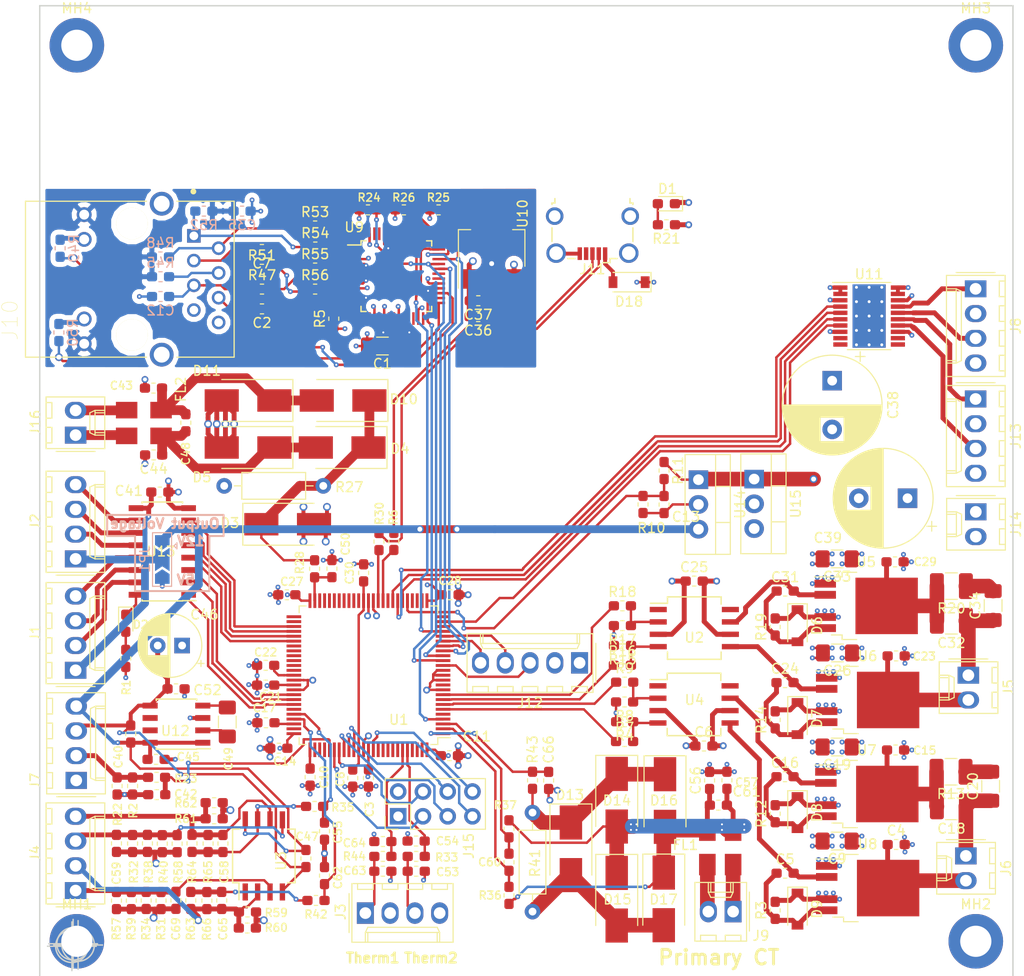
<source format=kicad_pcb>
(kicad_pcb (version 20171130) (host pcbnew "(5.0.0)")
  (layers (0 F.Cu signal) (1 In1.Cu power) (2 In2.Cu power) (31 B.Cu signal) (34 B.Paste user) (35 F.Paste user hide) (36 B.SilkS user) (37 F.SilkS user) (38 B.Mask user hide) (39 F.Mask user hide) (44 Edge.Cuts user hide))
  (net 0 "")
  (net 1 "Net-(C20-Pad2)")
  (net 2 "Net-(C15-Pad1)")
  (net 3 "Net-(C29-Pad1)")
  (net 4 "Net-(C34-Pad2)")
  (net 5 "Net-(C58-Pad2)")
  (net 6 GND)
  (net 7 "Net-(C58-Pad1)")
  (net 8 "Net-(C65-Pad2)")
  (net 9 "Net-(C65-Pad1)")
  (net 10 "Net-(C16-Pad1)")
  (net 11 +24V)
  (net 12 "Net-(C53-Pad1)")
  (net 13 therm2)
  (net 14 UVLO)
  (net 15 "Net-(J1-Pad3)")
  (net 16 "Net-(J2-Pad3)")
  (net 17 "Net-(D2-Pad2)")
  (net 18 "Net-(D1-Pad2)")
  (net 19 +5C)
  (net 20 "Net-(C31-Pad1)")
  (net 21 "Net-(R17-Pad1)")
  (net 22 GD2A)
  (net 23 "Net-(R15-Pad1)")
  (net 24 GD2B)
  (net 25 "Net-(C24-Pad1)")
  (net 26 Vbus)
  (net 27 "Net-(C59-Pad1)")
  (net 28 FAN)
  (net 29 Relay1)
  (net 30 "Net-(C5-Pad1)")
  (net 31 "Net-(R4-Pad1)")
  (net 32 GD1B)
  (net 33 "Net-(R8-Pad1)")
  (net 34 GD1A)
  (net 35 therm1)
  (net 36 "Net-(C63-Pad1)")
  (net 37 "Net-(D13-Pad1)")
  (net 38 Vin)
  (net 39 "Net-(C69-Pad1)")
  (net 40 ZCDA)
  (net 41 "Net-(C57-Pad1)")
  (net 42 "Net-(C56-Pad1)")
  (net 43 ZCDB)
  (net 44 "Net-(C16-Pad2)")
  (net 45 "Net-(C4-Pad1)")
  (net 46 "Net-(C5-Pad2)")
  (net 47 "Net-(C31-Pad2)")
  (net 48 "Net-(C23-Pad1)")
  (net 49 "Net-(C24-Pad2)")
  (net 50 LED2)
  (net 51 LED1)
  (net 52 LED3)
  (net 53 LED4)
  (net 54 "Net-(U2-Pad1)")
  (net 55 "Net-(U2-Pad8)")
  (net 56 "Net-(U4-Pad8)")
  (net 57 "Net-(U4-Pad1)")
  (net 58 -12V)
  (net 59 +12V)
  (net 60 TP6)
  (net 61 "Net-(U1-Pad11)")
  (net 62 "Net-(U1-Pad23)")
  (net 63 "Net-(U1-Pad27)")
  (net 64 "Net-(U1-Pad28)")
  (net 65 "Net-(U1-Pad29)")
  (net 66 Relay2)
  (net 67 "Net-(U1-Pad34)")
  (net 68 "Net-(C30-Pad1)")
  (net 69 "Net-(U1-Pad40)")
  (net 70 "Net-(U1-Pad41)")
  (net 71 "Net-(U1-Pad42)")
  (net 72 "Net-(U1-Pad43)")
  (net 73 "Net-(U1-Pad44)")
  (net 74 "Net-(U1-Pad45)")
  (net 75 "Net-(U1-Pad46)")
  (net 76 "Net-(U1-Pad47)")
  (net 77 "Net-(U1-Pad48)")
  (net 78 "Net-(U1-Pad51)")
  (net 79 "Net-(U1-Pad52)")
  (net 80 "Net-(U1-Pad57)")
  (net 81 "Net-(U1-Pad58)")
  (net 82 "Net-(U1-Pad59)")
  (net 83 "Net-(U1-Pad60)")
  (net 84 "Net-(U1-Pad61)")
  (net 85 "Net-(U1-Pad62)")
  (net 86 "Net-(C22-Pad1)")
  (net 87 "Net-(U1-Pad70)")
  (net 88 "Net-(C17-Pad1)")
  (net 89 "Net-(U1-Pad74)")
  (net 90 "Net-(C10-Pad1)")
  (net 91 "Net-(U1-Pad77)")
  (net 92 "Net-(U1-Pad78)")
  (net 93 "Net-(U1-Pad79)")
  (net 94 "Net-(U1-Pad90)")
  (net 95 "Net-(U1-Pad91)")
  (net 96 "Net-(U1-Pad92)")
  (net 97 "Net-(U1-Pad93)")
  (net 98 "Net-(U1-Pad94)")
  (net 99 "Net-(U1-Pad97)")
  (net 100 "Net-(U1-Pad98)")
  (net 101 "Net-(U1-Pad99)")
  (net 102 "Net-(C18-Pad1)")
  (net 103 "Net-(C32-Pad1)")
  (net 104 "Net-(FL1-Pad3)")
  (net 105 "Net-(FL1-Pad1)")
  (net 106 "Net-(R5-Pad2)")
  (net 107 +3V3)
  (net 108 "Net-(U9-Pad7)")
  (net 109 "Net-(U9-Pad12)")
  (net 110 "Net-(U9-Pad13)")
  (net 111 "Net-(U9-Pad18)")
  (net 112 "Net-(C1-Pad1)")
  (net 113 "Net-(U9-Pad22)")
  (net 114 "Net-(U9-Pad24)")
  (net 115 "Net-(U9-Pad26)")
  (net 116 "Net-(U9-Pad30)")
  (net 117 "Net-(U9-Pad31)")
  (net 118 "Net-(U9-Pad38)")
  (net 119 "Net-(U9-Pad39)")
  (net 120 "Net-(U9-Pad40)")
  (net 121 "Net-(U9-Pad41)")
  (net 122 "Net-(U9-Pad42)")
  (net 123 "Net-(U9-Pad46)")
  (net 124 "Net-(U9-Pad47)")
  (net 125 "Net-(J10-Pad4)")
  (net 126 "Net-(J10-Pad10)")
  (net 127 "Net-(J10-Pad11)")
  (net 128 "Net-(J11-Pad3)")
  (net 129 "Net-(J11-Pad2)")
  (net 130 "Net-(D18-Pad2)")
  (net 131 "Net-(J11-Pad4)")
  (net 132 LINKLED)
  (net 133 "Net-(R56-Pad2)")
  (net 134 RXP)
  (net 135 RXN)
  (net 136 "Net-(R55-Pad2)")
  (net 137 "Net-(R54-Pad2)")
  (net 138 TXP)
  (net 139 TXN)
  (net 140 "Net-(R53-Pad2)")
  (net 141 "Net-(C12-Pad2)")
  (net 142 ACTLED)
  (net 143 "Net-(C7-Pad2)")
  (net 144 "Net-(C2-Pad2)")
  (net 145 ETH_CS)
  (net 146 ETH_SCLK)
  (net 147 ETH_MISO)
  (net 148 ETH_MOSI)
  (net 149 ETH_INT)
  (net 150 Dn)
  (net 151 Dp)
  (net 152 RST)
  (net 153 SWDIO)
  (net 154 SWDCLK)
  (net 155 Relay3)
  (net 156 "Net-(U11-Pad9)")
  (net 157 "Net-(U11-Pad10)")
  (net 158 "Net-(U11-Pad11)")
  (net 159 "Net-(U11-Pad12)")
  (net 160 "Net-(J13-Pad3)")
  (net 161 "Net-(J13-Pad1)")
  (net 162 "Net-(J8-Pad3)")
  (net 163 "Net-(J8-Pad1)")
  (net 164 "Net-(U1-Pad25)")
  (net 165 "Net-(C49-Pad1)")
  (net 166 "Net-(C49-Pad2)")
  (net 167 "Net-(U12-Pad6)")
  (net 168 "Net-(U12-Pad7)")
  (net 169 "Net-(D2-Pad1)")
  (net 170 "Net-(J1-Pad4)")
  (net 171 "Net-(J1-Pad2)")
  (net 172 "Net-(C41-Pad1)")
  (net 173 "Net-(J2-Pad4)")
  (net 174 "Net-(J2-Pad2)")
  (net 175 LED5)
  (net 176 LED6)
  (net 177 LED7)
  (net 178 IBUS)
  (net 179 GPIO_4_3)
  (net 180 GPIO_4_4)
  (net 181 GPIO_4_5)
  (net 182 GPIO_4_6)
  (net 183 GPIO_4_7)
  (net 184 GPIO_6_0)
  (net 185 "Net-(D10-Pad1)")
  (net 186 "Net-(FL2-Pad1)")
  (net 187 "Net-(FL2-Pad3)")
  (net 188 "Net-(C44-Pad1)")
  (net 189 "Net-(C43-Pad1)")
  (net 190 Isec)
  (net 191 Iprim)
  (net 192 ETH_RST)
  (net 193 "Net-(J7-Pad2)")
  (module Capacitor_SMD:C_0603_1608Metric_Pad1.05x0.95mm_HandSolder (layer F.Cu) (at 158.99 101.219 180)
    (fp_text reference C43 (at 3.288 0.254 180) (layer F.SilkS) (effects (font (size 0.8128 0.8128))))
    (fp_text value 150pF)
    (pad 2 smd roundrect (at 0.875 0 180) (size 1.05 0.95) (layers F.Cu F.Paste F.Mask) (net 6 GND))
    (pad 1 smd roundrect (at -0.875 0 180) (size 1.05 0.95) (layers F.Cu F.Paste F.Mask) (net 189 "Net-(C43-Pad1)"))
  )
  (module Capacitor_SMD:C_0603_1608Metric_Pad1.05x0.95mm_HandSolder (layer F.Cu) (at 159.004 108.077 180)
    (fp_text reference C44 (at 0 -1.43 180) (layer F.SilkS))
    (fp_text value 150pF)
    (pad 1 smd roundrect (at -0.875 0 180) (size 1.05 0.95) (layers F.Cu F.Paste F.Mask) (net 188 "Net-(C44-Pad1)"))
    (pad 2 smd roundrect (at 0.875 0 180) (size 1.05 0.95) (layers F.Cu F.Paste F.Mask) (net 6 GND))
  )
  (module Capacitor_SMD:C_0603_1608Metric_Pad1.05x0.95mm_HandSolder (layer F.Cu) (at 162.306 104.775 90)
    (fp_text reference C48 (at -3.175 0 90) (layer F.SilkS) (effects (font (size 0.8128 0.8128))))
    (fp_text value 1nF)
    (pad 2 smd roundrect (at 0.875 0 90) (size 1.05 0.95) (layers F.Cu F.Paste F.Mask) (net 189 "Net-(C43-Pad1)"))
    (pad 1 smd roundrect (at -0.875 0 90) (size 1.05 0.95) (layers F.Cu F.Paste F.Mask) (net 188 "Net-(C44-Pad1)"))
  )
  (module Capacitor_SMD:C_0603_1608Metric_Pad1.05x0.95mm_HandSolder (layer F.Cu) (at 177.292 119.747 90)
    (fp_text reference C50 (at 2.526 1.397 90) (layer F.SilkS) (effects (font (size 0.8128 0.8128))))
    (fp_text value 150pF)
    (pad 1 smd roundrect (at -0.875 0 90) (size 1.05 0.95) (layers F.Cu F.Paste F.Mask) (net 190 Isec))
    (pad 2 smd roundrect (at 0.875 0 90) (size 1.05 0.95) (layers F.Cu F.Paste F.Mask) (net 6 GND))
  )
  (module Connector_Molex:Molex_KK-254_AE-6410-02A_1x02_P2.54mm_Vertical (layer F.Cu) (at 151.003 106.045 90)
    (fp_text reference J16 (at 1.27 -4.12 90) (layer F.SilkS))
    (fp_text value CT)
    (pad 1 thru_hole rect (at 0 0 90) (size 1.74 2.2) (drill 1.2) (layers *.Cu *.Mask) (net 186 "Net-(FL2-Pad1)"))
    (pad 2 thru_hole oval (at 2.54 0 90) (size 1.74 2.2) (drill 1.2) (layers *.Cu *.Mask) (net 187 "Net-(FL2-Pad3)"))
  )
  (module Diode_SMD:D_SMB_Handsoldering (layer F.Cu) (at 168.689 102.489 180)
    (fp_text reference D11 (at 4.224 3.048 180) (layer F.SilkS))
    (fp_text value E2D)
    (pad 1 smd rect (at -2.7 0 180) (size 3.5 2.3) (layers F.Cu F.Paste F.Mask) (net 189 "Net-(C43-Pad1)"))
    (pad 2 smd rect (at 2.7 0 180) (size 3.5 2.3) (layers F.Cu F.Paste F.Mask) (net 6 GND))
  )
  (module Diode_SMD:D_SMB_Handsoldering (layer F.Cu) (at 178.435 102.489 180)
    (fp_text reference D10 (at -6.223 0.127 180) (layer F.SilkS))
    (fp_text value E2D)
    (pad 2 smd rect (at 2.7 0 180) (size 3.5 2.3) (layers F.Cu F.Paste F.Mask) (net 189 "Net-(C43-Pad1)"))
    (pad 1 smd rect (at -2.7 0 180) (size 3.5 2.3) (layers F.Cu F.Paste F.Mask) (net 185 "Net-(D10-Pad1)"))
  )
  (module Diode_SMD:D_SMB_Handsoldering (layer F.Cu) (at 168.689 107.315 180)
    (fp_text reference D5 (at 4.732 -3.048 180) (layer F.SilkS))
    (fp_text value E2D)
    (pad 1 smd rect (at -2.7 0 180) (size 3.5 2.3) (layers F.Cu F.Paste F.Mask) (net 188 "Net-(C44-Pad1)"))
    (pad 2 smd rect (at 2.7 0 180) (size 3.5 2.3) (layers F.Cu F.Paste F.Mask) (net 6 GND))
  )
  (module Diode_SMD:D_SMB_Handsoldering (layer F.Cu) (at 172.753 115.189)
    (fp_text reference D3 (at -5.936 -0.127) (layer F.SilkS))
    (fp_text value SMBJ5.0CA)
    (pad 2 smd rect (at 2.7 0) (size 3.5 2.3) (layers F.Cu F.Paste F.Mask) (net 6 GND))
    (pad 1 smd rect (at -2.7 0) (size 3.5 2.3) (layers F.Cu F.Paste F.Mask) (net 185 "Net-(D10-Pad1)"))
  )
  (module Diode_SMD:D_SMB_Handsoldering (layer F.Cu) (at 178.341 107.315 180)
    (fp_text reference D4 (at -5.936 -0.127 180) (layer F.SilkS))
    (fp_text value E2D)
    (pad 1 smd rect (at -2.7 0 180) (size 3.5 2.3) (layers F.Cu F.Paste F.Mask) (net 185 "Net-(D10-Pad1)"))
    (pad 2 smd rect (at 2.7 0 180) (size 3.5 2.3) (layers F.Cu F.Paste F.Mask) (net 188 "Net-(C44-Pad1)"))
  )
  (module Inductor_SMD:2020 (layer F.Cu) (at 157.861 104.775 90)
    (fp_text reference FL2 (at 3.429 3.937 90) (layer F.SilkS))
    (fp_text value DLW5BTM501SQ2L)
    (pad 1 smd rect (at -1.3462 -1.6256 90) (size 1.7 2.2) (layers F.Cu F.Paste F.Mask) (net 186 "Net-(FL2-Pad1)"))
    (pad 3 smd rect (at 1.2954 -1.6256 90) (size 1.7 2.2) (layers F.Cu F.Paste F.Mask) (net 187 "Net-(FL2-Pad3)"))
    (pad 2 smd rect (at -1.3462 1.905 90) (size 1.7 2.2) (layers F.Cu F.Paste F.Mask) (net 188 "Net-(C44-Pad1)"))
    (pad 4 smd rect (at 1.2954 1.905 90) (size 1.7 2.2) (layers F.Cu F.Paste F.Mask) (net 189 "Net-(C43-Pad1)"))
  )
  (module Resistor_SMD:R_0603_1608Metric_Pad1.05x0.95mm_HandSolder (layer F.Cu) (at 175.514 119.761 90)
    (fp_text reference R28 (at 0.635 -1.524 90) (layer F.SilkS) (effects (font (size 0.8128 0.8128))))
    (fp_text value 1k)
    (pad 1 smd roundrect (at -0.875 0 90) (size 1.05 0.95) (layers F.Cu F.Paste F.Mask) (net 190 Isec))
    (pad 2 smd roundrect (at 0.875 0 90) (size 1.05 0.95) (layers F.Cu F.Paste F.Mask) (net 185 "Net-(D10-Pad1)"))
  )
  (module Resistor_THT:R_Axial_DIN0207_L6.3mm_D2.5mm_P10.16mm_Horizontal (layer F.Cu) (at 166.243 111.252)
    (fp_text reference R27 (at 12.827 0.127) (layer F.SilkS))
    (fp_text value 3,3)
    (pad 1 thru_hole circle (at 0 0) (size 1.6 1.6) (drill 0.8) (layers *.Cu *.Mask) (net 6 GND))
    (pad 2 thru_hole oval (at 10.16 0) (size 1.6 1.6) (drill 0.8) (layers *.Cu *.Mask) (net 185 "Net-(D10-Pad1)"))
  )
  (module Connector_PinHeader_2.54mm:PinHeader_2x04_P2.54mm_Vertical (layer F.Cu) (at 184.0865 145.161 90)
    (fp_text reference J15 (at -3.048 7.239 90) (layer F.SilkS))
    (fp_text value Conn_02x04_Odd_Even)
    (pad 1 thru_hole rect (at 0 0 90) (size 1.7 1.7) (drill 1) (layers *.Cu *.Mask) (net 19 +5C))
    (pad 2 thru_hole oval (at 2.54 0 90) (size 1.7 1.7) (drill 1) (layers *.Cu *.Mask) (net 6 GND))
    (pad 3 thru_hole oval (at 0 2.54 90) (size 1.7 1.7) (drill 1) (layers *.Cu *.Mask) (net 179 GPIO_4_3))
    (pad 4 thru_hole oval (at 2.54 2.54 90) (size 1.7 1.7) (drill 1) (layers *.Cu *.Mask) (net 180 GPIO_4_4))
    (pad 5 thru_hole oval (at 0 5.08 90) (size 1.7 1.7) (drill 1) (layers *.Cu *.Mask) (net 181 GPIO_4_5))
    (pad 6 thru_hole oval (at 2.54 5.08 90) (size 1.7 1.7) (drill 1) (layers *.Cu *.Mask) (net 182 GPIO_4_6))
    (pad 7 thru_hole oval (at 0 7.62 90) (size 1.7 1.7) (drill 1) (layers *.Cu *.Mask) (net 183 GPIO_4_7))
    (pad 8 thru_hole oval (at 2.54 7.62 90) (size 1.7 1.7) (drill 1) (layers *.Cu *.Mask) (net 184 GPIO_6_0))
  )
  (module Resistor_SMD:R_0603_1608Metric_Pad1.05x0.95mm_HandSolder (layer F.Cu) (at 184.672 82.931 180)
    (fp_text reference R26 (at 0.014 1.27 180) (layer F.SilkS) (effects (font (size 0.8128 0.8128))))
    (fp_text value 1k)
    (pad 1 smd roundrect (at -0.875 0 180) (size 1.05 0.95) (layers F.Cu F.Paste F.Mask) (net 148 ETH_MOSI))
    (pad 2 smd roundrect (at 0.875 0 180) (size 1.05 0.95) (layers F.Cu F.Paste F.Mask) (net 6 GND))
  )
  (module Resistor_SMD:R_0603_1608Metric_Pad1.05x0.95mm_HandSolder (layer F.Cu) (at 188.228 82.931 180)
    (fp_text reference R25 (at 0.014 1.27 180) (layer F.SilkS) (effects (font (size 0.8128 0.8128))))
    (fp_text value 1k)
    (pad 2 smd roundrect (at 0.875 0 180) (size 1.05 0.95) (layers F.Cu F.Paste F.Mask) (net 6 GND))
    (pad 1 smd roundrect (at -0.875 0 180) (size 1.05 0.95) (layers F.Cu F.Paste F.Mask) (net 147 ETH_MISO))
  )
  (module Resistor_SMD:R_0603_1608Metric_Pad1.05x0.95mm_HandSolder (layer F.Cu) (at 180.989 82.931 180)
    (fp_text reference R24 (at -0.113 1.27 180) (layer F.SilkS) (effects (font (size 0.8128 0.8128))))
    (fp_text value 1k)
    (pad 1 smd roundrect (at -0.875 0 180) (size 1.05 0.95) (layers F.Cu F.Paste F.Mask) (net 146 ETH_SCLK))
    (pad 2 smd roundrect (at 0.875 0 180) (size 1.05 0.95) (layers F.Cu F.Paste F.Mask) (net 6 GND))
  )
  (module Package_TO_SOT_THT:TO-220-3_Vertical (layer F.Cu) (at 214.884 110.617 270)
    (fp_text reference U14 (at 2.54 -4.27 270) (layer F.SilkS))
    (fp_text value LM7812_TO220)
    (pad 3 thru_hole oval (at 5.08 0 270) (size 1.905 2) (drill 1.1) (layers *.Cu *.Mask) (net 59 +12V))
    (pad 2 thru_hole oval (at 2.54 0 270) (size 1.905 2) (drill 1.1) (layers *.Cu *.Mask) (net 6 GND))
    (pad 1 thru_hole rect (at 0 0 270) (size 1.905 2) (drill 1.1) (layers *.Cu *.Mask) (net 11 +24V))
  )
  (module Package_TO_SOT_THT:TO-220-3_Vertical (layer F.Cu) (at 220.599 110.5535 270)
    (fp_text reference U15 (at 2.54 -4.27 270) (layer F.SilkS))
    (fp_text value LM7805_TO220)
    (pad 1 thru_hole rect (at 0 0 270) (size 1.905 2) (drill 1.1) (layers *.Cu *.Mask) (net 11 +24V))
    (pad 2 thru_hole oval (at 2.54 0 270) (size 1.905 2) (drill 1.1) (layers *.Cu *.Mask) (net 6 GND))
    (pad 3 thru_hole oval (at 5.08 0 270) (size 1.905 2) (drill 1.1) (layers *.Cu *.Mask) (net 19 +5C))
  )
  (module Capacitor_THT:CP_Radial_D6.3mm_P2.50mm (layer F.Cu) (at 161.925 127.635 180)
    (fp_text reference C46 (at -2.286 3.175 180) (layer F.SilkS))
    (fp_text value 100µF)
    (pad 2 thru_hole circle (at 2.5 0 180) (size 1.6 1.6) (drill 0.8) (layers *.Cu *.Mask) (net 58 -12V))
    (pad 1 thru_hole rect (at 0 0 180) (size 1.6 1.6) (drill 0.8) (layers *.Cu *.Mask) (net 6 GND))
  )
  (module Capacitor_SMD:C_0603_1608Metric_Pad1.05x0.95mm_HandSolder (layer F.Cu) (at 159.3215 142.9385 180)
    (fp_text reference C42 (at -2.9845 0.0635 180) (layer F.SilkS) (effects (font (size 0.8128 0.8128))))
    (fp_text value 1nF)
    (pad 1 smd roundrect (at -0.875 0 180) (size 1.05 0.95) (layers F.Cu F.Paste F.Mask) (net 178 IBUS))
    (pad 2 smd roundrect (at 0.875 0 180) (size 1.05 0.95) (layers F.Cu F.Paste F.Mask) (net 6 GND))
  )
  (module Connector_Molex:Molex_KK-254_AE-6410-04A_1x04_P2.54mm_Vertical (layer F.Cu) (at 151.0665 141.478 90)
    (fp_text reference J7 (at -0.0635 -4.191 90) (layer F.SilkS))
    (fp_text value IBUS)
    (pad 1 thru_hole rect (at 0 0 90) (size 1.74 2.2) (drill 1.2) (layers *.Cu *.Mask) (net 6 GND))
    (pad 2 thru_hole oval (at 2.54 0 90) (size 1.74 2.2) (drill 1.2) (layers *.Cu *.Mask) (net 193 "Net-(J7-Pad2)"))
    (pad 3 thru_hole oval (at 5.08 0 90) (size 1.74 2.2) (drill 1.2) (layers *.Cu *.Mask) (net 58 -12V))
    (pad 4 thru_hole oval (at 7.62 0 90) (size 1.74 2.2) (drill 1.2) (layers *.Cu *.Mask) (net 59 +12V))
  )
  (module Resistor_SMD:R_0603_1608Metric_Pad1.05x0.95mm_HandSolder (layer F.Cu) (at 156.845 142.0495 270)
    (fp_text reference R2 (at 2.54 -0.0635 270) (layer F.SilkS) (effects (font (size 0.8128 0.8128))))
    (fp_text value 100)
    (pad 1 smd roundrect (at -0.875 0 270) (size 1.05 0.95) (layers F.Cu F.Paste F.Mask) (net 193 "Net-(J7-Pad2)"))
    (pad 2 smd roundrect (at 0.875 0 270) (size 1.05 0.95) (layers F.Cu F.Paste F.Mask) (net 6 GND))
  )
  (module Resistor_SMD:R_0603_1608Metric_Pad1.05x0.95mm_HandSolder (layer F.Cu) (at 159.3075 141.1605 180)
    (fp_text reference R23 (at -2.9985 -0.127 180) (layer F.SilkS) (effects (font (size 0.8128 0.8128))))
    (fp_text value 470)
    (pad 2 smd roundrect (at 0.875 0 180) (size 1.05 0.95) (layers F.Cu F.Paste F.Mask) (net 193 "Net-(J7-Pad2)"))
    (pad 1 smd roundrect (at -0.875 0 180) (size 1.05 0.95) (layers F.Cu F.Paste F.Mask) (net 178 IBUS))
  )
  (module Resistor_SMD:R_0603_1608Metric_Pad1.05x0.95mm_HandSolder (layer F.Cu) (at 155.2575 142.0495 270)
    (fp_text reference R22 (at 2.921 -0.0635 270) (layer F.SilkS) (effects (font (size 0.8128 0.8128))))
    (fp_text value 100)
    (pad 1 smd roundrect (at -0.875 0 270) (size 1.05 0.95) (layers F.Cu F.Paste F.Mask) (net 193 "Net-(J7-Pad2)"))
    (pad 2 smd roundrect (at 0.875 0 270) (size 1.05 0.95) (layers F.Cu F.Paste F.Mask) (net 6 GND))
  )
  (module Jumper:SolderJumper-3_P2.0mm_Open_TrianglePad1.0x1.5mm (layer B.Cu) (at 159.893 118.8085 270)
    (fp_text reference JP1 (at 0 1.778 270) (layer B.SilkS) (effects (justify mirror)))
    (fp_text value Jumper_NC_Dual)
    (pad 1 smd custom (at -2 0 270) (size 0.3 0.3) (layers B.Cu B.Mask) (net 59 +12V) (options (clearance outline) (anchor rect)) (primitives (gr_poly (pts (xy -0.5 0.75) (xy 0.5 0.75) (xy 1 0) (xy 0.5 -0.75) (xy -0.5 -0.75)) (width 0))))
    (pad 2 smd custom (at 0 0 270) (size 0.3 0.3) (layers B.Cu) (net 172 "Net-(C41-Pad1)") (options (clearance outline) (anchor rect)) (primitives (gr_poly (pts (xy -1.2 0.75) (xy 1.2 0.75) (xy 0.7 0) (xy 1.2 -0.75) (xy -1.2 -0.75) (xy -0.7 0)) (width 0))))
    (pad 3 smd custom (at 2 0 90) (size 0.3 0.3) (layers B.Cu B.Mask) (net 19 +5C) (options (clearance outline) (anchor rect)) (primitives (gr_poly (pts (xy -0.5 0.75) (xy 0.5 0.75) (xy 1 0) (xy 0.5 -0.75) (xy -0.5 -0.75)) (width 0))))
  )
  (module Connector_Molex:Molex_KK-254_AE-6410-04A_1x04_P2.54mm_Vertical (layer F.Cu) (at 151.003 130.175 90)
    (fp_text reference J1 (at 3.81 -4.12 90) (layer F.SilkS))
    (fp_text value LED_CON2)
    (pad 4 thru_hole oval (at 7.62 0 90) (size 1.74 2.2) (drill 1.2) (layers *.Cu *.Mask) (net 170 "Net-(J1-Pad4)"))
    (pad 3 thru_hole oval (at 5.08 0 90) (size 1.74 2.2) (drill 1.2) (layers *.Cu *.Mask) (net 15 "Net-(J1-Pad3)"))
    (pad 2 thru_hole oval (at 2.54 0 90) (size 1.74 2.2) (drill 1.2) (layers *.Cu *.Mask) (net 171 "Net-(J1-Pad2)"))
    (pad 1 thru_hole rect (at 0 0 90) (size 1.74 2.2) (drill 1.2) (layers *.Cu *.Mask) (net 172 "Net-(C41-Pad1)"))
  )
  (module Package_SO:SOIC-16_3.9x9.9mm_P1.27mm (layer F.Cu) (at 159.893 117.983 180)
    (fp_text reference U13 (at 0.127 0 180) (layer F.SilkS))
    (fp_text value ULN2003LV)
    (pad 1 smd rect (at -2.7 -4.445 180) (size 1.5 0.6) (layers F.Cu F.Paste F.Mask) (net 51 LED1))
    (pad 2 smd rect (at -2.7 -3.175 180) (size 1.5 0.6) (layers F.Cu F.Paste F.Mask) (net 50 LED2))
    (pad 3 smd rect (at -2.7 -1.905 180) (size 1.5 0.6) (layers F.Cu F.Paste F.Mask) (net 52 LED3))
    (pad 4 smd rect (at -2.7 -0.635 180) (size 1.5 0.6) (layers F.Cu F.Paste F.Mask) (net 53 LED4))
    (pad 5 smd rect (at -2.7 0.635 180) (size 1.5 0.6) (layers F.Cu F.Paste F.Mask) (net 175 LED5))
    (pad 6 smd rect (at -2.7 1.905 180) (size 1.5 0.6) (layers F.Cu F.Paste F.Mask) (net 176 LED6))
    (pad 7 smd rect (at -2.7 3.175 180) (size 1.5 0.6) (layers F.Cu F.Paste F.Mask) (net 177 LED7))
    (pad 8 smd rect (at -2.7 4.445 180) (size 1.5 0.6) (layers F.Cu F.Paste F.Mask) (net 6 GND))
    (pad 9 smd rect (at 2.7 4.445 180) (size 1.5 0.6) (layers F.Cu F.Paste F.Mask) (net 172 "Net-(C41-Pad1)"))
    (pad 10 smd rect (at 2.7 3.175 180) (size 1.5 0.6) (layers F.Cu F.Paste F.Mask) (net 173 "Net-(J2-Pad4)"))
    (pad 11 smd rect (at 2.7 1.905 180) (size 1.5 0.6) (layers F.Cu F.Paste F.Mask) (net 16 "Net-(J2-Pad3)"))
    (pad 12 smd rect (at 2.7 0.635 180) (size 1.5 0.6) (layers F.Cu F.Paste F.Mask) (net 174 "Net-(J2-Pad2)"))
    (pad 13 smd rect (at 2.7 -0.635 180) (size 1.5 0.6) (layers F.Cu F.Paste F.Mask) (net 170 "Net-(J1-Pad4)"))
    (pad 14 smd rect (at 2.7 -1.905 180) (size 1.5 0.6) (layers F.Cu F.Paste F.Mask) (net 15 "Net-(J1-Pad3)"))
    (pad 15 smd rect (at 2.7 -3.175 180) (size 1.5 0.6) (layers F.Cu F.Paste F.Mask) (net 171 "Net-(J1-Pad2)"))
    (pad 16 smd rect (at 2.7 -4.445 180) (size 1.5 0.6) (layers F.Cu F.Paste F.Mask) (net 169 "Net-(D2-Pad1)"))
  )
  (module Capacitor_SMD:C_0603_1608Metric_Pad1.05x0.95mm_HandSolder (layer F.Cu) (at 159.639 111.887)
    (fp_text reference C41 (at -3.175 -0.127) (layer F.SilkS))
    (fp_text value 1µF)
    (pad 1 smd roundrect (at -0.875 0) (size 1.05 0.95) (layers F.Cu F.Paste F.Mask) (net 172 "Net-(C41-Pad1)"))
    (pad 2 smd roundrect (at 0.875 0) (size 1.05 0.95) (layers F.Cu F.Paste F.Mask) (net 6 GND))
  )
  (module Resistor_SMD:R_0603_1608Metric_Pad1.05x0.95mm_HandSolder (layer F.Cu) (at 156.1465 128.9545 90)
    (fp_text reference R1 (at -2.9985 0.0635 90) (layer F.SilkS) (effects (font (size 0.8128 0.8128))))
    (fp_text value 470)
    (pad 1 smd roundrect (at -0.875 0 90) (size 1.05 0.95) (layers F.Cu F.Paste F.Mask) (net 19 +5C))
    (pad 2 smd roundrect (at 0.875 0 90) (size 1.05 0.95) (layers F.Cu F.Paste F.Mask) (net 17 "Net-(D2-Pad2)"))
  )
  (module Capacitor_SMD:C_0603_1608Metric_Pad1.05x0.95mm_HandSolder (layer F.Cu) (at 156.6545 136.7155 90)
    (fp_text reference C40 (at -2.3495 -1.27 90) (layer F.SilkS) (effects (font (size 0.8128 0.8128))))
    (fp_text value 1µF)
    (pad 1 smd roundrect (at -0.875 0 90) (size 1.05 0.95) (layers F.Cu F.Paste F.Mask) (net 59 +12V))
    (pad 2 smd roundrect (at 0.875 0 90) (size 1.05 0.95) (layers F.Cu F.Paste F.Mask) (net 58 -12V))
  )
  (module Capacitor_SMD:C_0603_1608Metric_Pad1.05x0.95mm_HandSolder (layer F.Cu) (at 159.258 139.319)
    (fp_text reference C45 (at 3.302 -0.254) (layer F.SilkS) (effects (font (size 0.8128 0.8128))))
    (fp_text value 1µF)
    (pad 2 smd roundrect (at 0.875 0) (size 1.05 0.95) (layers F.Cu F.Paste F.Mask) (net 6 GND))
    (pad 1 smd roundrect (at -0.875 0) (size 1.05 0.95) (layers F.Cu F.Paste F.Mask) (net 59 +12V))
  )
  (module Capacitor_SMD:C_0603_1608Metric_Pad1.05x0.95mm_HandSolder (layer F.Cu) (at 161.304 132.08)
    (fp_text reference C52 (at 3.2245 0.127) (layer F.SilkS))
    (fp_text value 1µF)
    (pad 1 smd roundrect (at -0.875 0) (size 1.05 0.95) (layers F.Cu F.Paste F.Mask) (net 58 -12V))
    (pad 2 smd roundrect (at 0.875 0) (size 1.05 0.95) (layers F.Cu F.Paste F.Mask) (net 6 GND))
  )
  (module Capacitor_SMD:C_1206_3216Metric_Pad1.42x1.75mm_HandSolder (layer F.Cu) (at 166.5605 135.482 90)
    (fp_text reference C49 (at -3.7735 0.127 90) (layer F.SilkS) (effects (font (size 0.8128 0.8128))))
    (fp_text value 4µ7)
    (pad 1 smd roundrect (at -1.4875 0 90) (size 1.425 1.75) (layers F.Cu F.Paste F.Mask) (roundrect_rratio 0.175439) (net 165 "Net-(C49-Pad1)"))
    (pad 2 smd roundrect (at 1.4875 0 90) (size 1.425 1.75) (layers F.Cu F.Paste F.Mask) (roundrect_rratio 0.175439) (net 166 "Net-(C49-Pad2)"))
  )
  (module Package_SO:SOIC-8_3.9x4.9mm_P1.27mm (layer F.Cu) (at 161.344999 135.704999 180)
    (fp_text reference U12 (at 0.118499 -0.693001 180) (layer F.SilkS))
    (fp_text value TC7662Bx0A)
    (pad 1 smd rect (at -2.7 -1.905 180) (size 1.55 0.6) (layers F.Cu F.Paste F.Mask) (net 59 +12V))
    (pad 2 smd rect (at -2.7 -0.635 180) (size 1.55 0.6) (layers F.Cu F.Paste F.Mask) (net 165 "Net-(C49-Pad1)"))
    (pad 3 smd rect (at -2.7 0.635 180) (size 1.55 0.6) (layers F.Cu F.Paste F.Mask) (net 6 GND))
    (pad 4 smd rect (at -2.7 1.905 180) (size 1.55 0.6) (layers F.Cu F.Paste F.Mask) (net 166 "Net-(C49-Pad2)"))
    (pad 5 smd rect (at 2.7 1.905 180) (size 1.55 0.6) (layers F.Cu F.Paste F.Mask) (net 58 -12V))
    (pad 6 smd rect (at 2.7 0.635 180) (size 1.55 0.6) (layers F.Cu F.Paste F.Mask) (net 167 "Net-(U12-Pad6)"))
    (pad 7 smd rect (at 2.7 -0.635 180) (size 1.55 0.6) (layers F.Cu F.Paste F.Mask) (net 168 "Net-(U12-Pad7)"))
    (pad 8 smd rect (at 2.7 -1.905 180) (size 1.55 0.6) (layers F.Cu F.Paste F.Mask) (net 59 +12V))
  )
  (module Package_SO:HTSSOP-20-1EP_4.4x6.5mm_P0.65mm_EP3.4x6.5mm_ThermalVias (layer F.Cu) (at 232.390579 93.825081)
    (fp_text reference U11 (at 0 -4.3) (layer F.SilkS))
    (fp_text value IPS4260L)
    (pad 21 smd rect (at 0 0) (size 3.4 6.5) (layers B.Cu))
    (pad 1 smd rect (at -2.95 -2.92) (size 1.45 0.45) (layers F.Cu F.Paste F.Mask) (net 6 GND))
    (pad 2 smd rect (at -2.95 -2.27) (size 1.45 0.45) (layers F.Cu F.Paste F.Mask) (net 6 GND))
    (pad 3 smd rect (at -2.95 -1.62) (size 1.45 0.45) (layers F.Cu F.Paste F.Mask) (net 11 +24V))
    (pad 4 smd rect (at -2.95 -0.97) (size 1.45 0.45) (layers F.Cu F.Paste F.Mask) (net 29 Relay1))
    (pad 5 smd rect (at -2.95 -0.33) (size 1.45 0.45) (layers F.Cu F.Paste F.Mask) (net 66 Relay2))
    (pad 6 smd rect (at -2.95 0.33) (size 1.45 0.45) (layers F.Cu F.Paste F.Mask) (net 28 FAN))
    (pad 7 smd rect (at -2.95 0.97) (size 1.45 0.45) (layers F.Cu F.Paste F.Mask) (net 155 Relay3))
    (pad 8 smd rect (at -2.95 1.62) (size 1.45 0.45) (layers F.Cu F.Paste F.Mask) (net 6 GND))
    (pad 9 smd rect (at -2.95 2.27) (size 1.45 0.45) (layers F.Cu F.Paste F.Mask) (net 156 "Net-(U11-Pad9)"))
    (pad 10 smd rect (at -2.95 2.92) (size 1.45 0.45) (layers F.Cu F.Paste F.Mask) (net 157 "Net-(U11-Pad10)"))
    (pad 11 smd rect (at 2.95 2.92) (size 1.45 0.45) (layers F.Cu F.Paste F.Mask) (net 158 "Net-(U11-Pad11)"))
    (pad 12 smd rect (at 2.95 2.27) (size 1.45 0.45) (layers F.Cu F.Paste F.Mask) (net 159 "Net-(U11-Pad12)"))
    (pad 13 smd rect (at 2.95 1.62) (size 1.45 0.45) (layers F.Cu F.Paste F.Mask) (net 11 +24V))
    (pad 14 smd rect (at 2.95 0.97) (size 1.45 0.45) (layers F.Cu F.Paste F.Mask) (net 160 "Net-(J13-Pad3)"))
    (pad 15 smd rect (at 2.95 0.33) (size 1.45 0.45) (layers F.Cu F.Paste F.Mask) (net 161 "Net-(J13-Pad1)"))
    (pad 16 smd rect (at 2.95 -0.33) (size 1.45 0.45) (layers F.Cu F.Paste F.Mask) (net 162 "Net-(J8-Pad3)"))
    (pad 17 smd rect (at 2.95 -0.97) (size 1.45 0.45) (layers F.Cu F.Paste F.Mask) (net 163 "Net-(J8-Pad1)"))
    (pad 18 smd rect (at 2.95 -1.62) (size 1.45 0.45) (layers F.Cu F.Paste F.Mask) (net 11 +24V))
    (pad 19 smd rect (at 2.95 -2.27) (size 1.45 0.45) (layers F.Cu F.Paste F.Mask) (net 6 GND))
    (pad 20 smd rect (at 2.95 -2.92) (size 1.45 0.45) (layers F.Cu F.Paste F.Mask) (net 6 GND))
    (pad 21 thru_hole circle (at -1.3 -2.95) (size 0.6 0.6) (drill 0.3) (layers *.Cu))
    (pad 21 smd rect (at 0 0) (size 3.4 6.5) (layers F.Cu F.Mask))
    (pad 21 thru_hole circle (at 0 -2.95) (size 0.6 0.6) (drill 0.3) (layers *.Cu))
    (pad 21 thru_hole circle (at 1.3 -2.95) (size 0.6 0.6) (drill 0.3) (layers *.Cu))
    (pad 21 thru_hole circle (at 1.3 -1.475) (size 0.6 0.6) (drill 0.3) (layers *.Cu))
    (pad 21 thru_hole circle (at 0 -1.475) (size 0.6 0.6) (drill 0.3) (layers *.Cu))
    (pad 21 thru_hole circle (at -1.3 -1.475) (size 0.6 0.6) (drill 0.3) (layers *.Cu))
    (pad 21 thru_hole circle (at 1.3 0) (size 0.6 0.6) (drill 0.3) (layers *.Cu))
    (pad 21 thru_hole circle (at 0 0) (size 0.6 0.6) (drill 0.3) (layers *.Cu))
    (pad 21 thru_hole circle (at -1.3 0) (size 0.6 0.6) (drill 0.3) (layers *.Cu))
    (pad 21 thru_hole circle (at 1.3 1.475) (size 0.6 0.6) (drill 0.3) (layers *.Cu))
    (pad 21 thru_hole circle (at 0 1.475) (size 0.6 0.6) (drill 0.3) (layers *.Cu))
    (pad 21 thru_hole circle (at -1.3 1.475) (size 0.6 0.6) (drill 0.3) (layers *.Cu))
    (pad 21 thru_hole circle (at 1.3 2.95) (size 0.6 0.6) (drill 0.3) (layers *.Cu))
    (pad 21 thru_hole circle (at 0 2.95) (size 0.6 0.6) (drill 0.3) (layers *.Cu))
    (pad 21 thru_hole circle (at -1.3 2.95) (size 0.6 0.6) (drill 0.3) (layers *.Cu))
  )
  (module Capacitor_SMD:C_1210_3225Metric_Pad1.42x2.65mm_HandSolder (layer F.Cu) (at 240.8285 144.145 180)
    (fp_text reference C18 (at 0 -2.28 180) (layer F.SilkS))
    (fp_text value 2µ2)
    (pad 1 smd roundrect (at -1.4875 0 180) (size 1.425 2.65) (layers F.Cu F.Paste F.Mask) (roundrect_rratio 0.175439) (net 102 "Net-(C18-Pad1)"))
    (pad 2 smd roundrect (at 1.4875 0 180) (size 1.425 2.65) (layers F.Cu F.Paste F.Mask) (roundrect_rratio 0.175439) (net 2 "Net-(C15-Pad1)"))
  )
  (module MountingHole:MountingHole_3.2mm_M3_DIN965_Pad (layer F.Cu) (at 243.332 66.04)
    (fp_text reference MH3 (at 0 -3.8) (layer F.SilkS))
    (fp_text value MountingHole_Pad)
    (pad 1 thru_hole circle (at 0 0) (size 5.6 5.6) (drill 3.2) (layers *.Cu *.Mask) (net 6 GND))
  )
  (module MountingHole:MountingHole_3.2mm_M3_DIN965_Pad (layer F.Cu) (at 243.332 157.988)
    (fp_text reference MH2 (at 0 -3.8) (layer F.SilkS))
    (fp_text value MountingHole_Pad)
    (pad 1 thru_hole circle (at 0 0) (size 5.6 5.6) (drill 3.2) (layers *.Cu *.Mask) (net 6 GND))
  )
  (module MountingHole:MountingHole_3.2mm_M3_DIN965_Pad (layer F.Cu) (at 151.13 157.988)
    (fp_text reference MH1 (at 0 -3.8) (layer F.SilkS))
    (fp_text value MountingHole_Pad)
    (pad 1 thru_hole circle (at 0 0) (size 5.6 5.6) (drill 3.2) (layers *.Cu *.Mask) (net 6 GND))
  )
  (module MountingHole:MountingHole_3.2mm_M3_DIN965_Pad (layer F.Cu) (at 151.13 66.04)
    (fp_text reference MH4 (at 0 -3.8) (layer F.SilkS))
    (fp_text value MountingHole_Pad)
    (pad 1 thru_hole circle (at 0 0) (size 5.6 5.6) (drill 3.2) (layers *.Cu *.Mask) (net 6 GND))
  )
  (module Capacitor_THT:CP_Radial_D10.0mm_P5.00mm (layer F.Cu) (at 236.3305 112.522 180)
    (fp_text reference C39 (at 8.175 -4.064 180) (layer F.SilkS))
    (fp_text value CP)
    (pad 2 thru_hole circle (at 5 0 180) (size 2 2) (drill 1) (layers *.Cu *.Mask) (net 6 GND))
    (pad 1 thru_hole rect (at 0 0 180) (size 2 2) (drill 1) (layers *.Cu *.Mask) (net 11 +24V))
  )
  (module Capacitor_THT:CP_Radial_D10.0mm_P5.00mm (layer F.Cu) (at 228.6 100.457 270)
    (fp_text reference C38 (at 2.5 -6.25 270) (layer F.SilkS))
    (fp_text value CP)
    (pad 1 thru_hole rect (at 0 0 270) (size 2 2) (drill 1) (layers *.Cu *.Mask) (net 11 +24V))
    (pad 2 thru_hole circle (at 5 0 270) (size 2 2) (drill 1) (layers *.Cu *.Mask) (net 6 GND))
  )
  (module Connector_Molex:Molex_KK-254_AE-6410-02A_1x02_P2.54mm_Vertical (layer F.Cu) (at 243.332 113.919 270)
    (fp_text reference J14 (at 1.27 -4.12 270) (layer F.SilkS))
    (fp_text value GDT2)
    (pad 1 thru_hole rect (at 0 0 270) (size 1.74 2.2) (drill 1.2) (layers *.Cu *.Mask) (net 11 +24V))
    (pad 2 thru_hole oval (at 2.54 0 270) (size 1.74 2.2) (drill 1.2) (layers *.Cu *.Mask) (net 6 GND))
  )
  (module Connector_Molex:Molex_KK-254_AE-6410-04A_1x04_P2.54mm_Vertical (layer F.Cu) (at 243.312579 102.334081 270)
    (fp_text reference J13 (at 3.81 -4.12 270) (layer F.SilkS))
    (fp_text value RLY)
    (pad 1 thru_hole rect (at 0 0 270) (size 1.74 2.2) (drill 1.2) (layers *.Cu *.Mask) (net 161 "Net-(J13-Pad1)"))
    (pad 2 thru_hole oval (at 2.54 0 270) (size 1.74 2.2) (drill 1.2) (layers *.Cu *.Mask) (net 6 GND))
    (pad 3 thru_hole oval (at 5.08 0 270) (size 1.74 2.2) (drill 1.2) (layers *.Cu *.Mask) (net 160 "Net-(J13-Pad3)"))
    (pad 4 thru_hole oval (at 7.62 0 270) (size 1.74 2.2) (drill 1.2) (layers *.Cu *.Mask) (net 6 GND))
  )
  (module Inductor_SMD:2020 (layer F.Cu) (at 217.0938 148.4884 180)
    (fp_text reference FL1 (at 3.556 0.381 180) (layer F.SilkS))
    (fp_text value DLW5BTM501SQ2L)
    (pad 1 smd rect (at -1.3462 -1.6256 180) (size 1.7 2.2) (layers F.Cu F.Paste F.Mask) (net 105 "Net-(FL1-Pad1)"))
    (pad 3 smd rect (at 1.2954 -1.6256 180) (size 1.7 2.2) (layers F.Cu F.Paste F.Mask) (net 104 "Net-(FL1-Pad3)"))
    (pad 2 smd rect (at -1.3462 1.905 180) (size 1.7 2.2) (layers F.Cu F.Paste F.Mask) (net 41 "Net-(C57-Pad1)"))
    (pad 4 smd rect (at 1.2954 1.905 180) (size 1.7 2.2) (layers F.Cu F.Paste F.Mask) (net 42 "Net-(C56-Pad1)"))
  )
  (module Capacitor_SMD:C_0603_1608Metric_Pad1.05x0.95mm_HandSolder (layer F.Cu) (at 192.3034 92.2528 180)
    (fp_text reference C37 (at 0 -1.43 180) (layer F.SilkS))
    (fp_text value 100nF)
    (pad 2 smd roundrect (at 0.875 0 180) (size 1.05 0.95) (layers F.Cu F.Paste F.Mask) (net 6 GND))
    (pad 1 smd roundrect (at -0.875 0 180) (size 1.05 0.95) (layers F.Cu F.Paste F.Mask) (net 107 +3V3))
  )
  (module Capacitor_SMD:C_0603_1608Metric_Pad1.05x0.95mm_HandSolder (layer F.Cu) (at 192.292 93.8784 180)
    (fp_text reference C36 (at 0 -1.43 180) (layer F.SilkS))
    (fp_text value 100nF)
    (pad 1 smd roundrect (at -0.875 0 180) (size 1.05 0.95) (layers F.Cu F.Paste F.Mask) (net 19 +5C))
    (pad 2 smd roundrect (at 0.875 0 180) (size 1.05 0.95) (layers F.Cu F.Paste F.Mask) (net 6 GND))
  )
  (module Package_TO_SOT_SMD:SOT-223-3_TabPin2 (layer F.Cu) (at 193.675 86.8684 90)
    (fp_text reference U10 (at 3.5564 3.175 90) (layer F.SilkS))
    (fp_text value AMS1117-3.3)
    (pad 2 smd rect (at 3.15 0 90) (size 2 3.8) (layers F.Cu F.Paste F.Mask) (net 107 +3V3))
    (pad 2 smd rect (at -3.15 0 90) (size 2 1.5) (layers F.Cu F.Paste F.Mask) (net 107 +3V3))
    (pad 3 smd rect (at -3.15 2.3 90) (size 2 1.5) (layers F.Cu F.Paste F.Mask) (net 19 +5C))
    (pad 1 smd rect (at -3.15 -2.3 90) (size 2 1.5) (layers F.Cu F.Paste F.Mask) (net 6 GND))
  )
  (module Connector_Molex:Molex_KK-254_AE-6410-05A_1x05_P2.54mm_Vertical (layer F.Cu) (at 202.692 129.413 180)
    (fp_text reference J12 (at 5.08 -4.12 180) (layer F.SilkS))
    (fp_text value Prog)
    (pad 1 thru_hole rect (at 0 0 180) (size 1.74 2.2) (drill 1.2) (layers *.Cu *.Mask) (net 19 +5C))
    (pad 2 thru_hole oval (at 2.54 0 180) (size 1.74 2.2) (drill 1.2) (layers *.Cu *.Mask) (net 6 GND))
    (pad 3 thru_hole oval (at 5.08 0 180) (size 1.74 2.2) (drill 1.2) (layers *.Cu *.Mask) (net 152 RST))
    (pad 4 thru_hole oval (at 7.62 0 180) (size 1.74 2.2) (drill 1.2) (layers *.Cu *.Mask) (net 154 SWDCLK))
    (pad 5 thru_hole oval (at 10.16 0 180) (size 1.74 2.2) (drill 1.2) (layers *.Cu *.Mask) (net 153 SWDIO))
  )
  (module Connector_Molex:Molex_KK-254_AE-6410-04A_1x04_P2.54mm_Vertical (layer F.Cu) (at 151.003 152.781 90)
    (fp_text reference J4 (at 3.81 -4.12 90) (layer F.SilkS))
    (fp_text value UMEAS)
    (pad 1 thru_hole rect (at 0 0 90) (size 1.74 2.2) (drill 1.2) (layers *.Cu *.Mask) (net 39 "Net-(C69-Pad1)"))
    (pad 2 thru_hole oval (at 2.54 0 90) (size 1.74 2.2) (drill 1.2) (layers *.Cu *.Mask) (net 8 "Net-(C65-Pad2)"))
    (pad 3 thru_hole oval (at 5.08 0 90) (size 1.74 2.2) (drill 1.2) (layers *.Cu *.Mask) (net 27 "Net-(C59-Pad1)"))
    (pad 4 thru_hole oval (at 7.62 0 90) (size 1.74 2.2) (drill 1.2) (layers *.Cu *.Mask) (net 5 "Net-(C58-Pad2)"))
  )
  (module Resistor_SMD:R_0603_1608Metric_Pad1.05x0.95mm_HandSolder (layer F.Cu) (at 161.417 147.969 90)
    (fp_text reference R58 (at -2.921 0.127 90) (layer F.SilkS) (effects (font (size 0.8128 0.8128))))
    (fp_text value 10k)
    (pad 2 smd roundrect (at 0.875 0 90) (size 1.05 0.95) (layers F.Cu F.Paste F.Mask) (net 27 "Net-(C59-Pad1)"))
    (pad 1 smd roundrect (at -0.875 0 90) (size 1.05 0.95) (layers F.Cu F.Paste F.Mask) (net 6 GND))
  )
  (module Resistor_SMD:R_0603_1608Metric_Pad1.05x0.95mm_HandSolder (layer F.Cu) (at 155.194 153.811 90)
    (fp_text reference R57 (at -2.907 0 90) (layer F.SilkS) (effects (font (size 0.8128 0.8128))))
    (fp_text value 10k)
    (pad 1 smd roundrect (at -0.875 0 90) (size 1.05 0.95) (layers F.Cu F.Paste F.Mask) (net 6 GND))
    (pad 2 smd roundrect (at 0.875 0 90) (size 1.05 0.95) (layers F.Cu F.Paste F.Mask) (net 39 "Net-(C69-Pad1)"))
  )
  (module Resistor_SMD:R_0603_1608Metric_Pad1.05x0.95mm_HandSolder (layer F.Cu) (at 164.465 153.811 270)
    (fp_text reference R66 (at 2.935 0 270) (layer F.SilkS) (effects (font (size 0.8128 0.8128))))
    (fp_text value 10k)
    (pad 2 smd roundrect (at 0.875 0 270) (size 1.05 0.95) (layers F.Cu F.Paste F.Mask) (net 8 "Net-(C65-Pad2)"))
    (pad 1 smd roundrect (at -0.875 0 270) (size 1.05 0.95) (layers F.Cu F.Paste F.Mask) (net 9 "Net-(C65-Pad1)"))
  )
  (module Resistor_SMD:R_0603_1608Metric_Pad1.05x0.95mm_HandSolder (layer F.Cu) (at 164.592 147.955 90)
    (fp_text reference R65 (at -2.921 0 90) (layer F.SilkS) (effects (font (size 0.8128 0.8128))))
    (fp_text value 10k)
    (pad 1 smd roundrect (at -0.875 0 90) (size 1.05 0.95) (layers F.Cu F.Paste F.Mask) (net 7 "Net-(C58-Pad1)"))
    (pad 2 smd roundrect (at 0.875 0 90) (size 1.05 0.95) (layers F.Cu F.Paste F.Mask) (net 5 "Net-(C58-Pad2)"))
  )
  (module Resistor_SMD:R_0603_1608Metric_Pad1.05x0.95mm_HandSolder (layer F.Cu) (at 162.941 147.941 90)
    (fp_text reference R64 (at -2.935 0 90) (layer F.SilkS) (effects (font (size 0.8128 0.8128))))
    (fp_text value 10k)
    (pad 2 smd roundrect (at 0.875 0 90) (size 1.05 0.95) (layers F.Cu F.Paste F.Mask) (net 5 "Net-(C58-Pad2)"))
    (pad 1 smd roundrect (at -0.875 0 90) (size 1.05 0.95) (layers F.Cu F.Paste F.Mask) (net 7 "Net-(C58-Pad1)"))
  )
  (module Resistor_SMD:R_0603_1608Metric_Pad1.05x0.95mm_HandSolder (layer F.Cu) (at 162.814 153.797 270)
    (fp_text reference R63 (at 2.921 0 270) (layer F.SilkS) (effects (font (size 0.8128 0.8128))))
    (fp_text value 10k)
    (pad 1 smd roundrect (at -0.875 0 270) (size 1.05 0.95) (layers F.Cu F.Paste F.Mask) (net 9 "Net-(C65-Pad1)"))
    (pad 2 smd roundrect (at 0.875 0 270) (size 1.05 0.95) (layers F.Cu F.Paste F.Mask) (net 8 "Net-(C65-Pad2)"))
  )
  (module Resistor_SMD:R_0603_1608Metric_Pad1.05x0.95mm_HandSolder (layer F.Cu) (at 165.213 143.764)
    (fp_text reference R62 (at -2.907 0.0635) (layer F.SilkS) (effects (font (size 0.8128 0.8128))))
    (fp_text value 10k)
    (pad 2 smd roundrect (at 0.875 0) (size 1.05 0.95) (layers F.Cu F.Paste F.Mask) (net 6 GND))
    (pad 1 smd roundrect (at -0.875 0) (size 1.05 0.95) (layers F.Cu F.Paste F.Mask) (net 5 "Net-(C58-Pad2)"))
  )
  (module Resistor_SMD:R_0603_1608Metric_Pad1.05x0.95mm_HandSolder (layer F.Cu) (at 165.213 145.415)
    (fp_text reference R61 (at -2.907 0) (layer F.SilkS) (effects (font (size 0.8128 0.8128))))
    (fp_text value 10k)
    (pad 1 smd roundrect (at -0.875 0) (size 1.05 0.95) (layers F.Cu F.Paste F.Mask) (net 5 "Net-(C58-Pad2)"))
    (pad 2 smd roundrect (at 0.875 0) (size 1.05 0.95) (layers F.Cu F.Paste F.Mask) (net 6 GND))
  )
  (module Resistor_SMD:R_0603_1608Metric_Pad1.05x0.95mm_HandSolder (layer F.Cu) (at 168.616783 156.62716)
    (fp_text reference R60 (at 2.960217 -0.03616) (layer F.SilkS) (effects (font (size 0.8128 0.8128))))
    (fp_text value 10k)
    (pad 2 smd roundrect (at 0.875 0) (size 1.05 0.95) (layers F.Cu F.Paste F.Mask) (net 6 GND))
    (pad 1 smd roundrect (at -0.875 0) (size 1.05 0.95) (layers F.Cu F.Paste F.Mask) (net 8 "Net-(C65-Pad2)"))
  )
  (module Resistor_SMD:R_0603_1608Metric_Pad1.05x0.95mm_HandSolder (layer F.Cu) (at 168.630783 154.97616)
    (fp_text reference R59 (at 2.946217 0.09084) (layer F.SilkS) (effects (font (size 0.8128 0.8128))))
    (fp_text value 10k)
    (pad 1 smd roundrect (at -0.875 0) (size 1.05 0.95) (layers F.Cu F.Paste F.Mask) (net 8 "Net-(C65-Pad2)"))
    (pad 2 smd roundrect (at 0.875 0) (size 1.05 0.95) (layers F.Cu F.Paste F.Mask) (net 6 GND))
  )
  (module Resistor_SMD:R_0603_1608Metric_Pad1.05x0.95mm_HandSolder (layer F.Cu) (at 159.766 153.811 90)
    (fp_text reference R31 (at -2.907 0 90) (layer F.SilkS) (effects (font (size 0.8128 0.8128))))
    (fp_text value 10k)
    (pad 2 smd roundrect (at 0.875 0 90) (size 1.05 0.95) (layers F.Cu F.Paste F.Mask) (net 39 "Net-(C69-Pad1)"))
    (pad 1 smd roundrect (at -0.875 0 90) (size 1.05 0.95) (layers F.Cu F.Paste F.Mask) (net 6 GND))
  )
  (module Resistor_SMD:R_0603_1608Metric_Pad1.05x0.95mm_HandSolder (layer F.Cu) (at 156.845 147.955 90)
    (fp_text reference R32 (at -2.921 0.127 90) (layer F.SilkS) (effects (font (size 0.8128 0.8128))))
    (fp_text value 10k)
    (pad 1 smd roundrect (at -0.875 0 90) (size 1.05 0.95) (layers F.Cu F.Paste F.Mask) (net 6 GND))
    (pad 2 smd roundrect (at 0.875 0 90) (size 1.05 0.95) (layers F.Cu F.Paste F.Mask) (net 27 "Net-(C59-Pad1)"))
  )
  (module Resistor_SMD:R_0603_1608Metric_Pad1.05x0.95mm_HandSolder (layer F.Cu) (at 158.369 147.941 90)
    (fp_text reference R38 (at -2.935 0.127 90) (layer F.SilkS) (effects (font (size 0.8128 0.8128))))
    (fp_text value 10k)
    (pad 2 smd roundrect (at 0.875 0 90) (size 1.05 0.95) (layers F.Cu F.Paste F.Mask) (net 27 "Net-(C59-Pad1)"))
    (pad 1 smd roundrect (at -0.875 0 90) (size 1.05 0.95) (layers F.Cu F.Paste F.Mask) (net 6 GND))
  )
  (module Resistor_SMD:R_0603_1608Metric_Pad1.05x0.95mm_HandSolder (layer F.Cu) (at 156.718 153.811 90)
    (fp_text reference R39 (at -2.907 0 90) (layer F.SilkS) (effects (font (size 0.8128 0.8128))))
    (fp_text value 10k)
    (pad 1 smd roundrect (at -0.875 0 90) (size 1.05 0.95) (layers F.Cu F.Paste F.Mask) (net 6 GND))
    (pad 2 smd roundrect (at 0.875 0 90) (size 1.05 0.95) (layers F.Cu F.Paste F.Mask) (net 39 "Net-(C69-Pad1)"))
  )
  (module Capacitor_SMD:C_0603_1608Metric_Pad1.05x0.95mm_HandSolder (layer F.Cu) (at 214.451095 121.021515)
    (fp_text reference C25 (at 0 -1.43) (layer F.SilkS))
    (fp_text value 1µ)
    (pad 1 smd roundrect (at -0.875 0) (size 1.05 0.95) (layers F.Cu F.Paste F.Mask) (net 6 GND))
    (pad 2 smd roundrect (at 0.875 0) (size 1.05 0.95) (layers F.Cu F.Paste F.Mask) (net 19 +5C))
  )
  (module Capacitor_SMD:C_0603_1608Metric_Pad1.05x0.95mm_HandSolder (layer F.Cu) (at 235.0516 119.0498)
    (fp_text reference C29 (at 3.0988 0) (layer F.SilkS) (effects (font (size 0.8128 0.8128))))
    (fp_text value 1nF)
    (pad 2 smd roundrect (at 0.875 0) (size 1.05 0.95) (layers F.Cu F.Paste F.Mask) (net 6 GND))
    (pad 1 smd roundrect (at -0.875 0) (size 1.05 0.95) (layers F.Cu F.Paste F.Mask) (net 3 "Net-(C29-Pad1)"))
  )
  (module Capacitor_SMD:C_0603_1608Metric_Pad1.05x0.95mm_HandSolder (layer F.Cu) (at 180.5432 120.1788 90)
    (fp_text reference C30 (at 0 -1.43 90) (layer F.SilkS) (effects (font (size 0.8128 0.8128))))
    (fp_text value 1µF)
    (pad 1 smd roundrect (at -0.875 0 90) (size 1.05 0.95) (layers F.Cu F.Paste F.Mask) (net 68 "Net-(C30-Pad1)"))
    (pad 2 smd roundrect (at 0.875 0 90) (size 1.05 0.95) (layers F.Cu F.Paste F.Mask) (net 6 GND))
  )
  (module Capacitor_SMD:C_0603_1608Metric_Pad1.05x0.95mm_HandSolder (layer F.Cu) (at 170.4962 129.667 180)
    (fp_text reference C22 (at -0.0013 1.3335 180) (layer F.SilkS) (effects (font (size 0.8128 0.8128))))
    (fp_text value 1µF)
    (pad 2 smd roundrect (at 0.875 0 180) (size 1.05 0.95) (layers F.Cu F.Paste F.Mask) (net 6 GND))
    (pad 1 smd roundrect (at -0.875 0 180) (size 1.05 0.95) (layers F.Cu F.Paste F.Mask) (net 86 "Net-(C22-Pad1)"))
  )
  (module Capacitor_SMD:C_0603_1608Metric_Pad1.05x0.95mm_HandSolder (layer F.Cu) (at 223.783 122.047)
    (fp_text reference C31 (at 0 -1.43) (layer F.SilkS))
    (fp_text value 100nF)
    (pad 1 smd roundrect (at -0.875 0) (size 1.05 0.95) (layers F.Cu F.Paste F.Mask) (net 20 "Net-(C31-Pad1)"))
    (pad 2 smd roundrect (at 0.875 0) (size 1.05 0.95) (layers F.Cu F.Paste F.Mask) (net 47 "Net-(C31-Pad2)"))
  )
  (module Capacitor_SMD:C_0603_1608Metric_Pad1.05x0.95mm_HandSolder (layer B.Cu) (at 168.0755 83.058)
    (fp_text reference C35 (at 0 1.43) (layer B.SilkS) (effects (justify mirror)))
    (fp_text value 22nF)
    (pad 2 smd roundrect (at 0.875 0) (size 1.05 0.95) (layers B.Cu B.Paste B.Mask) (net 6 GND))
    (pad 1 smd roundrect (at -0.875 0) (size 1.05 0.95) (layers B.Cu B.Paste B.Mask) (net 107 +3V3))
  )
  (module Capacitor_SMD:C_0603_1608Metric_Pad1.05x0.95mm_HandSolder (layer F.Cu) (at 174.625 149.493 90)
    (fp_text reference C47 (at 2.2492 0.127 180) (layer F.SilkS) (effects (font (size 0.8128 0.8128))))
    (fp_text value 1µF)
    (pad 1 smd roundrect (at -0.875 0 90) (size 1.05 0.95) (layers F.Cu F.Paste F.Mask) (net 58 -12V))
    (pad 2 smd roundrect (at 0.875 0 90) (size 1.05 0.95) (layers F.Cu F.Paste F.Mask) (net 59 +12V))
  )
  (module Capacitor_SMD:C_0603_1608Metric_Pad1.05x0.95mm_HandSolder (layer F.Cu) (at 185.9394 150.7998)
    (fp_text reference C53 (at 3.2258 0.0762) (layer F.SilkS) (effects (font (size 0.8128 0.8128))))
    (fp_text value 100nF)
    (pad 2 smd roundrect (at 0.875 0) (size 1.05 0.95) (layers F.Cu F.Paste F.Mask) (net 6 GND))
    (pad 1 smd roundrect (at -0.875 0) (size 1.05 0.95) (layers F.Cu F.Paste F.Mask) (net 12 "Net-(C53-Pad1)"))
  )
  (module Capacitor_SMD:C_0603_1608Metric_Pad1.05x0.95mm_HandSolder (layer F.Cu) (at 185.928 147.701 180)
    (fp_text reference C54 (at -3.2168 0 180) (layer F.SilkS) (effects (font (size 0.8128 0.8128))))
    (fp_text value 100nF)
    (pad 1 smd roundrect (at -0.875 0 180) (size 1.05 0.95) (layers F.Cu F.Paste F.Mask) (net 13 therm2))
    (pad 2 smd roundrect (at 0.875 0 180) (size 1.05 0.95) (layers F.Cu F.Paste F.Mask) (net 6 GND))
  )
  (module Capacitor_SMD:C_0603_1608Metric_Pad1.05x0.95mm_HandSolder (layer F.Cu) (at 176.53 146.685 270)
    (fp_text reference C55 (at 0.1016 -1.3716 90) (layer F.SilkS) (effects (font (size 0.8128 0.8128))))
    (fp_text value 10nF)
    (pad 2 smd roundrect (at 0.875 0 270) (size 1.05 0.95) (layers F.Cu F.Paste F.Mask) (net 6 GND))
    (pad 1 smd roundrect (at -0.875 0 270) (size 1.05 0.95) (layers F.Cu F.Paste F.Mask) (net 26 Vbus))
  )
  (module Capacitor_SMD:C_0603_1608Metric_Pad1.05x0.95mm_HandSolder (layer F.Cu) (at 216.027 141.478 90)
    (fp_text reference C56 (at 0 -1.43 90) (layer F.SilkS))
    (fp_text value 150pF)
    (pad 1 smd roundrect (at -0.875 0 90) (size 1.05 0.95) (layers F.Cu F.Paste F.Mask) (net 42 "Net-(C56-Pad1)"))
    (pad 2 smd roundrect (at 0.875 0 90) (size 1.05 0.95) (layers F.Cu F.Paste F.Mask) (net 6 GND))
  )
  (module Capacitor_SMD:C_0603_1608Metric_Pad1.05x0.95mm_HandSolder (layer F.Cu) (at 217.805 141.464 90)
    (fp_text reference C57 (at -0.2032 2.032 -180) (layer F.SilkS) (effects (font (size 0.8128 0.8128))))
    (fp_text value 150pF)
    (pad 2 smd roundrect (at 0.875 0 90) (size 1.05 0.95) (layers F.Cu F.Paste F.Mask) (net 6 GND))
    (pad 1 smd roundrect (at -0.875 0 90) (size 1.05 0.95) (layers F.Cu F.Paste F.Mask) (net 41 "Net-(C57-Pad1)"))
  )
  (module Capacitor_SMD:C_0603_1608Metric_Pad1.05x0.95mm_HandSolder (layer F.Cu) (at 166.116 147.955 90)
    (fp_text reference C58 (at -2.921 0.127 270) (layer F.SilkS) (effects (font (size 0.8128 0.8128))))
    (fp_text value 10nF)
    (pad 1 smd roundrect (at -0.875 0 90) (size 1.05 0.95) (layers F.Cu F.Paste F.Mask) (net 7 "Net-(C58-Pad1)"))
    (pad 2 smd roundrect (at 0.875 0 90) (size 1.05 0.95) (layers F.Cu F.Paste F.Mask) (net 5 "Net-(C58-Pad2)"))
  )
  (module Capacitor_SMD:C_0603_1608Metric_Pad1.05x0.95mm_HandSolder (layer F.Cu) (at 155.194 147.941 270)
    (fp_text reference C59 (at 3.062 0 270) (layer F.SilkS) (effects (font (size 0.8128 0.8128))))
    (fp_text value 10nF)
    (pad 2 smd roundrect (at 0.875 0 270) (size 1.05 0.95) (layers F.Cu F.Paste F.Mask) (net 6 GND))
    (pad 1 smd roundrect (at -0.875 0 270) (size 1.05 0.95) (layers F.Cu F.Paste F.Mask) (net 27 "Net-(C59-Pad1)"))
  )
  (module Capacitor_SMD:C_0603_1608Metric_Pad1.05x0.95mm_HandSolder (layer F.Cu) (at 195.453 149.874 270)
    (fp_text reference C60 (at -0.014 1.9812) (layer F.SilkS) (effects (font (size 0.8128 0.8128))))
    (fp_text value 150pF)
    (pad 1 smd roundrect (at -0.875 0 270) (size 1.05 0.95) (layers F.Cu F.Paste F.Mask) (net 40 ZCDA))
    (pad 2 smd roundrect (at 0.875 0 270) (size 1.05 0.95) (layers F.Cu F.Paste F.Mask) (net 43 ZCDB))
  )
  (module Capacitor_SMD:C_0603_1608Metric_Pad1.05x0.95mm_HandSolder (layer F.Cu) (at 216.93 144.018 180)
    (fp_text reference C61 (at -2.907 1.397 180) (layer F.SilkS))
    (fp_text value 1nF)
    (pad 2 smd roundrect (at 0.875 0 180) (size 1.05 0.95) (layers F.Cu F.Paste F.Mask) (net 42 "Net-(C56-Pad1)"))
    (pad 1 smd roundrect (at -0.875 0 180) (size 1.05 0.95) (layers F.Cu F.Paste F.Mask) (net 41 "Net-(C57-Pad1)"))
  )
  (module Capacitor_SMD:C_0603_1608Metric_Pad1.05x0.95mm_HandSolder (layer F.Cu) (at 182.513 150.7998)
    (fp_text reference C63 (at -2.8702 -0.0508) (layer F.SilkS) (effects (font (size 0.8128 0.8128))))
    (fp_text value 100nF)
    (pad 1 smd roundrect (at -0.875 0) (size 1.05 0.95) (layers F.Cu F.Paste F.Mask) (net 36 "Net-(C63-Pad1)"))
    (pad 2 smd roundrect (at 0.875 0) (size 1.05 0.95) (layers F.Cu F.Paste F.Mask) (net 6 GND))
  )
  (module Capacitor_SMD:C_0603_1608Metric_Pad1.05x0.95mm_HandSolder (layer F.Cu) (at 182.513 147.7518 180)
    (fp_text reference C64 (at 2.921 -0.1524 180) (layer F.SilkS) (effects (font (size 0.8128 0.8128))))
    (fp_text value 100nF)
    (pad 2 smd roundrect (at 0.875 0 180) (size 1.05 0.95) (layers F.Cu F.Paste F.Mask) (net 6 GND))
    (pad 1 smd roundrect (at -0.875 0 180) (size 1.05 0.95) (layers F.Cu F.Paste F.Mask) (net 35 therm1))
  )
  (module Capacitor_SMD:C_0603_1608Metric_Pad1.05x0.95mm_HandSolder (layer F.Cu) (at 165.989 153.797 270)
    (fp_text reference C65 (at 2.921 -0.127 90) (layer F.SilkS) (effects (font (size 0.8128 0.8128))))
    (fp_text value 10nF)
    (pad 1 smd roundrect (at -0.875 0 270) (size 1.05 0.95) (layers F.Cu F.Paste F.Mask) (net 9 "Net-(C65-Pad1)"))
    (pad 2 smd roundrect (at 0.875 0 270) (size 1.05 0.95) (layers F.Cu F.Paste F.Mask) (net 8 "Net-(C65-Pad2)"))
  )
  (module Capacitor_SMD:C_0603_1608Metric_Pad1.05x0.95mm_HandSolder (layer F.Cu) (at 199.517 141.478 270)
    (fp_text reference C66 (at -3.175 0 270) (layer F.SilkS))
    (fp_text value 150pF)
    (pad 2 smd roundrect (at 0.875 0 270) (size 1.05 0.95) (layers F.Cu F.Paste F.Mask) (net 6 GND))
    (pad 1 smd roundrect (at -0.875 0 270) (size 1.05 0.95) (layers F.Cu F.Paste F.Mask) (net 191 Iprim))
  )
  (module Capacitor_SMD:C_0603_1608Metric_Pad1.05x0.95mm_HandSolder (layer F.Cu) (at 189.4115 122.428)
    (fp_text reference C28 (at 0 -1.43) (layer F.SilkS) (effects (font (size 0.8128 0.8128))))
    (fp_text value 1µF)
    (pad 1 smd roundrect (at -0.875 0) (size 1.05 0.95) (layers F.Cu F.Paste F.Mask) (net 19 +5C))
    (pad 2 smd roundrect (at 0.875 0) (size 1.05 0.95) (layers F.Cu F.Paste F.Mask) (net 6 GND))
  )
  (module Capacitor_SMD:C_0603_1608Metric_Pad1.05x0.95mm_HandSolder (layer F.Cu) (at 161.29 153.783 270)
    (fp_text reference C69 (at 2.935 0 270) (layer F.SilkS) (effects (font (size 0.8128 0.8128))))
    (fp_text value 10nF)
    (pad 2 smd roundrect (at 0.875 0 270) (size 1.05 0.95) (layers F.Cu F.Paste F.Mask) (net 6 GND))
    (pad 1 smd roundrect (at -0.875 0 270) (size 1.05 0.95) (layers F.Cu F.Paste F.Mask) (net 39 "Net-(C69-Pad1)"))
  )
  (module Capacitor_SMD:C_0603_1608Metric_Pad1.05x0.95mm_HandSolder (layer F.Cu) (at 175.0568 141.1364 270)
    (fp_text reference C10 (at 0 -1.43 270) (layer F.SilkS) (effects (font (size 0.8128 0.8128))))
    (fp_text value 1µF)
    (pad 1 smd roundrect (at -0.875 0 270) (size 1.05 0.95) (layers F.Cu F.Paste F.Mask) (net 90 "Net-(C10-Pad1)"))
    (pad 2 smd roundrect (at 0.875 0 270) (size 1.05 0.95) (layers F.Cu F.Paste F.Mask) (net 6 GND))
  )
  (module Capacitor_SMD:C_0603_1608Metric_Pad1.05x0.95mm_HandSolder (layer F.Cu) (at 189.343 138.938)
    (fp_text reference C11 (at 2.808 -1.9685) (layer F.SilkS))
    (fp_text value 1µF)
    (pad 2 smd roundrect (at 0.875 0) (size 1.05 0.95) (layers F.Cu F.Paste F.Mask) (net 6 GND))
    (pad 1 smd roundrect (at -0.875 0) (size 1.05 0.95) (layers F.Cu F.Paste F.Mask) (net 19 +5C))
  )
  (module Capacitor_SMD:C_0603_1608Metric_Pad1.05x0.95mm_HandSolder (layer B.Cu) (at 159.7115 91.821)
    (fp_text reference C12 (at 0 1.43) (layer B.SilkS) (effects (justify mirror)))
    (fp_text value 10nF)
    (pad 1 smd roundrect (at -0.875 0) (size 1.05 0.95) (layers B.Cu B.Paste B.Mask) (net 6 GND))
    (pad 2 smd roundrect (at 0.875 0) (size 1.05 0.95) (layers B.Cu B.Paste B.Mask) (net 141 "Net-(C12-Pad2)"))
  )
  (module Capacitor_SMD:C_0603_1608Metric_Pad1.05x0.95mm_HandSolder (layer F.Cu) (at 176.53 151.248 90)
    (fp_text reference C62 (at -0.2122 1.3716 90) (layer F.SilkS) (effects (font (size 0.8128 0.8128))))
    (fp_text value 10nF)
    (pad 2 smd roundrect (at 0.875 0 90) (size 1.05 0.95) (layers F.Cu F.Paste F.Mask) (net 6 GND))
    (pad 1 smd roundrect (at -0.875 0 90) (size 1.05 0.95) (layers F.Cu F.Paste F.Mask) (net 38 Vin))
  )
  (module Capacitor_SMD:C_0603_1608Metric_Pad1.05x0.95mm_HandSolder (layer F.Cu) (at 211.360989 113.169538 270)
    (fp_text reference C13 (at 1.257462 -2.253011) (layer F.SilkS))
    (fp_text value 100nF)
    (pad 1 smd roundrect (at -0.875 0 270) (size 1.05 0.95) (layers F.Cu F.Paste F.Mask) (net 14 UVLO))
    (pad 2 smd roundrect (at 0.875 0 270) (size 1.05 0.95) (layers F.Cu F.Paste F.Mask) (net 6 GND))
  )
  (module Capacitor_SMD:C_0603_1608Metric_Pad1.05x0.95mm_HandSolder (layer F.Cu) (at 171.845 138.176)
    (fp_text reference C14 (at 0.621 1.3462) (layer F.SilkS) (effects (font (size 0.8128 0.8128))))
    (fp_text value 100nF)
    (pad 2 smd roundrect (at 0.875 0) (size 1.05 0.95) (layers F.Cu F.Paste F.Mask) (net 19 +5C))
    (pad 1 smd roundrect (at -0.875 0) (size 1.05 0.95) (layers F.Cu F.Paste F.Mask) (net 6 GND))
  )
  (module Capacitor_SMD:C_0603_1608Metric_Pad1.05x0.95mm_HandSolder (layer F.Cu) (at 235.1024 138.3538)
    (fp_text reference C15 (at 2.9972 0.0508) (layer F.SilkS) (effects (font (size 0.8128 0.8128))))
    (fp_text value 1nF)
    (pad 1 smd roundrect (at -0.875 0) (size 1.05 0.95) (layers F.Cu F.Paste F.Mask) (net 2 "Net-(C15-Pad1)"))
    (pad 2 smd roundrect (at 0.875 0) (size 1.05 0.95) (layers F.Cu F.Paste F.Mask) (net 6 GND))
  )
  (module Capacitor_SMD:C_0603_1608Metric_Pad1.05x0.95mm_HandSolder (layer F.Cu) (at 223.765 141.097)
    (fp_text reference C16 (at 0 -1.43) (layer F.SilkS))
    (fp_text value 100nF)
    (pad 2 smd roundrect (at 0.875 0) (size 1.05 0.95) (layers F.Cu F.Paste F.Mask) (net 44 "Net-(C16-Pad2)"))
    (pad 1 smd roundrect (at -0.875 0) (size 1.05 0.95) (layers F.Cu F.Paste F.Mask) (net 10 "Net-(C16-Pad1)"))
  )
  (module Capacitor_SMD:C_0603_1608Metric_Pad1.05x0.95mm_HandSolder (layer F.Cu) (at 170.5242 135.5598 180)
    (fp_text reference C17 (at 0.1537 1.5113 180) (layer F.SilkS) (effects (font (size 0.8128 0.8128))))
    (fp_text value 100nF)
    (pad 1 smd roundrect (at -0.875 0 180) (size 1.05 0.95) (layers F.Cu F.Paste F.Mask) (net 88 "Net-(C17-Pad1)"))
    (pad 2 smd roundrect (at 0.875 0 180) (size 1.05 0.95) (layers F.Cu F.Paste F.Mask) (net 6 GND))
  )
  (module Capacitor_SMD:C_0603_1608Metric_Pad1.05x0.95mm_HandSolder (layer F.Cu) (at 179.4256 141.238 90)
    (fp_text reference C8 (at -0.113 -1.27 90) (layer F.SilkS) (effects (font (size 0.8128 0.8128))))
    (fp_text value 1µF)
    (pad 1 smd roundrect (at -0.875 0 90) (size 1.05 0.95) (layers F.Cu F.Paste F.Mask) (net 6 GND))
    (pad 2 smd roundrect (at 0.875 0 90) (size 1.05 0.95) (layers F.Cu F.Paste F.Mask) (net 68 "Net-(C30-Pad1)"))
  )
  (module Capacitor_SMD:C_0603_1608Metric_Pad1.05x0.95mm_HandSolder (layer F.Cu) (at 215.445696 137.946446)
    (fp_text reference C6 (at 0 -1.43) (layer F.SilkS))
    (fp_text value 1µ)
    (pad 2 smd roundrect (at 0.875 0) (size 1.05 0.95) (layers F.Cu F.Paste F.Mask) (net 19 +5C))
    (pad 1 smd roundrect (at -0.875 0) (size 1.05 0.95) (layers F.Cu F.Paste F.Mask) (net 6 GND))
  )
  (module Capacitor_SMD:C_0603_1608Metric_Pad1.05x0.95mm_HandSolder (layer F.Cu) (at 223.774 151.003)
    (fp_text reference C5 (at 0 -1.43) (layer F.SilkS))
    (fp_text value 100nF)
    (pad 1 smd roundrect (at -0.875 0) (size 1.05 0.95) (layers F.Cu F.Paste F.Mask) (net 30 "Net-(C5-Pad1)"))
    (pad 2 smd roundrect (at 0.875 0) (size 1.05 0.95) (layers F.Cu F.Paste F.Mask) (net 46 "Net-(C5-Pad2)"))
  )
  (module Capacitor_SMD:C_0603_1608Metric_Pad1.05x0.95mm_HandSolder (layer F.Cu) (at 235.1646 148.0566)
    (fp_text reference C4 (at 0 -1.43) (layer F.SilkS))
    (fp_text value 1nF)
    (pad 2 smd roundrect (at 0.875 0) (size 1.05 0.95) (layers F.Cu F.Paste F.Mask) (net 6 GND))
    (pad 1 smd roundrect (at -0.875 0) (size 1.05 0.95) (layers F.Cu F.Paste F.Mask) (net 45 "Net-(C4-Pad1)"))
  )
  (module Capacitor_SMD:C_0603_1608Metric_Pad1.05x0.95mm_HandSolder (layer F.Cu) (at 181.0385 141.233 90)
    (fp_text reference C3 (at -3.2168 0.1143 90) (layer F.SilkS) (effects (font (size 0.8128 0.8128))))
    (fp_text value 1µF)
    (pad 1 smd roundrect (at -0.875 0 90) (size 1.05 0.95) (layers F.Cu F.Paste F.Mask) (net 6 GND))
    (pad 2 smd roundrect (at 0.875 0 90) (size 1.05 0.95) (layers F.Cu F.Paste F.Mask) (net 19 +5C))
  )
  (module Capacitor_SMD:C_0603_1608Metric_Pad1.05x0.95mm_HandSolder (layer F.Cu) (at 170.4975 131.699)
    (fp_text reference C21 (at 0.508 1.2065) (layer F.SilkS) (effects (font (size 0.8128 0.8128))))
    (fp_text value 1µF)
    (pad 2 smd roundrect (at 0.875 0) (size 1.05 0.95) (layers F.Cu F.Paste F.Mask) (net 19 +5C))
    (pad 1 smd roundrect (at -0.875 0) (size 1.05 0.95) (layers F.Cu F.Paste F.Mask) (net 6 GND))
  )
  (module Capacitor_SMD:C_0603_1608Metric_Pad1.05x0.95mm_HandSolder (layer F.Cu) (at 235.1646 128.7018)
    (fp_text reference C23 (at 2.8842 0.0508) (layer F.SilkS) (effects (font (size 0.8128 0.8128))))
    (fp_text value 1nF)
    (pad 1 smd roundrect (at -0.875 0) (size 1.05 0.95) (layers F.Cu F.Paste F.Mask) (net 48 "Net-(C23-Pad1)"))
    (pad 2 smd roundrect (at 0.875 0) (size 1.05 0.95) (layers F.Cu F.Paste F.Mask) (net 6 GND))
  )
  (module Capacitor_SMD:C_0603_1608Metric_Pad1.05x0.95mm_HandSolder (layer F.Cu) (at 223.765 131.445)
    (fp_text reference C24 (at 0 -1.43) (layer F.SilkS))
    (fp_text value 100nF)
    (pad 2 smd roundrect (at 0.875 0) (size 1.05 0.95) (layers F.Cu F.Paste F.Mask) (net 49 "Net-(C24-Pad2)"))
    (pad 1 smd roundrect (at -0.875 0) (size 1.05 0.95) (layers F.Cu F.Paste F.Mask) (net 25 "Net-(C24-Pad1)"))
  )
  (module Capacitor_SMD:C_0603_1608Metric_Pad1.05x0.95mm_HandSolder (layer F.Cu) (at 170.1165 93.091 180)
    (fp_text reference C2 (at 0 -1.43 180) (layer F.SilkS))
    (fp_text value 6,8nF)
    (pad 1 smd roundrect (at -0.875 0 180) (size 1.05 0.95) (layers F.Cu F.Paste F.Mask) (net 135 RXN))
    (pad 2 smd roundrect (at 0.875 0 180) (size 1.05 0.95) (layers F.Cu F.Paste F.Mask) (net 144 "Net-(C2-Pad2)"))
  )
  (module Capacitor_SMD:C_0603_1608Metric_Pad1.05x0.95mm_HandSolder (layer F.Cu) (at 170.1075 86.995 180)
    (fp_text reference C7 (at 0 -1.43 180) (layer F.SilkS))
    (fp_text value 6,8nF)
    (pad 2 smd roundrect (at 0.875 0 180) (size 1.05 0.95) (layers F.Cu F.Paste F.Mask) (net 143 "Net-(C7-Pad2)"))
    (pad 1 smd roundrect (at -0.875 0 180) (size 1.05 0.95) (layers F.Cu F.Paste F.Mask) (net 134 RXP))
  )
  (module Capacitor_SMD:C_0603_1608Metric_Pad1.05x0.95mm_HandSolder (layer F.Cu) (at 172.6655 122.428 180)
    (fp_text reference C27 (at -0.5117 1.3462 180) (layer F.SilkS) (effects (font (size 0.8128 0.8128))))
    (fp_text value 1µF)
    (pad 1 smd roundrect (at -0.875 0 180) (size 1.05 0.95) (layers F.Cu F.Paste F.Mask) (net 19 +5C))
    (pad 2 smd roundrect (at 0.875 0 180) (size 1.05 0.95) (layers F.Cu F.Paste F.Mask) (net 6 GND))
  )
  (module LED_SMD:LED_0603_1608Metric_Pad1.05x0.95mm_HandSolder (layer F.Cu) (at 156.1465 125.349 270)
    (fp_text reference D2 (at 0.141 -1.524) (layer F.SilkS) (effects (font (size 0.8128 0.8128))))
    (fp_text value LED1)
    (pad 2 smd roundrect (at 0.875 0 270) (size 1.05 0.95) (layers F.Cu F.Paste F.Mask) (net 17 "Net-(D2-Pad2)"))
    (pad 1 smd roundrect (at -0.875 0 270) (size 1.05 0.95) (layers F.Cu F.Paste F.Mask) (net 169 "Net-(D2-Pad1)"))
  )
  (module LED_SMD:LED_0603_1608Metric_Pad1.05x0.95mm_HandSolder (layer F.Cu) (at 211.5947 82.296 180)
    (fp_text reference D1 (at -0.1143 1.524 180) (layer F.SilkS))
    (fp_text value PWR)
    (pad 2 smd roundrect (at 0.875 0 180) (size 1.05 0.95) (layers F.Cu F.Paste F.Mask) (net 18 "Net-(D1-Pad2)"))
    (pad 1 smd roundrect (at -0.875 0 180) (size 1.05 0.95) (layers F.Cu F.Paste F.Mask) (net 6 GND))
  )
  (module Resistor_SMD:R_0603_1608Metric_Pad1.05x0.95mm_HandSolder (layer B.Cu) (at 149.4155 86.868 90)
    (fp_text reference R49 (at 0 1.43 90) (layer B.SilkS) (effects (justify mirror)))
    (fp_text value 330)
    (pad 1 smd roundrect (at -0.875 0 90) (size 1.05 0.95) (layers B.Cu B.Paste B.Mask) (net 142 ACTLED))
    (pad 2 smd roundrect (at 0.875 0 90) (size 1.05 0.95) (layers B.Cu B.Paste B.Mask) (net 126 "Net-(J10-Pad10)"))
  )
  (module Resistor_SMD:R_0603_1608Metric_Pad1.05x0.95mm_HandSolder (layer F.Cu) (at 182.513 149.2758 180)
    (fp_text reference R44 (at 2.921 0 180) (layer F.SilkS) (effects (font (size 0.8128 0.8128))))
    (fp_text value 100)
    (pad 2 smd roundrect (at 0.875 0 180) (size 1.05 0.95) (layers F.Cu F.Paste F.Mask) (net 36 "Net-(C63-Pad1)"))
    (pad 1 smd roundrect (at -0.875 0 180) (size 1.05 0.95) (layers F.Cu F.Paste F.Mask) (net 35 therm1))
  )
  (module Resistor_SMD:R_0603_1608Metric_Pad1.05x0.95mm_HandSolder (layer B.Cu) (at 159.7115 89.789 180)
    (fp_text reference R45 (at 0 1.43 180) (layer B.SilkS) (effects (justify mirror)))
    (fp_text value 10)
    (pad 1 smd roundrect (at -0.875 0 180) (size 1.05 0.95) (layers B.Cu B.Paste B.Mask) (net 125 "Net-(J10-Pad4)"))
    (pad 2 smd roundrect (at 0.875 0 180) (size 1.05 0.95) (layers B.Cu B.Paste B.Mask) (net 107 +3V3))
  )
  (module Resistor_SMD:R_0603_1608Metric_Pad1.05x0.95mm_HandSolder (layer F.Cu) (at 170.1165 91.059)
    (fp_text reference R47 (at 0 -1.43) (layer F.SilkS))
    (fp_text value 49,9)
    (pad 2 smd roundrect (at 0.875 0) (size 1.05 0.95) (layers F.Cu F.Paste F.Mask) (net 135 RXN))
    (pad 1 smd roundrect (at -0.875 0) (size 1.05 0.95) (layers F.Cu F.Paste F.Mask) (net 141 "Net-(C12-Pad2)"))
  )
  (module Resistor_SMD:R_0603_1608Metric_Pad1.05x0.95mm_HandSolder (layer F.Cu) (at 175.655 153.797 180)
    (fp_text reference R42 (at 0 -1.43 180) (layer F.SilkS) (effects (font (size 0.8128 0.8128))))
    (fp_text value 1k)
    (pad 1 smd roundrect (at -0.875 0 180) (size 1.05 0.95) (layers F.Cu F.Paste F.Mask) (net 38 Vin))
    (pad 2 smd roundrect (at 0.875 0 180) (size 1.05 0.95) (layers F.Cu F.Paste F.Mask) (net 9 "Net-(C65-Pad1)"))
  )
  (module Resistor_SMD:R_0603_1608Metric_Pad1.05x0.95mm_HandSolder (layer F.Cu) (at 222.758 144.898 90)
    (fp_text reference R12 (at 0 -1.43 90) (layer F.SilkS))
    (fp_text value 1k)
    (pad 2 smd roundrect (at 0.875 0 90) (size 1.05 0.95) (layers F.Cu F.Paste F.Mask) (net 11 +24V))
    (pad 1 smd roundrect (at -0.875 0 90) (size 1.05 0.95) (layers F.Cu F.Paste F.Mask) (net 10 "Net-(C16-Pad1)"))
  )
  (module Resistor_SMD:R_0603_1608Metric_Pad1.05x0.95mm_HandSolder (layer F.Cu) (at 159.893 147.969 90)
    (fp_text reference R40 (at -2.907 0.127 90) (layer F.SilkS) (effects (font (size 0.8128 0.8128))))
    (fp_text value 10k)
    (pad 1 smd roundrect (at -0.875 0 90) (size 1.05 0.95) (layers F.Cu F.Paste F.Mask) (net 6 GND))
    (pad 2 smd roundrect (at 0.875 0 90) (size 1.05 0.95) (layers F.Cu F.Paste F.Mask) (net 27 "Net-(C59-Pad1)"))
  )
  (module Resistor_SMD:R_0603_1608Metric_Pad1.05x0.95mm_HandSolder (layer F.Cu) (at 195.453 146.445 90)
    (fp_text reference R37 (at 2.427 -0.381 180) (layer F.SilkS) (effects (font (size 0.8128 0.8128))))
    (fp_text value 100)
    (pad 2 smd roundrect (at 0.875 0 90) (size 1.05 0.95) (layers F.Cu F.Paste F.Mask) (net 41 "Net-(C57-Pad1)"))
    (pad 1 smd roundrect (at -0.875 0 90) (size 1.05 0.95) (layers F.Cu F.Paste F.Mask) (net 40 ZCDA))
  )
  (module Resistor_SMD:R_0603_1608Metric_Pad1.05x0.95mm_HandSolder (layer F.Cu) (at 195.453 153.275 270)
    (fp_text reference R36 (at 0 1.9304) (layer F.SilkS) (effects (font (size 0.8128 0.8128))))
    (fp_text value 100)
    (pad 1 smd roundrect (at -0.875 0 270) (size 1.05 0.95) (layers F.Cu F.Paste F.Mask) (net 43 ZCDB))
    (pad 2 smd roundrect (at 0.875 0 270) (size 1.05 0.95) (layers F.Cu F.Paste F.Mask) (net 42 "Net-(C56-Pad1)"))
  )
  (module Resistor_SMD:R_0603_1608Metric_Pad1.05x0.95mm_HandSolder (layer F.Cu) (at 175.514 144.145 180)
    (fp_text reference R35 (at -2.8956 -0.1016 180) (layer F.SilkS) (effects (font (size 0.8128 0.8128))))
    (fp_text value 1k)
    (pad 2 smd roundrect (at 0.875 0 180) (size 1.05 0.95) (layers F.Cu F.Paste F.Mask) (net 7 "Net-(C58-Pad1)"))
    (pad 1 smd roundrect (at -0.875 0 180) (size 1.05 0.95) (layers F.Cu F.Paste F.Mask) (net 26 Vbus))
  )
  (module Resistor_SMD:R_0603_1608Metric_Pad1.05x0.95mm_HandSolder (layer B.Cu) (at 159.7025 87.757 180)
    (fp_text reference R48 (at 0 1.43 180) (layer B.SilkS) (effects (justify mirror)))
    (fp_text value 49,9)
    (pad 2 smd roundrect (at 0.875 0 180) (size 1.05 0.95) (layers B.Cu B.Paste B.Mask) (net 107 +3V3))
    (pad 1 smd roundrect (at -0.875 0 180) (size 1.05 0.95) (layers B.Cu B.Paste B.Mask) (net 139 TXN))
  )
  (module Resistor_SMD:R_0603_1608Metric_Pad1.05x0.95mm_HandSolder (layer F.Cu) (at 170.1075 89.027)
    (fp_text reference R51 (at 0 -1.43) (layer F.SilkS))
    (fp_text value 49,9)
    (pad 1 smd roundrect (at -0.875 0) (size 1.05 0.95) (layers F.Cu F.Paste F.Mask) (net 141 "Net-(C12-Pad2)"))
    (pad 2 smd roundrect (at 0.875 0) (size 1.05 0.95) (layers F.Cu F.Paste F.Mask) (net 134 RXP))
  )
  (module Resistor_SMD:R_0603_1608Metric_Pad1.05x0.95mm_HandSolder (layer F.Cu) (at 207.085095 129.657515)
    (fp_text reference R16 (at 0 -1.43) (layer F.SilkS))
    (fp_text value 1k)
    (pad 2 smd roundrect (at 0.875 0) (size 1.05 0.95) (layers F.Cu F.Paste F.Mask) (net 23 "Net-(R15-Pad1)"))
    (pad 1 smd roundrect (at -0.875 0) (size 1.05 0.95) (layers F.Cu F.Paste F.Mask) (net 24 GD2B))
  )
  (module Resistor_SMD:R_0603_1608Metric_Pad1.05x0.95mm_HandSolder (layer F.Cu) (at 207.085095 125.593515 180)
    (fp_text reference R17 (at 0 -1.43 180) (layer F.SilkS))
    (fp_text value 10k)
    (pad 1 smd roundrect (at -0.875 0 180) (size 1.05 0.95) (layers F.Cu F.Paste F.Mask) (net 21 "Net-(R17-Pad1)"))
    (pad 2 smd roundrect (at 0.875 0 180) (size 1.05 0.95) (layers F.Cu F.Paste F.Mask) (net 6 GND))
  )
  (module Resistor_SMD:R_0603_1608Metric_Pad1.05x0.95mm_HandSolder (layer F.Cu) (at 158.242 153.797 90)
    (fp_text reference R34 (at -2.921 0 90) (layer F.SilkS) (effects (font (size 0.8128 0.8128))))
    (fp_text value 10k)
    (pad 2 smd roundrect (at 0.875 0 90) (size 1.05 0.95) (layers F.Cu F.Paste F.Mask) (net 39 "Net-(C69-Pad1)"))
    (pad 1 smd roundrect (at -0.875 0 90) (size 1.05 0.95) (layers F.Cu F.Paste F.Mask) (net 6 GND))
  )
  (module Resistor_SMD:R_0603_1608Metric_Pad1.05x0.95mm_HandSolder (layer B.Cu) (at 164.1565 83.058)
    (fp_text reference R52 (at 0 1.43) (layer B.SilkS) (effects (justify mirror)))
    (fp_text value 49,9)
    (pad 1 smd roundrect (at -0.875 0) (size 1.05 0.95) (layers B.Cu B.Paste B.Mask) (net 138 TXP))
    (pad 2 smd roundrect (at 0.875 0) (size 1.05 0.95) (layers B.Cu B.Paste B.Mask) (net 107 +3V3))
  )
  (module Resistor_SMD:R_0603_1608Metric_Pad1.05x0.95mm_HandSolder (layer F.Cu) (at 175.5685 84.582)
    (fp_text reference R53 (at 0 -1.43) (layer F.SilkS))
    (fp_text value 33)
    (pad 2 smd roundrect (at 0.875 0) (size 1.05 0.95) (layers F.Cu F.Paste F.Mask) (net 140 "Net-(R53-Pad2)"))
    (pad 1 smd roundrect (at -0.875 0) (size 1.05 0.95) (layers F.Cu F.Paste F.Mask) (net 139 TXN))
  )
  (module Resistor_SMD:R_0603_1608Metric_Pad1.05x0.95mm_HandSolder (layer F.Cu) (at 175.5865 86.741)
    (fp_text reference R54 (at 0 -1.43) (layer F.SilkS))
    (fp_text value 33)
    (pad 1 smd roundrect (at -0.875 0) (size 1.05 0.95) (layers F.Cu F.Paste F.Mask) (net 138 TXP))
    (pad 2 smd roundrect (at 0.875 0) (size 1.05 0.95) (layers F.Cu F.Paste F.Mask) (net 137 "Net-(R54-Pad2)"))
  )
  (module Resistor_SMD:R_0603_1608Metric_Pad1.05x0.95mm_HandSolder (layer F.Cu) (at 175.5685 88.9)
    (fp_text reference R55 (at 0 -1.43) (layer F.SilkS))
    (fp_text value 33)
    (pad 2 smd roundrect (at 0.875 0) (size 1.05 0.95) (layers F.Cu F.Paste F.Mask) (net 136 "Net-(R55-Pad2)"))
    (pad 1 smd roundrect (at -0.875 0) (size 1.05 0.95) (layers F.Cu F.Paste F.Mask) (net 135 RXN))
  )
  (module Resistor_SMD:R_0603_1608Metric_Pad1.05x0.95mm_HandSolder (layer F.Cu) (at 175.5685 91.059)
    (fp_text reference R56 (at 0 -1.43) (layer F.SilkS))
    (fp_text value 33)
    (pad 1 smd roundrect (at -0.875 0) (size 1.05 0.95) (layers F.Cu F.Paste F.Mask) (net 134 RXP))
    (pad 2 smd roundrect (at 0.875 0) (size 1.05 0.95) (layers F.Cu F.Paste F.Mask) (net 133 "Net-(R56-Pad2)"))
  )
  (module Resistor_SMD:R_0603_1608Metric_Pad1.05x0.95mm_HandSolder (layer B.Cu) (at 149.2885 95.513 90)
    (fp_text reference R50 (at 0 1.43 90) (layer B.SilkS) (effects (justify mirror)))
    (fp_text value 330)
    (pad 2 smd roundrect (at 0.875 0 90) (size 1.05 0.95) (layers B.Cu B.Paste B.Mask) (net 127 "Net-(J10-Pad11)"))
    (pad 1 smd roundrect (at -0.875 0 90) (size 1.05 0.95) (layers B.Cu B.Paste B.Mask) (net 132 LINKLED))
  )
  (module Resistor_SMD:R_0603_1608Metric_Pad1.05x0.95mm_HandSolder (layer F.Cu) (at 207.094095 127.625515 180)
    (fp_text reference R15 (at 0 -1.43 180) (layer F.SilkS))
    (fp_text value 10k)
    (pad 1 smd roundrect (at -0.875 0 180) (size 1.05 0.95) (layers F.Cu F.Paste F.Mask) (net 23 "Net-(R15-Pad1)"))
    (pad 2 smd roundrect (at 0.875 0 180) (size 1.05 0.95) (layers F.Cu F.Paste F.Mask) (net 6 GND))
  )
  (module Resistor_SMD:R_0603_1608Metric_Pad1.05x0.95mm_HandSolder (layer F.Cu) (at 185.9394 149.2758 180)
    (fp_text reference R33 (at -3.1242 -0.1016 180) (layer F.SilkS) (effects (font (size 0.8128 0.8128))))
    (fp_text value 100)
    (pad 2 smd roundrect (at 0.875 0 180) (size 1.05 0.95) (layers F.Cu F.Paste F.Mask) (net 12 "Net-(C53-Pad1)"))
    (pad 1 smd roundrect (at -0.875 0 180) (size 1.05 0.95) (layers F.Cu F.Paste F.Mask) (net 13 therm2))
  )
  (module Resistor_SMD:R_0603_1608Metric_Pad1.05x0.95mm_HandSolder (layer F.Cu) (at 197.866 141.464 270)
    (fp_text reference R43 (at -3.161 0 270) (layer F.SilkS))
    (fp_text value 1k)
    (pad 1 smd roundrect (at -0.875 0 270) (size 1.05 0.95) (layers F.Cu F.Paste F.Mask) (net 191 Iprim))
    (pad 2 smd roundrect (at 0.875 0 270) (size 1.05 0.95) (layers F.Cu F.Paste F.Mask) (net 37 "Net-(D13-Pad1)"))
  )
  (module Resistor_SMD:R_0603_1608Metric_Pad1.05x0.95mm_HandSolder (layer F.Cu) (at 209.201989 113.160538 270)
    (fp_text reference R10 (at 2.409462 -0.856011) (layer F.SilkS))
    (fp_text value 10k)
    (pad 2 smd roundrect (at 0.875 0 270) (size 1.05 0.95) (layers F.Cu F.Paste F.Mask) (net 6 GND))
    (pad 1 smd roundrect (at -0.875 0 270) (size 1.05 0.95) (layers F.Cu F.Paste F.Mask) (net 14 UVLO))
  )
  (module Resistor_SMD:R_0603_1608Metric_Pad1.05x0.95mm_HandSolder (layer F.Cu) (at 211.360989 109.6785 270)
    (fp_text reference R11 (at 0 -1.43 270) (layer F.SilkS))
    (fp_text value 10k)
    (pad 1 smd roundrect (at -0.875 0 270) (size 1.05 0.95) (layers F.Cu F.Paste F.Mask) (net 11 +24V))
    (pad 2 smd roundrect (at 0.875 0 270) (size 1.05 0.95) (layers F.Cu F.Paste F.Mask) (net 14 UVLO))
  )
  (module Resistor_SMD:R_0603_1608Metric_Pad1.05x0.95mm_HandSolder (layer F.Cu) (at 222.758 125.73 90)
    (fp_text reference R19 (at 0 -1.43 90) (layer F.SilkS))
    (fp_text value 1k)
    (pad 1 smd roundrect (at -0.875 0 90) (size 1.05 0.95) (layers F.Cu F.Paste F.Mask) (net 20 "Net-(C31-Pad1)"))
    (pad 2 smd roundrect (at 0.875 0 90) (size 1.05 0.95) (layers F.Cu F.Paste F.Mask) (net 11 +24V))
  )
  (module Resistor_SMD:R_0603_1608Metric_Pad1.05x0.95mm_HandSolder (layer F.Cu) (at 222.758 154.813 90)
    (fp_text reference R3 (at 0 -1.43 90) (layer F.SilkS))
    (fp_text value 1k)
    (pad 2 smd roundrect (at 0.875 0 90) (size 1.05 0.95) (layers F.Cu F.Paste F.Mask) (net 11 +24V))
    (pad 1 smd roundrect (at -0.875 0 90) (size 1.05 0.95) (layers F.Cu F.Paste F.Mask) (net 30 "Net-(C5-Pad1)"))
  )
  (module Resistor_SMD:R_0603_1608Metric_Pad1.05x0.95mm_HandSolder (layer F.Cu) (at 222.758 135.264 90)
    (fp_text reference R14 (at 0 -1.43 90) (layer F.SilkS))
    (fp_text value 1k)
    (pad 1 smd roundrect (at -0.875 0 90) (size 1.05 0.95) (layers F.Cu F.Paste F.Mask) (net 25 "Net-(C24-Pad1)"))
    (pad 2 smd roundrect (at 0.875 0 90) (size 1.05 0.95) (layers F.Cu F.Paste F.Mask) (net 11 +24V))
  )
  (module Resistor_SMD:R_0603_1608Metric_Pad1.05x0.95mm_HandSolder (layer F.Cu) (at 207.317696 135.457246 180)
    (fp_text reference R4 (at 0 -1.43 180) (layer F.SilkS))
    (fp_text value 10k)
    (pad 2 smd roundrect (at 0.875 0 180) (size 1.05 0.95) (layers F.Cu F.Paste F.Mask) (net 6 GND))
    (pad 1 smd roundrect (at -0.875 0 180) (size 1.05 0.95) (layers F.Cu F.Paste F.Mask) (net 31 "Net-(R4-Pad1)"))
  )
  (module Resistor_SMD:R_0603_1608Metric_Pad1.05x0.95mm_HandSolder (layer F.Cu) (at 177.4825 94.098 90)
    (fp_text reference R5 (at 0 -1.43 90) (layer F.SilkS))
    (fp_text value 12,4k)
    (pad 1 smd roundrect (at -0.875 0 90) (size 1.05 0.95) (layers F.Cu F.Paste F.Mask) (net 6 GND))
    (pad 2 smd roundrect (at 0.875 0 90) (size 1.05 0.95) (layers F.Cu F.Paste F.Mask) (net 106 "Net-(R5-Pad2)"))
  )
  (module Resistor_SMD:R_0603_1608Metric_Pad1.05x0.95mm_HandSolder (layer F.Cu) (at 183.642 116.953 90)
    (fp_text reference R6 (at 2.4778 -0.0508 90) (layer F.SilkS) (effects (font (size 0.8128 0.8128))))
    (fp_text value 22)
    (pad 2 smd roundrect (at 0.875 0 90) (size 1.05 0.95) (layers F.Cu F.Paste F.Mask) (net 128 "Net-(J11-Pad3)"))
    (pad 1 smd roundrect (at -0.875 0 90) (size 1.05 0.95) (layers F.Cu F.Paste F.Mask) (net 151 Dp))
  )
  (module Resistor_SMD:R_0603_1608Metric_Pad1.05x0.95mm_HandSolder (layer F.Cu) (at 207.308696 137.489246)
    (fp_text reference R7 (at 0 -1.43) (layer F.SilkS))
    (fp_text value 1k)
    (pad 1 smd roundrect (at -0.875 0) (size 1.05 0.95) (layers F.Cu F.Paste F.Mask) (net 32 GD1B))
    (pad 2 smd roundrect (at 0.875 0) (size 1.05 0.95) (layers F.Cu F.Paste F.Mask) (net 31 "Net-(R4-Pad1)"))
  )
  (module Resistor_SMD:R_0603_1608Metric_Pad1.05x0.95mm_HandSolder (layer F.Cu) (at 207.308696 133.425246 180)
    (fp_text reference R8 (at 0 -1.43 180) (layer F.SilkS))
    (fp_text value 10k)
    (pad 2 smd roundrect (at 0.875 0 180) (size 1.05 0.95) (layers F.Cu F.Paste F.Mask) (net 6 GND))
    (pad 1 smd roundrect (at -0.875 0 180) (size 1.05 0.95) (layers F.Cu F.Paste F.Mask) (net 33 "Net-(R8-Pad1)"))
  )
  (module Resistor_SMD:R_0603_1608Metric_Pad1.05x0.95mm_HandSolder (layer F.Cu) (at 207.317696 131.393246)
    (fp_text reference R9 (at 0 -1.43) (layer F.SilkS))
    (fp_text value 1k)
    (pad 1 smd roundrect (at -0.875 0) (size 1.05 0.95) (layers F.Cu F.Paste F.Mask) (net 34 GD1A))
    (pad 2 smd roundrect (at 0.875 0) (size 1.05 0.95) (layers F.Cu F.Paste F.Mask) (net 33 "Net-(R8-Pad1)"))
  )
  (module Resistor_SMD:R_0603_1608Metric_Pad1.05x0.95mm_HandSolder (layer F.Cu) (at 182.118 116.967 90)
    (fp_text reference R30 (at 2.8842 0.0508 90) (layer F.SilkS) (effects (font (size 0.8128 0.8128))))
    (fp_text value 22)
    (pad 2 smd roundrect (at 0.875 0 90) (size 1.05 0.95) (layers F.Cu F.Paste F.Mask) (net 129 "Net-(J11-Pad2)"))
    (pad 1 smd roundrect (at -0.875 0 90) (size 1.05 0.95) (layers F.Cu F.Paste F.Mask) (net 150 Dn))
  )
  (module Resistor_SMD:R_0603_1608Metric_Pad1.05x0.95mm_HandSolder (layer F.Cu) (at 211.6037 84.455 180)
    (fp_text reference R21 (at 0 -1.43 180) (layer F.SilkS))
    (fp_text value 470)
    (pad 2 smd roundrect (at 0.875 0 180) (size 1.05 0.95) (layers F.Cu F.Paste F.Mask) (net 18 "Net-(D1-Pad2)"))
    (pad 1 smd roundrect (at -0.875 0 180) (size 1.05 0.95) (layers F.Cu F.Paste F.Mask) (net 19 +5C))
  )
  (module Resistor_SMD:R_0603_1608Metric_Pad1.05x0.95mm_HandSolder (layer F.Cu) (at 207.085095 123.561515)
    (fp_text reference R18 (at 0 -1.43) (layer F.SilkS))
    (fp_text value 1k)
    (pad 1 smd roundrect (at -0.875 0) (size 1.05 0.95) (layers F.Cu F.Paste F.Mask) (net 22 GD2A))
    (pad 2 smd roundrect (at 0.875 0) (size 1.05 0.95) (layers F.Cu F.Paste F.Mask) (net 21 "Net-(R17-Pad1)"))
  )
  (module Connector_USB:USB_Micro-B_Wuerth_629105150521_CircularHoles (layer F.Cu) (at 204.0128 85.5218 180)
    (fp_text reference J11 (at 0 -3.5 180) (layer F.SilkS))
    (fp_text value USB_B_Micro)
    (pad 1 smd rect (at -1.3 -1.9 180) (size 0.45 1.3) (layers F.Cu F.Paste F.Mask) (net 130 "Net-(D18-Pad2)"))
    (pad 2 smd rect (at -0.65 -1.9 180) (size 0.45 1.3) (layers F.Cu F.Paste F.Mask) (net 129 "Net-(J11-Pad2)"))
    (pad 3 smd rect (at 0 -1.9 180) (size 0.45 1.3) (layers F.Cu F.Paste F.Mask) (net 128 "Net-(J11-Pad3)"))
    (pad 4 smd rect (at 0.65 -1.9 180) (size 0.45 1.3) (layers F.Cu F.Paste F.Mask) (net 131 "Net-(J11-Pad4)"))
    (pad 5 smd rect (at 1.3 -1.9 180) (size 0.45 1.3) (layers F.Cu F.Paste F.Mask) (net 6 GND))
    (pad 6 thru_hole circle (at -3.725 -1.85 180) (size 2 2) (drill 1.4) (layers *.Cu *.Mask) (net 6 GND))
    (pad 6 thru_hole circle (at 3.725 -1.85 180) (size 2 2) (drill 1.4) (layers *.Cu *.Mask) (net 6 GND))
    (pad 6 thru_hole circle (at -3.875 1.95 180) (size 1.8 1.8) (drill 1.2) (layers *.Cu *.Mask) (net 6 GND))
    (pad 6 thru_hole circle (at 3.875 1.95 180) (size 1.8 1.8) (drill 1.2) (layers *.Cu *.Mask) (net 6 GND))
    (pad "" np_thru_hole circle (at -2.5 -0.8 180) (size 0.8 0.8) (drill 0.8) (layers *.Cu *.Mask))
    (pad "" np_thru_hole circle (at 2.5 -0.8 180) (size 0.8 0.8) (drill 0.8) (layers *.Cu *.Mask))
  )
  (module Diode_SMD:D_SOD-123 (layer F.Cu) (at 207.771 90.3478 180)
    (fp_text reference D18 (at 0 -2 180) (layer F.SilkS))
    (fp_text value MBR0530)
    (pad 1 smd rect (at -1.65 0 180) (size 0.9 1.2) (layers F.Cu F.Paste F.Mask) (net 19 +5C))
    (pad 2 smd rect (at 1.65 0 180) (size 0.9 1.2) (layers F.Cu F.Paste F.Mask) (net 130 "Net-(D18-Pad2)"))
  )
  (module Resistor_THT:R_Axial_DIN0207_L6.3mm_D2.5mm_P10.16mm_Horizontal (layer F.Cu) (at 197.866 154.94 90)
    (fp_text reference R41 (at 4.9784 0.254 90) (layer F.SilkS))
    (fp_text value 3,3 hide)
    (pad 1 thru_hole circle (at 0 0 90) (size 1.6 1.6) (drill 0.8) (layers *.Cu *.Mask) (net 6 GND))
    (pad 2 thru_hole oval (at 10.16 0 90) (size 1.6 1.6) (drill 0.8) (layers *.Cu *.Mask) (net 37 "Net-(D13-Pad1)"))
  )
  (module HanRun:HANRUN_HR911105A (layer F.Cu) (at 156.7815 90.043 90)
    (fp_text reference J10 (at -4.21015 -12.5061 90) (layer F.SilkS) (effects (font (size 1.60809 1.60809) (thickness 0.05))))
    (fp_text value HR911105A hide)
    (pad 1 thru_hole rect (at 4.45 6.35 270) (size 1.398 1.398) (drill 0.89) (layers *.Cu *.Mask) (net 138 TXP))
    (pad 2 thru_hole circle (at 3.18 8.89 270) (size 1.398 1.398) (drill 0.89) (layers *.Cu *.Mask) (net 139 TXN))
    (pad 3 thru_hole circle (at 1.91 6.35 270) (size 1.398 1.398) (drill 0.89) (layers *.Cu *.Mask) (net 143 "Net-(C7-Pad2)"))
    (pad 4 thru_hole circle (at 0.64 8.89 270) (size 1.398 1.398) (drill 0.89) (layers *.Cu *.Mask) (net 125 "Net-(J10-Pad4)"))
    (pad 5 thru_hole circle (at -0.63 6.35 270) (size 1.398 1.398) (drill 0.89) (layers *.Cu *.Mask) (net 141 "Net-(C12-Pad2)"))
    (pad 6 thru_hole circle (at -1.9 8.89 270) (size 1.398 1.398) (drill 0.89) (layers *.Cu *.Mask) (net 144 "Net-(C2-Pad2)"))
    (pad 7 thru_hole circle (at -3.17 6.35 270) (size 1.398 1.398) (drill 0.89) (layers *.Cu *.Mask))
    (pad 8 thru_hole circle (at -4.44 8.89 270) (size 1.398 1.398) (drill 0.89) (layers *.Cu *.Mask) (net 6 GND))
    (pad 9 thru_hole circle (at 6.625 -4.9 270) (size 1.53 1.53) (drill 1.02) (layers *.Cu *.Mask) (net 107 +3V3))
    (pad 10 thru_hole circle (at 4.085 -4.9 270) (size 1.53 1.53) (drill 1.02) (layers *.Cu *.Mask) (net 126 "Net-(J10-Pad10)"))
    (pad 12 thru_hole circle (at -6.625 -4.9 270) (size 1.53 1.53) (drill 1.02) (layers *.Cu *.Mask) (net 107 +3V3))
    (pad 11 thru_hole circle (at -4.085 -4.9 270) (size 1.53 1.53) (drill 1.02) (layers *.Cu *.Mask) (net 127 "Net-(J10-Pad11)"))
    (pad 15 thru_hole circle (at 7.745 3.05) (size 2.445 2.445) (drill 1.63) (layers *.Cu *.Mask) (net 6 GND))
    (pad 16 thru_hole circle (at -7.745 3.05) (size 2.445 2.445) (drill 1.63) (layers *.Cu *.Mask) (net 6 GND))
    (pad Hole np_thru_hole circle (at -5.715 0 90) (size 3.25 3.25) (drill 3.25) (layers *.Cu *.Mask F.SilkS))
    (pad Hole np_thru_hole circle (at 5.715 0 90) (size 3.25 3.25) (drill 3.25) (layers *.Cu *.Mask F.SilkS))
  )
  (module Capacitor_SMD:C_1206_3216Metric_Pad1.42x1.75mm_HandSolder (layer F.Cu) (at 182.472 96.901 180)
    (fp_text reference C1 (at 0 -1.82 180) (layer F.SilkS))
    (fp_text value 4µ7 hide)
    (pad 1 smd roundrect (at -1.4875 0 180) (size 1.425 1.75) (layers F.Cu F.Paste F.Mask) (roundrect_rratio 0.175439) (net 112 "Net-(C1-Pad1)"))
    (pad 2 smd roundrect (at 1.4875 0 180) (size 1.425 1.75) (layers F.Cu F.Paste F.Mask) (roundrect_rratio 0.175439) (net 6 GND))
  )
  (module Package_QFP:TQFP-48_7x7mm_P0.5mm (layer F.Cu) (at 183.900501 89.730001)
    (fp_text reference U9 (at -4.322501 -5.021001) (layer F.SilkS))
    (fp_text value W5500)
    (pad 1 smd rect (at -4.35 -2.75) (size 1.3 0.25) (layers F.Cu F.Paste F.Mask) (net 140 "Net-(R53-Pad2)"))
    (pad 2 smd rect (at -4.35 -2.25) (size 1.3 0.25) (layers F.Cu F.Paste F.Mask) (net 137 "Net-(R54-Pad2)"))
    (pad 3 smd rect (at -4.35 -1.75) (size 1.3 0.25) (layers F.Cu F.Paste F.Mask) (net 6 GND))
    (pad 4 smd rect (at -4.35 -1.25) (size 1.3 0.25) (layers F.Cu F.Paste F.Mask) (net 107 +3V3))
    (pad 5 smd rect (at -4.35 -0.75) (size 1.3 0.25) (layers F.Cu F.Paste F.Mask) (net 136 "Net-(R55-Pad2)"))
    (pad 6 smd rect (at -4.35 -0.25) (size 1.3 0.25) (layers F.Cu F.Paste F.Mask) (net 133 "Net-(R56-Pad2)"))
    (pad 7 smd rect (at -4.35 0.25) (size 1.3 0.25) (layers F.Cu F.Paste F.Mask) (net 108 "Net-(U9-Pad7)"))
    (pad 8 smd rect (at -4.35 0.75) (size 1.3 0.25) (layers F.Cu F.Paste F.Mask) (net 107 +3V3))
    (pad 9 smd rect (at -4.35 1.25) (size 1.3 0.25) (layers F.Cu F.Paste F.Mask) (net 6 GND))
    (pad 10 smd rect (at -4.35 1.75) (size 1.3 0.25) (layers F.Cu F.Paste F.Mask) (net 106 "Net-(R5-Pad2)"))
    (pad 11 smd rect (at -4.35 2.25) (size 1.3 0.25) (layers F.Cu F.Paste F.Mask) (net 107 +3V3))
    (pad 12 smd rect (at -4.35 2.75) (size 1.3 0.25) (layers F.Cu F.Paste F.Mask) (net 109 "Net-(U9-Pad12)"))
    (pad 13 smd rect (at -2.75 4.35 90) (size 1.3 0.25) (layers F.Cu F.Paste F.Mask) (net 110 "Net-(U9-Pad13)"))
    (pad 14 smd rect (at -2.25 4.35 90) (size 1.3 0.25) (layers F.Cu F.Paste F.Mask) (net 6 GND))
    (pad 15 smd rect (at -1.75 4.35 90) (size 1.3 0.25) (layers F.Cu F.Paste F.Mask) (net 107 +3V3))
    (pad 16 smd rect (at -1.25 4.35 90) (size 1.3 0.25) (layers F.Cu F.Paste F.Mask) (net 6 GND))
    (pad 17 smd rect (at -0.75 4.35 90) (size 1.3 0.25) (layers F.Cu F.Paste F.Mask) (net 107 +3V3))
    (pad 18 smd rect (at -0.25 4.35 90) (size 1.3 0.25) (layers F.Cu F.Paste F.Mask) (net 111 "Net-(U9-Pad18)"))
    (pad 19 smd rect (at 0.25 4.35 90) (size 1.3 0.25) (layers F.Cu F.Paste F.Mask) (net 6 GND))
    (pad 20 smd rect (at 0.75 4.35 90) (size 1.3 0.25) (layers F.Cu F.Paste F.Mask) (net 112 "Net-(C1-Pad1)"))
    (pad 21 smd rect (at 1.25 4.35 90) (size 1.3 0.25) (layers F.Cu F.Paste F.Mask) (net 107 +3V3))
    (pad 22 smd rect (at 1.75 4.35 90) (size 1.3 0.25) (layers F.Cu F.Paste F.Mask) (net 113 "Net-(U9-Pad22)"))
    (pad 23 smd rect (at 2.25 4.35 90) (size 1.3 0.25) (layers F.Cu F.Paste F.Mask) (net 6 GND))
    (pad 24 smd rect (at 2.75 4.35 90) (size 1.3 0.25) (layers F.Cu F.Paste F.Mask) (net 114 "Net-(U9-Pad24)"))
    (pad 25 smd rect (at 4.35 2.75) (size 1.3 0.25) (layers F.Cu F.Paste F.Mask) (net 132 LINKLED))
    (pad 26 smd rect (at 4.35 2.25) (size 1.3 0.25) (layers F.Cu F.Paste F.Mask) (net 115 "Net-(U9-Pad26)"))
    (pad 27 smd rect (at 4.35 1.75) (size 1.3 0.25) (layers F.Cu F.Paste F.Mask) (net 142 ACTLED))
    (pad 28 smd rect (at 4.35 1.25) (size 1.3 0.25) (layers F.Cu F.Paste F.Mask) (net 107 +3V3))
    (pad 29 smd rect (at 4.35 0.75) (size 1.3 0.25) (layers F.Cu F.Paste F.Mask) (net 6 GND))
    (pad 30 smd rect (at 4.35 0.25) (size 1.3 0.25) (layers F.Cu F.Paste F.Mask) (net 116 "Net-(U9-Pad30)"))
    (pad 31 smd rect (at 4.35 -0.25) (size 1.3 0.25) (layers F.Cu F.Paste F.Mask) (net 117 "Net-(U9-Pad31)"))
    (pad 32 smd rect (at 4.35 -0.75) (size 1.3 0.25) (layers F.Cu F.Paste F.Mask) (net 145 ETH_CS))
    (pad 33 smd rect (at 4.35 -1.25) (size 1.3 0.25) (layers F.Cu F.Paste F.Mask) (net 146 ETH_SCLK))
    (pad 34 smd rect (at 4.35 -1.75) (size 1.3 0.25) (layers F.Cu F.Paste F.Mask) (net 147 ETH_MISO))
    (pad 35 smd rect (at 4.35 -2.25) (size 1.3 0.25) (layers F.Cu F.Paste F.Mask) (net 148 ETH_MOSI))
    (pad 36 smd rect (at 4.35 -2.75) (size 1.3 0.25) (layers F.Cu F.Paste F.Mask) (net 149 ETH_INT))
    (pad 37 smd rect (at 2.75 -4.35 90) (size 1.3 0.25) (layers F.Cu F.Paste F.Mask) (net 192 ETH_RST))
    (pad 38 smd rect (at 2.25 -4.35 90) (size 1.3 0.25) (layers F.Cu F.Paste F.Mask) (net 118 "Net-(U9-Pad38)"))
    (pad 39 smd rect (at 1.75 -4.35 90) (size 1.3 0.25) (layers F.Cu F.Paste F.Mask) (net 119 "Net-(U9-Pad39)"))
    (pad 40 smd rect (at 1.25 -4.35 90) (size 1.3 0.25) (layers F.Cu F.Paste F.Mask) (net 120 "Net-(U9-Pad40)"))
    (pad 41 smd rect (at 0.75 -4.35 90) (size 1.3 0.25) (layers F.Cu F.Paste F.Mask) (net 121 "Net-(U9-Pad41)"))
    (pad 42 smd rect (at 0.25 -4.35 90) (size 1.3 0.25) (layers F.Cu F.Paste F.Mask) (net 122 "Net-(U9-Pad42)"))
    (pad 43 smd rect (at -0.25 -4.35 90) (size 1.3 0.25) (layers F.Cu F.Paste F.Mask) (net 107 +3V3))
    (pad 44 smd rect (at -0.75 -4.35 90) (size 1.3 0.25) (layers F.Cu F.Paste F.Mask) (net 107 +3V3))
    (pad 45 smd rect (at -1.25 -4.35 90) (size 1.3 0.25) (layers F.Cu F.Paste F.Mask) (net 107 +3V3))
    (pad 46 smd rect (at -1.75 -4.35 90) (size 1.3 0.25) (layers F.Cu F.Paste F.Mask) (net 123 "Net-(U9-Pad46)"))
    (pad 47 smd rect (at -2.25 -4.35 90) (size 1.3 0.25) (layers F.Cu F.Paste F.Mask) (net 124 "Net-(U9-Pad47)"))
    (pad 48 smd rect (at -2.75 -4.35 90) (size 1.3 0.25) (layers F.Cu F.Paste F.Mask) (net 6 GND))
  )
  (module Capacitor_SMD:C_1206_3216Metric_Pad1.42x1.75mm_HandSolder (layer F.Cu) (at 229.108 118.745 180)
    (fp_text reference C33 (at 0 -1.82 180) (layer F.SilkS))
    (fp_text value 4µ7 hide)
    (pad 2 smd roundrect (at 1.4875 0 180) (size 1.425 1.75) (layers F.Cu F.Paste F.Mask) (roundrect_rratio 0.175439) (net 6 GND))
    (pad 1 smd roundrect (at -1.4875 0 180) (size 1.425 1.75) (layers F.Cu F.Paste F.Mask) (roundrect_rratio 0.175439) (net 11 +24V))
  )
  (module Capacitor_SMD:C_1206_3216Metric_Pad1.42x1.75mm_HandSolder (layer F.Cu) (at 229.108 138.049 180)
    (fp_text reference C19 (at 0 -1.82 180) (layer F.SilkS))
    (fp_text value 4µ7 hide)
    (pad 1 smd roundrect (at -1.4875 0 180) (size 1.425 1.75) (layers F.Cu F.Paste F.Mask) (roundrect_rratio 0.175439) (net 11 +24V))
    (pad 2 smd roundrect (at 1.4875 0 180) (size 1.425 1.75) (layers F.Cu F.Paste F.Mask) (roundrect_rratio 0.175439) (net 6 GND))
  )
  (module Capacitor_SMD:C_1206_3216Metric_Pad1.42x1.75mm_HandSolder (layer F.Cu) (at 245.11 123.5345 90)
    (fp_text reference C34 (at 0 -1.82 90) (layer F.SilkS))
    (fp_text value 1µ hide)
    (pad 2 smd roundrect (at 1.4875 0 90) (size 1.425 1.75) (layers F.Cu F.Paste F.Mask) (roundrect_rratio 0.175439) (net 4 "Net-(C34-Pad2)"))
    (pad 1 smd roundrect (at -1.4875 0 90) (size 1.425 1.75) (layers F.Cu F.Paste F.Mask) (roundrect_rratio 0.175439) (net 103 "Net-(C32-Pad1)"))
  )
  (module Capacitor_SMD:C_1206_3216Metric_Pad1.42x1.75mm_HandSolder (layer F.Cu) (at 229.108 147.701 180)
    (fp_text reference C9 (at 0 -1.82 180) (layer F.SilkS))
    (fp_text value 4µ7 hide)
    (pad 1 smd roundrect (at -1.4875 0 180) (size 1.425 1.75) (layers F.Cu F.Paste F.Mask) (roundrect_rratio 0.175439) (net 11 +24V))
    (pad 2 smd roundrect (at 1.4875 0 180) (size 1.425 1.75) (layers F.Cu F.Paste F.Mask) (roundrect_rratio 0.175439) (net 6 GND))
  )
  (module Capacitor_SMD:C_1206_3216Metric_Pad1.42x1.75mm_HandSolder (layer F.Cu) (at 229.1445 128.397 180)
    (fp_text reference C26 (at 0 -1.82 180) (layer F.SilkS))
    (fp_text value 4µ7)
    (pad 2 smd roundrect (at 1.4875 0 180) (size 1.425 1.75) (layers F.Cu F.Paste F.Mask) (roundrect_rratio 0.175439) (net 6 GND))
    (pad 1 smd roundrect (at -1.4875 0 180) (size 1.425 1.75) (layers F.Cu F.Paste F.Mask) (roundrect_rratio 0.175439) (net 11 +24V))
  )
  (module Capacitor_SMD:C_1206_3216Metric_Pad1.42x1.75mm_HandSolder (layer F.Cu) (at 244.856 142.0765 90)
    (fp_text reference C20 (at 0 -1.82 90) (layer F.SilkS))
    (fp_text value 1µ hide)
    (pad 1 smd roundrect (at -1.4875 0 90) (size 1.425 1.75) (layers F.Cu F.Paste F.Mask) (roundrect_rratio 0.175439) (net 102 "Net-(C18-Pad1)"))
    (pad 2 smd roundrect (at 1.4875 0 90) (size 1.425 1.75) (layers F.Cu F.Paste F.Mask) (roundrect_rratio 0.175439) (net 1 "Net-(C20-Pad2)"))
  )
  (module Capacitor_SMD:C_1210_3225Metric_Pad1.42x2.65mm_HandSolder (layer F.Cu) (at 240.8285 125.095 180)
    (fp_text reference C32 (at 0 -2.28 180) (layer F.SilkS))
    (fp_text value 2µ2 hide)
    (pad 1 smd roundrect (at -1.4875 0 180) (size 1.425 2.65) (layers F.Cu F.Paste F.Mask) (roundrect_rratio 0.175439) (net 103 "Net-(C32-Pad1)"))
    (pad 2 smd roundrect (at 1.4875 0 180) (size 1.425 2.65) (layers F.Cu F.Paste F.Mask) (roundrect_rratio 0.175439) (net 3 "Net-(C29-Pad1)"))
  )
  (module Connector_Molex:Molex_KK-254_AE-6410-02A_1x02_P2.54mm_Vertical (layer F.Cu) (at 218.44 154.94 180)
    (fp_text reference J9 (at -2.8575 -2.4765 180) (layer F.SilkS))
    (fp_text value CT)
    (pad 2 thru_hole oval (at 2.54 0 180) (size 1.74 2.2) (drill 1.2) (layers *.Cu *.Mask) (net 104 "Net-(FL1-Pad3)"))
    (pad 1 thru_hole rect (at 0 0 180) (size 1.74 2.2) (drill 1.2) (layers *.Cu *.Mask) (net 105 "Net-(FL1-Pad1)"))
  )
  (module Connector_Molex:Molex_KK-254_AE-6410-02A_1x02_P2.54mm_Vertical (layer F.Cu) (at 242.57 130.683 270)
    (fp_text reference J5 (at 1.27 -4.12 270) (layer F.SilkS))
    (fp_text value GDT2)
    (pad 1 thru_hole rect (at 0 0 270) (size 1.74 2.2) (drill 1.2) (layers *.Cu *.Mask) (net 103 "Net-(C32-Pad1)"))
    (pad 2 thru_hole oval (at 2.54 0 270) (size 1.74 2.2) (drill 1.2) (layers *.Cu *.Mask) (net 48 "Net-(C23-Pad1)"))
  )
  (module Connector_Molex:Molex_KK-254_AE-6410-02A_1x02_P2.54mm_Vertical (layer F.Cu) (at 242.316 149.225 270)
    (fp_text reference J6 (at 1.27 -4.12 270) (layer F.SilkS))
    (fp_text value GDT1)
    (pad 2 thru_hole oval (at 2.54 0 270) (size 1.74 2.2) (drill 1.2) (layers *.Cu *.Mask) (net 45 "Net-(C4-Pad1)"))
    (pad 1 thru_hole rect (at 0 0 270) (size 1.74 2.2) (drill 1.2) (layers *.Cu *.Mask) (net 102 "Net-(C18-Pad1)"))
  )
  (module Connector_Molex:Molex_KK-254_AE-6410-04A_1x04_P2.54mm_Vertical (layer F.Cu) (at 180.721 155.0924)
    (fp_text reference J3 (at -2.54 -0.127 -270) (layer F.SilkS))
    (fp_text value THERM)
    (pad 1 thru_hole rect (at 0 0) (size 1.74 2.2) (drill 1.2) (layers *.Cu *.Mask) (net 36 "Net-(C63-Pad1)"))
    (pad 2 thru_hole oval (at 2.54 0) (size 1.74 2.2) (drill 1.2) (layers *.Cu *.Mask) (net 6 GND))
    (pad 3 thru_hole oval (at 5.08 0) (size 1.74 2.2) (drill 1.2) (layers *.Cu *.Mask) (net 12 "Net-(C53-Pad1)"))
    (pad 4 thru_hole oval (at 7.62 0) (size 1.74 2.2) (drill 1.2) (layers *.Cu *.Mask) (net 6 GND))
  )
  (module Connector_Molex:Molex_KK-254_AE-6410-04A_1x04_P2.54mm_Vertical (layer F.Cu) (at 151.003 118.745 90)
    (fp_text reference J2 (at 3.81 -4.12 90) (layer F.SilkS))
    (fp_text value LED_CON1)
    (pad 4 thru_hole oval (at 7.62 0 90) (size 1.74 2.2) (drill 1.2) (layers *.Cu *.Mask) (net 173 "Net-(J2-Pad4)"))
    (pad 3 thru_hole oval (at 5.08 0 90) (size 1.74 2.2) (drill 1.2) (layers *.Cu *.Mask) (net 16 "Net-(J2-Pad3)"))
    (pad 2 thru_hole oval (at 2.54 0 90) (size 1.74 2.2) (drill 1.2) (layers *.Cu *.Mask) (net 174 "Net-(J2-Pad2)"))
    (pad 1 thru_hole rect (at 0 0 90) (size 1.74 2.2) (drill 1.2) (layers *.Cu *.Mask) (net 172 "Net-(C41-Pad1)"))
  )
  (module Connector_Molex:Molex_KK-254_AE-6410-04A_1x04_P2.54mm_Vertical (layer F.Cu) (at 243.312579 91.031081 270)
    (fp_text reference J8 (at 3.81 -4.12 270) (layer F.SilkS))
    (fp_text value RLY)
    (pad 1 thru_hole rect (at 0 0 270) (size 1.74 2.2) (drill 1.2) (layers *.Cu *.Mask) (net 163 "Net-(J8-Pad1)"))
    (pad 2 thru_hole oval (at 2.54 0 270) (size 1.74 2.2) (drill 1.2) (layers *.Cu *.Mask) (net 6 GND))
    (pad 3 thru_hole oval (at 5.08 0 270) (size 1.74 2.2) (drill 1.2) (layers *.Cu *.Mask) (net 162 "Net-(J8-Pad3)"))
    (pad 4 thru_hole oval (at 7.62 0 270) (size 1.74 2.2) (drill 1.2) (layers *.Cu *.Mask) (net 6 GND))
  )
  (module Diode_SMD:D_SMB_Handsoldering (layer F.Cu) (at 201.803 148.496 270)
    (fp_text reference D13 (at -5.5296 0.1016) (layer F.SilkS))
    (fp_text value SMBJ5.0CA hide)
    (pad 1 smd rect (at -2.7 0 270) (size 3.5 2.3) (layers F.Cu F.Paste F.Mask) (net 37 "Net-(D13-Pad1)"))
    (pad 2 smd rect (at 2.7 0 270) (size 3.5 2.3) (layers F.Cu F.Paste F.Mask) (net 6 GND))
  )
  (module Diode_SMD:D_SMB_Handsoldering (layer F.Cu) (at 206.502 143.51 270)
    (fp_text reference D14 (at 0.0254 -0.0254) (layer F.SilkS))
    (fp_text value E2D hide)
    (pad 2 smd rect (at 2.7 0 270) (size 3.5 2.3) (layers F.Cu F.Paste F.Mask) (net 41 "Net-(C57-Pad1)"))
    (pad 1 smd rect (at -2.7 0 270) (size 3.5 2.3) (layers F.Cu F.Paste F.Mask) (net 37 "Net-(D13-Pad1)"))
  )
  (module Diode_SMD:D_SMB_Handsoldering (layer F.Cu) (at 206.502 153.67 270)
    (fp_text reference D15 (at 0.0254 -0.0762) (layer F.SilkS))
    (fp_text value E2D hide)
    (pad 1 smd rect (at -2.7 0 270) (size 3.5 2.3) (layers F.Cu F.Paste F.Mask) (net 41 "Net-(C57-Pad1)"))
    (pad 2 smd rect (at 2.7 0 270) (size 3.5 2.3) (layers F.Cu F.Paste F.Mask) (net 6 GND))
  )
  (module Diode_SMD:D_SMB_Handsoldering (layer F.Cu) (at 211.455 143.543 270)
    (fp_text reference D16 (at -0.0076 0.1016) (layer F.SilkS))
    (fp_text value E2D hide)
    (pad 2 smd rect (at 2.7 0 270) (size 3.5 2.3) (layers F.Cu F.Paste F.Mask) (net 42 "Net-(C56-Pad1)"))
    (pad 1 smd rect (at -2.7 0 270) (size 3.5 2.3) (layers F.Cu F.Paste F.Mask) (net 37 "Net-(D13-Pad1)"))
  )
  (module Diode_SMD:D_SMB_Handsoldering (layer F.Cu) (at 211.328 153.637 270)
    (fp_text reference D17 (at 0.0584 0.0254) (layer F.SilkS))
    (fp_text value E2D hide)
    (pad 1 smd rect (at -2.7 0 270) (size 3.5 2.3) (layers F.Cu F.Paste F.Mask) (net 42 "Net-(C56-Pad1)"))
    (pad 2 smd rect (at 2.7 0 270) (size 3.5 2.3) (layers F.Cu F.Paste F.Mask) (net 6 GND))
  )
  (module Diode_SMD:D_SOD-123 (layer F.Cu) (at 225.044 154.685 270)
    (fp_text reference D9 (at 0 -2 270) (layer F.SilkS))
    (fp_text value 1N4148W hide)
    (pad 1 smd rect (at -1.65 0 270) (size 0.9 1.2) (layers F.Cu F.Paste F.Mask) (net 11 +24V))
    (pad 2 smd rect (at 1.65 0 270) (size 0.9 1.2) (layers F.Cu F.Paste F.Mask) (net 30 "Net-(C5-Pad1)"))
  )
  (module Diode_SMD:D_SOD-123 (layer F.Cu) (at 225.044 125.603 270)
    (fp_text reference D6 (at 0 -2 270) (layer F.SilkS))
    (fp_text value 1N4148W hide)
    (pad 2 smd rect (at 1.65 0 270) (size 0.9 1.2) (layers F.Cu F.Paste F.Mask) (net 20 "Net-(C31-Pad1)"))
    (pad 1 smd rect (at -1.65 0 270) (size 0.9 1.2) (layers F.Cu F.Paste F.Mask) (net 11 +24V))
  )
  (module Diode_SMD:D_SOD-123 (layer F.Cu) (at 225.044 135.129 270)
    (fp_text reference D7 (at 0 -2 270) (layer F.SilkS))
    (fp_text value 1N4148W hide)
    (pad 1 smd rect (at -1.65 0 270) (size 0.9 1.2) (layers F.Cu F.Paste F.Mask) (net 11 +24V))
    (pad 2 smd rect (at 1.65 0 270) (size 0.9 1.2) (layers F.Cu F.Paste F.Mask) (net 25 "Net-(C24-Pad1)"))
  )
  (module Diode_SMD:D_SOD-123 (layer F.Cu) (at 225.044 144.781 270)
    (fp_text reference D8 (at 0 -2 270) (layer F.SilkS))
    (fp_text value 1N4148W hide)
    (pad 2 smd rect (at 1.65 0 270) (size 0.9 1.2) (layers F.Cu F.Paste F.Mask) (net 10 "Net-(C16-Pad1)"))
    (pad 1 smd rect (at -1.65 0 270) (size 0.9 1.2) (layers F.Cu F.Paste F.Mask) (net 11 +24V))
  )
  (module Package_QFP:TQFP-100_14x14mm_P0.5mm (layer F.Cu) (at 181.0385 130.683 180)
    (fp_text reference U1 (at -3.1115 -4.572 180) (layer F.SilkS))
    (fp_text value CY8C5868AXI-LP035 hide)
    (pad 1 smd rect (at -7.65 -6 180) (size 1.5 0.3) (layers F.Cu F.Paste F.Mask) (net 191 Iprim))
    (pad 2 smd rect (at -7.65 -5.5 180) (size 1.5 0.3) (layers F.Cu F.Paste F.Mask) (net 43 ZCDB))
    (pad 3 smd rect (at -7.65 -5 180) (size 1.5 0.3) (layers F.Cu F.Paste F.Mask) (net 40 ZCDA))
    (pad 4 smd rect (at -7.65 -4.5 180) (size 1.5 0.3) (layers F.Cu F.Paste F.Mask) (net 146 ETH_SCLK))
    (pad 5 smd rect (at -7.65 -4 180) (size 1.5 0.3) (layers F.Cu F.Paste F.Mask) (net 60 TP6))
    (pad 6 smd rect (at -7.65 -3.5 180) (size 1.5 0.3) (layers F.Cu F.Paste F.Mask) (net 32 GD1B))
    (pad 7 smd rect (at -7.65 -3 180) (size 1.5 0.3) (layers F.Cu F.Paste F.Mask) (net 34 GD1A))
    (pad 8 smd rect (at -7.65 -2.5 180) (size 1.5 0.3) (layers F.Cu F.Paste F.Mask) (net 24 GD2B))
    (pad 9 smd rect (at -7.65 -2 180) (size 1.5 0.3) (layers F.Cu F.Paste F.Mask) (net 22 GD2A))
    (pad 10 smd rect (at -7.65 -1.5 180) (size 1.5 0.3) (layers F.Cu F.Paste F.Mask) (net 6 GND))
    (pad 11 smd rect (at -7.65 -1 180) (size 1.5 0.3) (layers F.Cu F.Paste F.Mask) (net 61 "Net-(U1-Pad11)"))
    (pad 12 smd rect (at -7.65 -0.5 180) (size 1.5 0.3) (layers F.Cu F.Paste F.Mask) (net 6 GND))
    (pad 13 smd rect (at -7.65 0 180) (size 1.5 0.3) (layers F.Cu F.Paste F.Mask) (net 6 GND))
    (pad 14 smd rect (at -7.65 0.5 180) (size 1.5 0.3) (layers F.Cu F.Paste F.Mask) (net 6 GND))
    (pad 15 smd rect (at -7.65 1 180) (size 1.5 0.3) (layers F.Cu F.Paste F.Mask) (net 152 RST))
    (pad 16 smd rect (at -7.65 1.5 180) (size 1.5 0.3) (layers F.Cu F.Paste F.Mask) (net 149 ETH_INT))
    (pad 17 smd rect (at -7.65 2 180) (size 1.5 0.3) (layers F.Cu F.Paste F.Mask) (net 145 ETH_CS))
    (pad 18 smd rect (at -7.65 2.5 180) (size 1.5 0.3) (layers F.Cu F.Paste F.Mask) (net 147 ETH_MISO))
    (pad 19 smd rect (at -7.65 3 180) (size 1.5 0.3) (layers F.Cu F.Paste F.Mask) (net 148 ETH_MOSI))
    (pad 20 smd rect (at -7.65 3.5 180) (size 1.5 0.3) (layers F.Cu F.Paste F.Mask) (net 153 SWDIO))
    (pad 21 smd rect (at -7.65 4 180) (size 1.5 0.3) (layers F.Cu F.Paste F.Mask) (net 154 SWDCLK))
    (pad 22 smd rect (at -7.65 4.5 180) (size 1.5 0.3) (layers F.Cu F.Paste F.Mask) (net 192 ETH_RST))
    (pad 23 smd rect (at -7.65 5 180) (size 1.5 0.3) (layers F.Cu F.Paste F.Mask) (net 62 "Net-(U1-Pad23)"))
    (pad 24 smd rect (at -7.65 5.5 180) (size 1.5 0.3) (layers F.Cu F.Paste F.Mask) (net 155 Relay3))
    (pad 25 smd rect (at -7.65 6 180) (size 1.5 0.3) (layers F.Cu F.Paste F.Mask) (net 164 "Net-(U1-Pad25)"))
    (pad 26 smd rect (at -6 7.65 180) (size 0.3 1.5) (layers F.Cu F.Paste F.Mask) (net 19 +5C))
    (pad 27 smd rect (at -5.5 7.65 180) (size 0.3 1.5) (layers F.Cu F.Paste F.Mask) (net 63 "Net-(U1-Pad27)"))
    (pad 28 smd rect (at -5 7.65 180) (size 0.3 1.5) (layers F.Cu F.Paste F.Mask) (net 64 "Net-(U1-Pad28)"))
    (pad 29 smd rect (at -4.5 7.65 180) (size 0.3 1.5) (layers F.Cu F.Paste F.Mask) (net 65 "Net-(U1-Pad29)"))
    (pad 30 smd rect (at -4 7.65 180) (size 0.3 1.5) (layers F.Cu F.Paste F.Mask) (net 14 UVLO))
    (pad 31 smd rect (at -3.5 7.65 180) (size 0.3 1.5) (layers F.Cu F.Paste F.Mask) (net 28 FAN))
    (pad 32 smd rect (at -3 7.65 180) (size 0.3 1.5) (layers F.Cu F.Paste F.Mask) (net 29 Relay1))
    (pad 33 smd rect (at -2.5 7.65 180) (size 0.3 1.5) (layers F.Cu F.Paste F.Mask) (net 66 Relay2))
    (pad 34 smd rect (at -2 7.65 180) (size 0.3 1.5) (layers F.Cu F.Paste F.Mask) (net 67 "Net-(U1-Pad34)"))
    (pad 35 smd rect (at -1.5 7.65 180) (size 0.3 1.5) (layers F.Cu F.Paste F.Mask) (net 151 Dp))
    (pad 36 smd rect (at -1 7.65 180) (size 0.3 1.5) (layers F.Cu F.Paste F.Mask) (net 150 Dn))
    (pad 37 smd rect (at -0.5 7.65 180) (size 0.3 1.5) (layers F.Cu F.Paste F.Mask) (net 19 +5C))
    (pad 38 smd rect (at 0 7.65 180) (size 0.3 1.5) (layers F.Cu F.Paste F.Mask) (net 6 GND))
    (pad 39 smd rect (at 0.5 7.65 180) (size 0.3 1.5) (layers F.Cu F.Paste F.Mask) (net 68 "Net-(C30-Pad1)"))
    (pad 40 smd rect (at 1 7.65 180) (size 0.3 1.5) (layers F.Cu F.Paste F.Mask) (net 69 "Net-(U1-Pad40)"))
    (pad 41 smd rect (at 1.5 7.65 180) (size 0.3 1.5) (layers F.Cu F.Paste F.Mask) (net 70 "Net-(U1-Pad41)"))
    (pad 42 smd rect (at 2 7.65 180) (size 0.3 1.5) (layers F.Cu F.Paste F.Mask) (net 71 "Net-(U1-Pad42)"))
    (pad 43 smd rect (at 2.5 7.65 180) (size 0.3 1.5) (layers F.Cu F.Paste F.Mask) (net 72 "Net-(U1-Pad43)"))
    (pad 44 smd rect (at 3 7.65 180) (size 0.3 1.5) (layers F.Cu F.Paste F.Mask) (net 73 "Net-(U1-Pad44)"))
    (pad 45 smd rect (at 3.5 7.65 180) (size 0.3 1.5) (layers F.Cu F.Paste F.Mask) (net 74 "Net-(U1-Pad45)"))
    (pad 46 smd rect (at 4 7.65 180) (size 0.3 1.5) (layers F.Cu F.Paste F.Mask) (net 75 "Net-(U1-Pad46)"))
    (pad 47 smd rect (at 4.5 7.65 180) (size 0.3 1.5) (layers F.Cu F.Paste F.Mask) (net 76 "Net-(U1-Pad47)"))
    (pad 48 smd rect (at 5 7.65 180) (size 0.3 1.5) (layers F.Cu F.Paste F.Mask) (net 77 "Net-(U1-Pad48)"))
    (pad 49 smd rect (at 5.5 7.65 180) (size 0.3 1.5) (layers F.Cu F.Paste F.Mask) (net 190 Isec))
    (pad 50 smd rect (at 6 7.65 180) (size 0.3 1.5) (layers F.Cu F.Paste F.Mask) (net 19 +5C))
    (pad 51 smd rect (at 7.65 6 180) (size 1.5 0.3) (layers F.Cu F.Paste F.Mask) (net 78 "Net-(U1-Pad51)"))
    (pad 52 smd rect (at 7.65 5.5 180) (size 1.5 0.3) (layers F.Cu F.Paste F.Mask) (net 79 "Net-(U1-Pad52)"))
    (pad 53 smd rect (at 7.65 5 180) (size 1.5 0.3) (layers F.Cu F.Paste F.Mask) (net 177 LED7))
    (pad 54 smd rect (at 7.65 4.5 180) (size 1.5 0.3) (layers F.Cu F.Paste F.Mask) (net 176 LED6))
    (pad 55 smd rect (at 7.65 4 180) (size 1.5 0.3) (layers F.Cu F.Paste F.Mask) (net 175 LED5))
    (pad 56 smd rect (at 7.65 3.5 180) (size 1.5 0.3) (layers F.Cu F.Paste F.Mask) (net 53 LED4))
    (pad 57 smd rect (at 7.65 3 180) (size 1.5 0.3) (layers F.Cu F.Paste F.Mask) (net 80 "Net-(U1-Pad57)"))
    (pad 58 smd rect (at 7.65 2.5 180) (size 1.5 0.3) (layers F.Cu F.Paste F.Mask) (net 81 "Net-(U1-Pad58)"))
    (pad 59 smd rect (at 7.65 2 180) (size 1.5 0.3) (layers F.Cu F.Paste F.Mask) (net 82 "Net-(U1-Pad59)"))
    (pad 60 smd rect (at 7.65 1.5 180) (size 1.5 0.3) (layers F.Cu F.Paste F.Mask) (net 83 "Net-(U1-Pad60)"))
    (pad 61 smd rect (at 7.65 1 180) (size 1.5 0.3) (layers F.Cu F.Paste F.Mask) (net 84 "Net-(U1-Pad61)"))
    (pad 62 smd rect (at 7.65 0.5 180) (size 1.5 0.3) (layers F.Cu F.Paste F.Mask) (net 85 "Net-(U1-Pad62)"))
    (pad 63 smd rect (at 7.65 0 180) (size 1.5 0.3) (layers F.Cu F.Paste F.Mask) (net 86 "Net-(C22-Pad1)"))
    (pad 64 smd rect (at 7.65 -0.5 180) (size 1.5 0.3) (layers F.Cu F.Paste F.Mask) (net 6 GND))
    (pad 65 smd rect (at 7.65 -1 180) (size 1.5 0.3) (layers F.Cu F.Paste F.Mask) (net 19 +5C))
    (pad 66 smd rect (at 7.65 -1.5 180) (size 1.5 0.3) (layers F.Cu F.Paste F.Mask) (net 6 GND))
    (pad 67 smd rect (at 7.65 -2 180) (size 1.5 0.3) (layers F.Cu F.Paste F.Mask) (net 52 LED3))
    (pad 68 smd rect (at 7.65 -2.5 180) (size 1.5 0.3) (layers F.Cu F.Paste F.Mask) (net 50 LED2))
    (pad 69 smd rect (at 7.65 -3 180) (size 1.5 0.3) (layers F.Cu F.Paste F.Mask) (net 51 LED1))
    (pad 70 smd rect (at 7.65 -3.5 180) (size 1.5 0.3) (layers F.Cu F.Paste F.Mask) (net 87 "Net-(U1-Pad70)"))
    (pad 71 smd rect (at 7.65 -4 180) (size 1.5 0.3) (layers F.Cu F.Paste F.Mask) (net 26 Vbus))
    (pad 72 smd rect (at 7.65 -4.5 180) (size 1.5 0.3) (layers F.Cu F.Paste F.Mask) (net 38 Vin))
    (pad 73 smd rect (at 7.65 -5 180) (size 1.5 0.3) (layers F.Cu F.Paste F.Mask) (net 88 "Net-(C17-Pad1)"))
    (pad 74 smd rect (at 7.65 -5.5 180) (size 1.5 0.3) (layers F.Cu F.Paste F.Mask) (net 89 "Net-(U1-Pad74)"))
    (pad 75 smd rect (at 7.65 -6 180) (size 1.5 0.3) (layers F.Cu F.Paste F.Mask) (net 19 +5C))
    (pad 76 smd rect (at 6 -7.65 180) (size 0.3 1.5) (layers F.Cu F.Paste F.Mask) (net 90 "Net-(C10-Pad1)"))
    (pad 77 smd rect (at 5.5 -7.65 180) (size 0.3 1.5) (layers F.Cu F.Paste F.Mask) (net 91 "Net-(U1-Pad77)"))
    (pad 78 smd rect (at 5 -7.65 180) (size 0.3 1.5) (layers F.Cu F.Paste F.Mask) (net 92 "Net-(U1-Pad78)"))
    (pad 79 smd rect (at 4.5 -7.65 180) (size 0.3 1.5) (layers F.Cu F.Paste F.Mask) (net 93 "Net-(U1-Pad79)"))
    (pad 80 smd rect (at 4 -7.65 180) (size 0.3 1.5) (layers F.Cu F.Paste F.Mask) (net 178 IBUS))
    (pad 81 smd rect (at 3.5 -7.65 180) (size 0.3 1.5) (layers F.Cu F.Paste F.Mask) (net 179 GPIO_4_3))
    (pad 82 smd rect (at 3 -7.65 180) (size 0.3 1.5) (layers F.Cu F.Paste F.Mask) (net 180 GPIO_4_4))
    (pad 83 smd rect (at 2.5 -7.65 180) (size 0.3 1.5) (layers F.Cu F.Paste F.Mask) (net 181 GPIO_4_5))
    (pad 84 smd rect (at 2 -7.65 180) (size 0.3 1.5) (layers F.Cu F.Paste F.Mask) (net 182 GPIO_4_6))
    (pad 85 smd rect (at 1.5 -7.65 180) (size 0.3 1.5) (layers F.Cu F.Paste F.Mask) (net 183 GPIO_4_7))
    (pad 86 smd rect (at 1 -7.65 180) (size 0.3 1.5) (layers F.Cu F.Paste F.Mask) (net 68 "Net-(C30-Pad1)"))
    (pad 87 smd rect (at 0.5 -7.65 180) (size 0.3 1.5) (layers F.Cu F.Paste F.Mask) (net 6 GND))
    (pad 88 smd rect (at 0 -7.65 180) (size 0.3 1.5) (layers F.Cu F.Paste F.Mask) (net 19 +5C))
    (pad 89 smd rect (at -0.5 -7.65 180) (size 0.3 1.5) (layers F.Cu F.Paste F.Mask) (net 184 GPIO_6_0))
    (pad 90 smd rect (at -1 -7.65 180) (size 0.3 1.5) (layers F.Cu F.Paste F.Mask) (net 94 "Net-(U1-Pad90)"))
    (pad 91 smd rect (at -1.5 -7.65 180) (size 0.3 1.5) (layers F.Cu F.Paste F.Mask) (net 95 "Net-(U1-Pad91)"))
    (pad 92 smd rect (at -2 -7.65 180) (size 0.3 1.5) (layers F.Cu F.Paste F.Mask) (net 96 "Net-(U1-Pad92)"))
    (pad 93 smd rect (at -2.5 -7.65 180) (size 0.3 1.5) (layers F.Cu F.Paste F.Mask) (net 97 "Net-(U1-Pad93)"))
    (pad 94 smd rect (at -3 -7.65 180) (size 0.3 1.5) (layers F.Cu F.Paste F.Mask) (net 98 "Net-(U1-Pad94)"))
    (pad 95 smd rect (at -3.5 -7.65 180) (size 0.3 1.5) (layers F.Cu F.Paste F.Mask) (net 35 therm1))
    (pad 96 smd rect (at -4 -7.65 180) (size 0.3 1.5) (layers F.Cu F.Paste F.Mask) (net 13 therm2))
    (pad 97 smd rect (at -4.5 -7.65 180) (size 0.3 1.5) (layers F.Cu F.Paste F.Mask) (net 99 "Net-(U1-Pad97)"))
    (pad 98 smd rect (at -5 -7.65 180) (size 0.3 1.5) (layers F.Cu F.Paste F.Mask) (net 100 "Net-(U1-Pad98)"))
    (pad 99 smd rect (at -5.5 -7.65 180) (size 0.3 1.5) (layers F.Cu F.Paste F.Mask) (net 101 "Net-(U1-Pad99)"))
    (pad 100 smd rect (at -6 -7.65 180) (size 0.3 1.5) (layers F.Cu F.Paste F.Mask) (net 19 +5C))
  )
  (module Package_SO:SO-8_5.3x6.2mm_P1.27mm (layer F.Cu) (at 170.307 149.225 90)
    (fp_text reference U3 (at -0.508 1.778 90) (layer F.SilkS))
    (fp_text value TL082 hide)
    (pad 1 smd rect (at -3.7 -1.905 90) (size 1.75 0.55) (layers F.Cu F.Paste F.Mask) (net 9 "Net-(C65-Pad1)"))
    (pad 2 smd rect (at -3.7 -0.635 90) (size 1.75 0.55) (layers F.Cu F.Paste F.Mask) (net 8 "Net-(C65-Pad2)"))
    (pad 3 smd rect (at -3.7 0.635 90) (size 1.75 0.55) (layers F.Cu F.Paste F.Mask) (net 39 "Net-(C69-Pad1)"))
    (pad 4 smd rect (at -3.7 1.905 90) (size 1.75 0.55) (layers F.Cu F.Paste F.Mask) (net 58 -12V))
    (pad 5 smd rect (at 3.7 1.905 90) (size 1.75 0.55) (layers F.Cu F.Paste F.Mask) (net 27 "Net-(C59-Pad1)"))
    (pad 6 smd rect (at 3.7 0.635 90) (size 1.75 0.55) (layers F.Cu F.Paste F.Mask) (net 5 "Net-(C58-Pad2)"))
    (pad 7 smd rect (at 3.7 -0.635 90) (size 1.75 0.55) (layers F.Cu F.Paste F.Mask) (net 7 "Net-(C58-Pad1)"))
    (pad 8 smd rect (at 3.7 -1.905 90) (size 1.75 0.55) (layers F.Cu F.Paste F.Mask) (net 59 +12V))
  )
  (module Package_SO:SO-8_5.3x6.2mm_P1.27mm (layer F.Cu) (at 214.429696 133.679246)
    (fp_text reference U4 (at 0.047904 -0.456246) (layer F.SilkS))
    (fp_text value MIC4426 hide)
    (pad 8 smd rect (at 3.7 -1.905) (size 1.75 0.55) (layers F.Cu F.Paste F.Mask) (net 56 "Net-(U4-Pad8)"))
    (pad 7 smd rect (at 3.7 -0.635) (size 1.75 0.55) (layers F.Cu F.Paste F.Mask) (net 44 "Net-(C16-Pad2)"))
    (pad 6 smd rect (at 3.7 0.635) (size 1.75 0.55) (layers F.Cu F.Paste F.Mask) (net 19 +5C))
    (pad 5 smd rect (at 3.7 1.905) (size 1.75 0.55) (layers F.Cu F.Paste F.Mask) (net 46 "Net-(C5-Pad2)"))
    (pad 4 smd rect (at -3.7 1.905) (size 1.75 0.55) (layers F.Cu F.Paste F.Mask) (net 31 "Net-(R4-Pad1)"))
    (pad 3 smd rect (at -3.7 0.635) (size 1.75 0.55) (layers F.Cu F.Paste F.Mask) (net 6 GND))
    (pad 2 smd rect (at -3.7 -0.635) (size 1.75 0.55) (layers F.Cu F.Paste F.Mask) (net 33 "Net-(R8-Pad1)"))
    (pad 1 smd rect (at -3.7 -1.905) (size 1.75 0.55) (layers F.Cu F.Paste F.Mask) (net 57 "Net-(U4-Pad1)"))
  )
  (module Package_SO:SO-8_5.3x6.2mm_P1.27mm (layer F.Cu) (at 214.460095 125.847515)
    (fp_text reference U2 (at 0 0.974685) (layer F.SilkS))
    (fp_text value MIC4426 hide)
    (pad 1 smd rect (at -3.7 -1.905) (size 1.75 0.55) (layers F.Cu F.Paste F.Mask) (net 54 "Net-(U2-Pad1)"))
    (pad 2 smd rect (at -3.7 -0.635) (size 1.75 0.55) (layers F.Cu F.Paste F.Mask) (net 21 "Net-(R17-Pad1)"))
    (pad 3 smd rect (at -3.7 0.635) (size 1.75 0.55) (layers F.Cu F.Paste F.Mask) (net 6 GND))
    (pad 4 smd rect (at -3.7 1.905) (size 1.75 0.55) (layers F.Cu F.Paste F.Mask) (net 23 "Net-(R15-Pad1)"))
    (pad 5 smd rect (at 3.7 1.905) (size 1.75 0.55) (layers F.Cu F.Paste F.Mask) (net 49 "Net-(C24-Pad2)"))
    (pad 6 smd rect (at 3.7 0.635) (size 1.75 0.55) (layers F.Cu F.Paste F.Mask) (net 19 +5C))
    (pad 7 smd rect (at 3.7 -0.635) (size 1.75 0.55) (layers F.Cu F.Paste F.Mask) (net 47 "Net-(C31-Pad2)"))
    (pad 8 smd rect (at 3.7 -1.905) (size 1.75 0.55) (layers F.Cu F.Paste F.Mask) (net 55 "Net-(U2-Pad8)"))
  )
  (module Package_TO_SOT_SMD:TO-252-4 (layer F.Cu) (at 232.239 133.224)
    (fp_text reference U6 (at 0 -4.5) (layer F.SilkS))
    (fp_text value DMC3021LK4 hide)
    (pad 3 smd rect (at 2.1 0) (size 6.4 5.8) (layers F.Cu F.Mask) (net 48 "Net-(C23-Pad1)"))
    (pad 5 smd rect (at -4.2 2.28) (size 2.2 0.8) (layers F.Cu F.Paste F.Mask) (net 25 "Net-(C24-Pad1)"))
    (pad 4 smd rect (at -4.2 1.14) (size 2.2 0.8) (layers F.Cu F.Paste F.Mask) (net 11 +24V))
    (pad 2 smd rect (at -4.2 -1.14) (size 2.2 0.8) (layers F.Cu F.Paste F.Mask) (net 49 "Net-(C24-Pad2)"))
    (pad 1 smd rect (at -4.2 -2.28) (size 2.2 0.8) (layers F.Cu F.Paste F.Mask) (net 6 GND))
  )
  (module Package_TO_SOT_SMD:TO-252-4 (layer F.Cu) (at 232.088 123.571)
    (fp_text reference U5 (at 0 -4.5) (layer F.SilkS))
    (fp_text value DMC3021LK4 hide)
    (pad 1 smd rect (at -4.2 -2.28) (size 2.2 0.8) (layers F.Cu F.Paste F.Mask) (net 6 GND))
    (pad 2 smd rect (at -4.2 -1.14) (size 2.2 0.8) (layers F.Cu F.Paste F.Mask) (net 47 "Net-(C31-Pad2)"))
    (pad 4 smd rect (at -4.2 1.14) (size 2.2 0.8) (layers F.Cu F.Paste F.Mask) (net 11 +24V))
    (pad 5 smd rect (at -4.2 2.28) (size 2.2 0.8) (layers F.Cu F.Paste F.Mask) (net 20 "Net-(C31-Pad1)"))
    (pad 3 smd rect (at 2.1 0) (size 6.4 5.8) (layers F.Cu F.Mask) (net 3 "Net-(C29-Pad1)"))
  )
  (module Package_TO_SOT_SMD:TO-252-4 (layer F.Cu) (at 232.239 152.526)
    (fp_text reference U8 (at 0 -4.5) (layer F.SilkS))
    (fp_text value DMC3021LK4 hide)
    (pad 3 smd rect (at 2.1 0) (size 6.4 5.8) (layers F.Cu F.Mask) (net 45 "Net-(C4-Pad1)"))
    (pad 5 smd rect (at -4.2 2.28) (size 2.2 0.8) (layers F.Cu F.Paste F.Mask) (net 30 "Net-(C5-Pad1)"))
    (pad 4 smd rect (at -4.2 1.14) (size 2.2 0.8) (layers F.Cu F.Paste F.Mask) (net 11 +24V))
    (pad 2 smd rect (at -4.2 -1.14) (size 2.2 0.8) (layers F.Cu F.Paste F.Mask) (net 46 "Net-(C5-Pad2)"))
    (pad 1 smd rect (at -4.2 -2.28) (size 2.2 0.8) (layers F.Cu F.Paste F.Mask) (net 6 GND))
  )
  (module Package_TO_SOT_SMD:TO-252-4 (layer F.Cu) (at 232.156 142.875)
    (fp_text reference U7 (at 0 -4.5) (layer F.SilkS))
    (fp_text value DMC3021LK4 hide)
    (pad 1 smd rect (at -4.2 -2.28) (size 2.2 0.8) (layers F.Cu F.Paste F.Mask) (net 6 GND))
    (pad 2 smd rect (at -4.2 -1.14) (size 2.2 0.8) (layers F.Cu F.Paste F.Mask) (net 44 "Net-(C16-Pad2)"))
    (pad 4 smd rect (at -4.2 1.14) (size 2.2 0.8) (layers F.Cu F.Paste F.Mask) (net 11 +24V))
    (pad 5 smd rect (at -4.2 2.28) (size 2.2 0.8) (layers F.Cu F.Paste F.Mask) (net 10 "Net-(C16-Pad1)"))
    (pad 3 smd rect (at 2.1 0) (size 6.4 5.8) (layers F.Cu F.Mask) (net 2 "Net-(C15-Pad1)"))
  )
  (module Resistor_SMD:R_1210_3225Metric_Pad1.42x2.65mm_HandSolder (layer F.Cu) (at 240.8285 121.539 180)
    (fp_text reference R20 (at 0 -2.28 180) (layer F.SilkS))
    (fp_text value 15 hide)
    (pad 2 smd roundrect (at 1.4875 0 180) (size 1.425 2.65) (layers F.Cu F.Paste F.Mask) (roundrect_rratio 0.175439) (net 3 "Net-(C29-Pad1)"))
    (pad 1 smd roundrect (at -1.4875 0 180) (size 1.425 2.65) (layers F.Cu F.Paste F.Mask) (roundrect_rratio 0.175439) (net 4 "Net-(C34-Pad2)"))
  )
  (module Resistor_SMD:R_1210_3225Metric_Pad1.42x2.65mm_HandSolder (layer F.Cu) (at 240.792 140.589 180)
    (fp_text reference R13 (at 0 -2.28 180) (layer F.SilkS))
    (fp_text value 15 hide)
    (pad 1 smd roundrect (at -1.4875 0 180) (size 1.425 2.65) (layers F.Cu F.Paste F.Mask) (roundrect_rratio 0.175439) (net 1 "Net-(C20-Pad2)"))
    (pad 2 smd roundrect (at 1.4875 0 180) (size 1.425 2.65) (layers F.Cu F.Paste F.Mask) (roundrect_rratio 0.175439) (net 2 "Net-(C15-Pad1)"))
  )
  (gr_text "Primary CT" (at 216.9795 159.639) (layer F.SilkS) (effects (font (size 1.5 1.5) (thickness 0.3))))
  (gr_text "Therm2\n" (at 187.452 159.7025) (layer F.SilkS) (effects (font (size 1 1) (thickness 0.25))))
  (gr_text Therm1 (at 181.483 159.7025) (layer F.SilkS) (effects (font (size 1 1) (thickness 0.25))))
  (gr_line (start 166.1795 116.3955) (end 166.1795 114.2365) (layer B.SilkS) (width 0.2))
  (gr_line (start 164.719 116.3955) (end 166.1795 116.3955) (layer B.SilkS) (width 0.2))
  (gr_line (start 164.719 122.047) (end 164.719 116.3955) (layer B.SilkS) (width 0.2))
  (gr_line (start 157.099 122.047) (end 164.719 122.047) (layer B.SilkS) (width 0.2))
  (gr_line (start 157.099 116.3955) (end 157.099 122.047) (layer B.SilkS) (width 0.2))
  (gr_line (start 154.2415 116.3955) (end 157.099 116.3955) (layer B.SilkS) (width 0.2))
  (gr_line (start 154.2415 114.2365) (end 154.2415 116.3955) (layer B.SilkS) (width 0.2))
  (gr_line (start 166.116 114.2365) (end 154.2415 114.2365) (layer B.SilkS) (width 0.2))
  (gr_text "Output Voltage" (at 160.147 115.1255) (layer B.SilkS) (effects (font (size 1 1) (thickness 0.25)) (justify mirror)))
  (gr_text 5V (at 162.306 120.904) (layer B.SilkS) (effects (font (size 1 1) (thickness 0.25)) (justify mirror)))
  (gr_text 12V (at 162.814 116.9035) (layer B.SilkS) (effects (font (size 1 1) (thickness 0.25)) (justify mirror)))
  (target plus (at 150.622 158.496) (size 5) (width 0.15) (layer Edge.Cuts))
  (target plus (at 150.749 158.242) (size 5) (width 0.15) (layer Edge.Cuts))
  (target plus (at 151.257 158.369) (size 5) (width 0.15) (layer Edge.Cuts))
  (gr_line (start 147.32 161.798) (end 147.32 61.976) (layer Edge.Cuts) (width 0.15))
  (gr_line (start 247.142 161.798) (end 147.32 161.798) (layer Edge.Cuts) (width 0.15))
  (gr_line (start 247.142 61.976) (end 247.142 161.798) (layer Edge.Cuts) (width 0.15))
  (gr_line (start 147.32 61.976) (end 247.142 61.976) (layer Edge.Cuts) (width 0.15))
  (segment (start 242.2795 140.589) (end 244.856 140.589) (width 1.5) (layer F.Cu) (net 1))
  (segment (start 239.3045 144.1085) (end 239.341 144.145) (width 1.5) (layer F.Cu) (net 2))
  (segment (start 239.21 142.621) (end 239.3045 142.621) (width 1.5) (layer F.Cu) (net 2))
  (segment (start 238.956 142.875) (end 239.21 142.621) (width 1.5) (layer F.Cu) (net 2))
  (segment (start 234.256 142.875) (end 238.956 142.875) (width 1.5) (layer F.Cu) (net 2))
  (segment (start 239.3045 140.589) (end 239.3045 142.621) (width 1.5) (layer F.Cu) (net 2))
  (segment (start 239.3045 142.621) (end 239.3045 144.1085) (width 1.5) (layer F.Cu) (net 2))
  (segment (start 234.2274 142.8464) (end 234.256 142.875) (width 0.5) (layer F.Cu) (net 2))
  (segment (start 234.2274 138.3538) (end 234.2274 142.8464) (width 0.5) (layer F.Cu) (net 2))
  (segment (start 234.1766 123.5596) (end 234.188 123.571) (width 0.5) (layer F.Cu) (net 3))
  (segment (start 234.1766 119.0498) (end 234.1766 123.5596) (width 0.5) (layer F.Cu) (net 3))
  (segment (start 234.188 123.571) (end 239.341 123.571) (width 1.5) (layer F.Cu) (net 3))
  (segment (start 239.341 121.539) (end 239.341 123.571) (width 1.5) (layer F.Cu) (net 3))
  (segment (start 239.341 123.571) (end 239.341 125.095) (width 1.5) (layer F.Cu) (net 3))
  (segment (start 244.602 121.539) (end 245.11 122.047) (width 1.5) (layer F.Cu) (net 4))
  (segment (start 242.316 121.539) (end 244.602 121.539) (width 1.5) (layer F.Cu) (net 4))
  (segment (start 151.003 145.161) (end 162.56 145.161) (width 0.5) (layer F.Cu) (net 5))
  (segment (start 162.941 145.542) (end 162.941 147.066) (width 0.5) (layer F.Cu) (net 5))
  (segment (start 162.56 145.161) (end 162.941 145.542) (width 0.5) (layer F.Cu) (net 5))
  (segment (start 163.068 145.415) (end 162.941 145.542) (width 0.5) (layer F.Cu) (net 5))
  (segment (start 164.338 145.415) (end 163.068 145.415) (width 0.5) (layer F.Cu) (net 5))
  (segment (start 166.102 147.066) (end 166.116 147.08) (width 0.5) (layer F.Cu) (net 5))
  (segment (start 162.941 147.066) (end 166.102 147.066) (width 0.5) (layer F.Cu) (net 5))
  (segment (start 164.338 143.764) (end 164.338 145.415) (width 0.5) (layer F.Cu) (net 5))
  (segment (start 168.596002 143.569998) (end 170.111998 143.569998) (width 0.25) (layer F.Cu) (net 5))
  (segment (start 170.942 144.4) (end 170.942 145.525) (width 0.25) (layer F.Cu) (net 5))
  (segment (start 167.801999 144.364001) (end 168.596002 143.569998) (width 0.25) (layer F.Cu) (net 5))
  (segment (start 170.111998 143.569998) (end 170.942 144.4) (width 0.25) (layer F.Cu) (net 5))
  (segment (start 167.801999 145.394001) (end 167.801999 144.364001) (width 0.25) (layer F.Cu) (net 5))
  (segment (start 166.116 147.08) (end 167.801999 145.394001) (width 0.25) (layer F.Cu) (net 5))
  (via (at 191.262 138.938) (size 0.711) (drill 0.381) (layers F.Cu B.Cu) (net 6))
  (via (at 169.926 138.176) (size 0.711) (drill 0.381) (layers F.Cu B.Cu) (net 6))
  (via (at 191.262 122.428) (size 0.711) (drill 0.381) (layers F.Cu B.Cu) (net 6))
  (via (at 176.53 148.971) (size 0.711) (drill 0.381) (layers F.Cu B.Cu) (net 6))
  (segment (start 176.53 150.223) (end 176.53 148.971) (width 0.508) (layer F.Cu) (net 6))
  (segment (start 176.53 147.71) (end 176.53 148.971) (width 0.508) (layer F.Cu) (net 6))
  (via (at 181.0385 136.906) (size 0.711) (drill 0.381) (layers F.Cu B.Cu) (net 6))
  (segment (start 174.3885 131.183) (end 174.3965 131.191) (width 0.25) (layer F.Cu) (net 6))
  (segment (start 173.3885 131.183) (end 174.3885 131.183) (width 0.25) (layer F.Cu) (net 6))
  (segment (start 174.3965 131.191) (end 174.8155 131.191) (width 0.25) (layer F.Cu) (net 6))
  (segment (start 174.3885 132.183) (end 173.3885 132.183) (width 0.25) (layer F.Cu) (net 6))
  (segment (start 174.8155 131.756) (end 174.3885 132.183) (width 0.25) (layer F.Cu) (net 6))
  (segment (start 174.8155 131.191) (end 174.8155 131.756) (width 0.25) (layer F.Cu) (net 6))
  (via (at 175.3235 131.191) (size 0.711) (drill 0.381) (layers F.Cu B.Cu) (net 6))
  (segment (start 174.8155 131.191) (end 175.3235 131.191) (width 0.25) (layer F.Cu) (net 6))
  (via (at 180.9496 124.587) (size 0.711) (drill 0.381) (layers F.Cu B.Cu) (net 6))
  (segment (start 181.0385 123.033) (end 181.0385 124.46) (width 0.25) (layer F.Cu) (net 6))
  (segment (start 181.0385 124.46) (end 181.1655 124.587) (width 0.25) (layer F.Cu) (net 6))
  (via (at 187.0075 132.207) (size 0.711) (drill 0.381) (layers F.Cu B.Cu) (net 6))
  (segment (start 188.6885 132.183) (end 187.0315 132.183) (width 0.25) (layer F.Cu) (net 6))
  (segment (start 187.0315 132.183) (end 187.0075 132.207) (width 0.25) (layer F.Cu) (net 6))
  (segment (start 187.362999 131.851501) (end 187.0075 132.207) (width 0.25) (layer F.Cu) (net 6))
  (segment (start 187.362999 131.508501) (end 187.362999 131.851501) (width 0.25) (layer F.Cu) (net 6))
  (segment (start 188.6885 131.183) (end 187.6885 131.183) (width 0.25) (layer F.Cu) (net 6))
  (segment (start 187.6805 130.691) (end 187.6805 131.191) (width 0.25) (layer F.Cu) (net 6))
  (segment (start 187.6885 130.683) (end 187.6805 130.691) (width 0.25) (layer F.Cu) (net 6))
  (segment (start 188.6885 130.683) (end 187.6885 130.683) (width 0.25) (layer F.Cu) (net 6))
  (segment (start 187.6885 131.183) (end 187.6805 131.191) (width 0.25) (layer F.Cu) (net 6))
  (segment (start 187.6805 131.191) (end 187.362999 131.508501) (width 0.25) (layer F.Cu) (net 6))
  (segment (start 187.6885 130.583) (end 187.6885 130.683) (width 0.25) (layer F.Cu) (net 6))
  (segment (start 188.0885 130.183) (end 187.6885 130.583) (width 0.25) (layer F.Cu) (net 6))
  (segment (start 188.6885 130.183) (end 188.0885 130.183) (width 0.25) (layer F.Cu) (net 6))
  (segment (start 181.0205 142.24) (end 181.0385 142.258) (width 0.508) (layer F.Cu) (net 6))
  (via (at 212.174095 121.021515) (size 0.711) (drill 0.381) (layers F.Cu B.Cu) (net 6))
  (segment (start 213.426095 121.021515) (end 212.174095 121.021515) (width 0.508) (layer F.Cu) (net 6))
  (segment (start 206.060095 127.616515) (end 206.069095 127.625515) (width 0.508) (layer F.Cu) (net 6))
  (segment (start 212.143095 126.482515) (end 210.760095 126.482515) (width 0.508) (layer F.Cu) (net 6))
  (segment (start 213.426095 125.199515) (end 212.143095 126.482515) (width 0.508) (layer F.Cu) (net 6))
  (segment (start 213.426095 121.021515) (end 213.426095 125.199515) (width 0.508) (layer F.Cu) (net 6))
  (segment (start 180.5385 137.406) (end 181.0385 136.906) (width 0.25) (layer F.Cu) (net 6))
  (segment (start 180.5385 138.333) (end 180.5385 137.406) (width 0.25) (layer F.Cu) (net 6))
  (via (at 181.0385 87.884) (size 0.5) (drill 0.2) (layers F.Cu B.Cu) (net 6))
  (segment (start 179.550501 87.980001) (end 180.942499 87.980001) (width 0.25) (layer F.Cu) (net 6))
  (segment (start 180.942499 87.980001) (end 181.0385 87.884) (width 0.25) (layer F.Cu) (net 6))
  (via (at 180.9115 90.932) (size 0.5) (drill 0.2) (layers F.Cu B.Cu) (net 6))
  (segment (start 179.550501 90.980001) (end 180.863499 90.980001) (width 0.25) (layer F.Cu) (net 6))
  (segment (start 180.863499 90.980001) (end 180.9115 90.932) (width 0.25) (layer F.Cu) (net 6))
  (via (at 182.6895 92.837) (size 0.5) (drill 0.2) (layers F.Cu B.Cu) (net 6))
  (segment (start 182.650501 94.080001) (end 182.650501 92.925001) (width 0.25) (layer F.Cu) (net 6))
  (segment (start 182.650501 92.925001) (end 182.5625 92.837) (width 0.25) (layer F.Cu) (net 6))
  (via (at 184.0865 92.837) (size 0.5) (drill 0.2) (layers F.Cu B.Cu) (net 6))
  (segment (start 184.150501 94.080001) (end 184.150501 92.901001) (width 0.25) (layer F.Cu) (net 6))
  (segment (start 184.150501 92.901001) (end 184.0865 92.837) (width 0.25) (layer F.Cu) (net 6))
  (via (at 181.5465 92.837) (size 0.5) (drill 0.2) (layers F.Cu B.Cu) (net 6))
  (segment (start 181.650501 94.080001) (end 181.650501 92.941001) (width 0.25) (layer F.Cu) (net 6))
  (segment (start 181.650501 92.941001) (end 181.5465 92.837) (width 0.25) (layer F.Cu) (net 6))
  (via (at 187.1345 89.9795) (size 0.5) (drill 0.2) (layers F.Cu B.Cu) (net 6))
  (via (at 181.1655 86.487) (size 0.5) (drill 0.2) (layers F.Cu B.Cu) (net 6))
  (segment (start 181.150501 85.380001) (end 181.150501 86.472001) (width 0.25) (layer F.Cu) (net 6))
  (segment (start 181.150501 86.472001) (end 181.1655 86.487) (width 0.25) (layer F.Cu) (net 6))
  (via (at 157.5435 91.821) (size 0.5) (drill 0.2) (layers F.Cu B.Cu) (net 6))
  (via (at 178.6255 95.123) (size 0.5) (drill 0.2) (layers F.Cu B.Cu) (net 6))
  (segment (start 177.4825 95.123) (end 178.6255 95.123) (width 0.25) (layer F.Cu) (net 6))
  (via (at 169.1005 81.915) (size 0.5) (drill 0.2) (layers F.Cu B.Cu) (net 6))
  (via (at 169.9895 83.058) (size 0.5) (drill 0.2) (layers F.Cu B.Cu) (net 6))
  (via (at 169.1005 84.201) (size 0.5) (drill 0.2) (layers F.Cu B.Cu) (net 6))
  (segment (start 169.1005 83.058) (end 169.1005 84.201) (width 0.25) (layer B.Cu) (net 6))
  (segment (start 169.1005 83.058) (end 169.9895 83.058) (width 0.25) (layer B.Cu) (net 6))
  (segment (start 169.1005 83.058) (end 169.1005 81.915) (width 0.25) (layer B.Cu) (net 6))
  (segment (start 158.6865 91.821) (end 157.5435 91.821) (width 0.25) (layer B.Cu) (net 6))
  (via (at 179.7685 96.901) (size 0.5) (drill 0.2) (layers F.Cu B.Cu) (net 6))
  (via (at 180.9115 95.631) (size 0.5) (drill 0.2) (layers F.Cu B.Cu) (net 6))
  (segment (start 180.9115 96.828) (end 180.9845 96.901) (width 0.25) (layer F.Cu) (net 6))
  (segment (start 180.9115 95.631) (end 180.9115 96.828) (width 0.25) (layer F.Cu) (net 6))
  (segment (start 179.7685 96.901) (end 180.9845 96.901) (width 0.25) (layer F.Cu) (net 6))
  (segment (start 180.975 142.1715) (end 181.0385 142.108) (width 0.5) (layer F.Cu) (net 6))
  (via (at 190.246 137.922) (size 0.711) (drill 0.381) (layers F.Cu B.Cu) (net 6))
  (via (at 190.246 139.954) (size 0.711) (drill 0.381) (layers F.Cu B.Cu) (net 6))
  (segment (start 190.246 138.91) (end 190.218 138.938) (width 0.5) (layer F.Cu) (net 6))
  (segment (start 190.246 137.922) (end 190.246 138.91) (width 0.5) (layer F.Cu) (net 6))
  (segment (start 191.262 138.938) (end 190.218 138.938) (width 0.5) (layer F.Cu) (net 6))
  (segment (start 190.246 138.966) (end 190.218 138.938) (width 0.5) (layer F.Cu) (net 6))
  (segment (start 190.246 139.954) (end 190.246 138.966) (width 0.5) (layer F.Cu) (net 6))
  (via (at 170.942 137.287) (size 0.711) (drill 0.381) (layers F.Cu B.Cu) (net 6))
  (via (at 170.942 139.065) (size 0.711) (drill 0.381) (layers F.Cu B.Cu) (net 6))
  (segment (start 170.97 137.315) (end 170.942 137.287) (width 0.5) (layer F.Cu) (net 6))
  (segment (start 170.97 138.176) (end 170.97 137.315) (width 0.5) (layer F.Cu) (net 6))
  (segment (start 170.97 139.037) (end 170.942 139.065) (width 0.5) (layer F.Cu) (net 6))
  (segment (start 170.97 138.176) (end 170.97 139.037) (width 0.5) (layer F.Cu) (net 6))
  (segment (start 169.926 138.176) (end 170.97 138.176) (width 0.5) (layer F.Cu) (net 6))
  (via (at 190.246 121.539) (size 0.711) (drill 0.381) (layers F.Cu B.Cu) (net 6))
  (via (at 190.246 123.317) (size 0.711) (drill 0.381) (layers F.Cu B.Cu) (net 6))
  (segment (start 190.2865 121.5795) (end 190.246 121.539) (width 0.5) (layer F.Cu) (net 6))
  (segment (start 190.2865 122.428) (end 190.2865 121.5795) (width 0.5) (layer F.Cu) (net 6))
  (segment (start 190.2865 123.2765) (end 190.246 123.317) (width 0.5) (layer F.Cu) (net 6))
  (segment (start 190.2865 122.428) (end 190.2865 123.2765) (width 0.5) (layer F.Cu) (net 6))
  (segment (start 190.2865 122.428) (end 191.262 122.428) (width 0.5) (layer F.Cu) (net 6))
  (segment (start 169.545 131.6215) (end 169.6225 131.699) (width 0.5) (layer F.Cu) (net 6))
  (segment (start 156.831 148.816) (end 156.845 148.83) (width 0.5) (layer F.Cu) (net 6))
  (segment (start 155.194 148.816) (end 156.831 148.816) (width 0.5) (layer F.Cu) (net 6))
  (segment (start 156.859 148.816) (end 156.845 148.83) (width 0.5) (layer F.Cu) (net 6))
  (segment (start 158.369 148.816) (end 156.859 148.816) (width 0.5) (layer F.Cu) (net 6))
  (segment (start 158.397 148.844) (end 158.369 148.816) (width 0.5) (layer F.Cu) (net 6))
  (segment (start 161.417 148.844) (end 159.893 148.844) (width 0.5) (layer F.Cu) (net 6))
  (segment (start 159.794 154.658) (end 159.766 154.686) (width 0.5) (layer F.Cu) (net 6))
  (segment (start 161.29 154.658) (end 159.794 154.658) (width 0.5) (layer F.Cu) (net 6))
  (via (at 159.004 155.575) (size 0.8) (drill 0.5) (layers F.Cu B.Cu) (net 6))
  (segment (start 159.131 155.448) (end 159.004 155.575) (width 0.5) (layer F.Cu) (net 6))
  (segment (start 159.131 154.686) (end 159.131 155.448) (width 0.5) (layer F.Cu) (net 6))
  (segment (start 159.766 154.686) (end 159.131 154.686) (width 0.5) (layer F.Cu) (net 6))
  (segment (start 159.131 154.686) (end 155.194 154.686) (width 0.5) (layer F.Cu) (net 6))
  (via (at 159.258 149.987) (size 0.8) (drill 0.5) (layers F.Cu B.Cu) (net 6))
  (segment (start 159.131 149.86) (end 159.258 149.987) (width 0.5) (layer F.Cu) (net 6))
  (segment (start 159.131 148.844) (end 159.131 149.86) (width 0.5) (layer F.Cu) (net 6))
  (segment (start 159.893 148.844) (end 159.131 148.844) (width 0.5) (layer F.Cu) (net 6))
  (segment (start 159.131 148.844) (end 158.397 148.844) (width 0.5) (layer F.Cu) (net 6))
  (segment (start 169.505783 156.61316) (end 169.491783 156.62716) (width 0.5) (layer F.Cu) (net 6))
  (via (at 170.307 155.829) (size 0.8) (drill 0.5) (layers F.Cu B.Cu) (net 6))
  (segment (start 169.505783 155.829) (end 170.307 155.829) (width 0.5) (layer F.Cu) (net 6))
  (segment (start 169.505783 154.97616) (end 169.505783 155.829) (width 0.5) (layer F.Cu) (net 6))
  (segment (start 169.505783 155.829) (end 169.505783 156.61316) (width 0.5) (layer F.Cu) (net 6))
  (via (at 166.878 144.526) (size 0.8) (drill 0.5) (layers F.Cu B.Cu) (net 6))
  (segment (start 166.088 143.764) (end 166.116 143.764) (width 0.5) (layer F.Cu) (net 6))
  (segment (start 166.088 144.526) (end 166.878 144.526) (width 0.5) (layer F.Cu) (net 6))
  (segment (start 166.088 143.764) (end 166.088 144.526) (width 0.5) (layer F.Cu) (net 6))
  (segment (start 166.088 144.526) (end 166.088 145.415) (width 0.5) (layer F.Cu) (net 6))
  (via (at 183.2864 151.765) (size 0.5) (drill 0.2) (layers F.Cu B.Cu) (net 6))
  (segment (start 183.388 150.7998) (end 183.388 151.6634) (width 0.25) (layer F.Cu) (net 6))
  (segment (start 183.388 151.6634) (end 183.2864 151.765) (width 0.25) (layer F.Cu) (net 6))
  (via (at 186.69 151.7142) (size 0.5) (drill 0.2) (layers F.Cu B.Cu) (net 6))
  (segment (start 186.8144 150.7998) (end 186.8144 151.5898) (width 0.25) (layer F.Cu) (net 6))
  (segment (start 186.8144 151.5898) (end 186.69 151.7142) (width 0.25) (layer F.Cu) (net 6))
  (via (at 185.0644 146.939) (size 0.5) (drill 0.2) (layers F.Cu B.Cu) (net 6))
  (segment (start 185.053 147.701) (end 185.053 146.9504) (width 0.25) (layer F.Cu) (net 6))
  (segment (start 185.053 146.9504) (end 185.0644 146.939) (width 0.25) (layer F.Cu) (net 6))
  (via (at 181.61 146.9898) (size 0.5) (drill 0.2) (layers F.Cu B.Cu) (net 6))
  (segment (start 181.638 147.7518) (end 181.638 147.0178) (width 0.25) (layer F.Cu) (net 6))
  (segment (start 181.638 147.0178) (end 181.61 146.9898) (width 0.25) (layer F.Cu) (net 6))
  (via (at 169.6212 130.7338) (size 0.5) (drill 0.2) (layers F.Cu B.Cu) (net 6))
  (segment (start 169.6212 129.667) (end 169.6212 130.7338) (width 0.25) (layer F.Cu) (net 6))
  (segment (start 169.6225 130.7351) (end 169.6212 130.7338) (width 0.25) (layer F.Cu) (net 6))
  (segment (start 169.6225 131.699) (end 169.6225 130.7351) (width 0.25) (layer F.Cu) (net 6))
  (via (at 169.6212 132.5118) (size 0.5) (drill 0.2) (layers F.Cu B.Cu) (net 6))
  (via (at 168.7576 131.6482) (size 0.5) (drill 0.2) (layers F.Cu B.Cu) (net 6))
  (segment (start 169.6225 132.5105) (end 169.6212 132.5118) (width 0.25) (layer F.Cu) (net 6))
  (segment (start 169.6225 131.699) (end 169.6225 132.5105) (width 0.25) (layer F.Cu) (net 6))
  (segment (start 168.8084 131.699) (end 168.7576 131.6482) (width 0.25) (layer F.Cu) (net 6))
  (segment (start 169.6225 131.699) (end 168.8084 131.699) (width 0.25) (layer F.Cu) (net 6))
  (via (at 169.6212 134.7978) (size 0.5) (drill 0.2) (layers F.Cu B.Cu) (net 6))
  (via (at 168.8084 135.5598) (size 0.5) (drill 0.2) (layers F.Cu B.Cu) (net 6))
  (via (at 169.6212 136.3218) (size 0.5) (drill 0.2) (layers F.Cu B.Cu) (net 6))
  (segment (start 169.6212 134.7978) (end 169.6212 136.3218) (width 0.25) (layer F.Cu) (net 6))
  (segment (start 169.6492 135.5598) (end 168.8084 135.5598) (width 0.25) (layer F.Cu) (net 6))
  (via (at 171.8056 123.2154) (size 0.5) (drill 0.2) (layers F.Cu B.Cu) (net 6))
  (via (at 170.942 122.4026) (size 0.5) (drill 0.2) (layers F.Cu B.Cu) (net 6))
  (via (at 171.7548 121.6406) (size 0.5) (drill 0.2) (layers F.Cu B.Cu) (net 6))
  (segment (start 171.7548 123.1646) (end 171.8056 123.2154) (width 0.25) (layer F.Cu) (net 6))
  (segment (start 171.7548 121.6406) (end 171.7548 123.1646) (width 0.25) (layer F.Cu) (net 6))
  (segment (start 170.9674 122.428) (end 170.942 122.4026) (width 0.25) (layer F.Cu) (net 6))
  (segment (start 171.7905 122.428) (end 170.9674 122.428) (width 0.25) (layer F.Cu) (net 6))
  (via (at 181.0512 142.9258) (size 0.5) (drill 0.2) (layers F.Cu B.Cu) (net 6))
  (via (at 181.8132 142.0622) (size 0.5) (drill 0.2) (layers F.Cu B.Cu) (net 6))
  (via (at 180.2892 142.113) (size 0.5) (drill 0.2) (layers F.Cu B.Cu) (net 6))
  (segment (start 181.7624 142.113) (end 181.8132 142.0622) (width 0.25) (layer F.Cu) (net 6))
  (segment (start 180.2892 142.113) (end 181.7624 142.113) (width 0.25) (layer F.Cu) (net 6))
  (segment (start 181.0512 142.1207) (end 181.0385 142.108) (width 0.25) (layer F.Cu) (net 6))
  (segment (start 181.0512 142.9258) (end 181.0512 142.1207) (width 0.25) (layer F.Cu) (net 6))
  (via (at 175.0568 142.875) (size 0.5) (drill 0.2) (layers F.Cu B.Cu) (net 6))
  (via (at 174.244 142.0114) (size 0.5) (drill 0.2) (layers F.Cu B.Cu) (net 6))
  (via (at 175.8696 142.0114) (size 0.5) (drill 0.2) (layers F.Cu B.Cu) (net 6))
  (segment (start 174.244 142.0114) (end 175.8696 142.0114) (width 0.25) (layer F.Cu) (net 6))
  (segment (start 175.0568 142.875) (end 175.0568 142.0114) (width 0.25) (layer F.Cu) (net 6))
  (segment (start 180.2892 142.113) (end 179.4256 142.113) (width 0.25) (layer F.Cu) (net 6))
  (via (at 178.6128 142.113) (size 0.5) (drill 0.2) (layers F.Cu B.Cu) (net 6))
  (via (at 179.4256 142.9766) (size 0.5) (drill 0.2) (layers F.Cu B.Cu) (net 6))
  (segment (start 179.4256 142.9766) (end 179.4256 142.113) (width 0.25) (layer F.Cu) (net 6))
  (segment (start 178.6128 142.113) (end 179.4256 142.113) (width 0.25) (layer F.Cu) (net 6))
  (via (at 181.356 119.3038) (size 0.5) (drill 0.2) (layers F.Cu B.Cu) (net 6))
  (segment (start 212.7392 82.1765) (end 213.377948 82.1765) (width 0.508) (layer F.Cu) (net 6))
  (segment (start 213.377948 82.1765) (end 213.8807 82.1765) (width 0.508) (layer F.Cu) (net 6))
  (segment (start 212.6197 82.296) (end 212.7392 82.1765) (width 0.508) (layer F.Cu) (net 6))
  (via (at 213.8807 82.1765) (size 0.711) (drill 0.381) (layers F.Cu B.Cu) (net 6))
  (segment (start 168.794498 129.667) (end 168.776049 129.685449) (width 0.25) (layer F.Cu) (net 6))
  (segment (start 169.6212 129.667) (end 168.794498 129.667) (width 0.25) (layer F.Cu) (net 6))
  (via (at 168.776049 129.685449) (size 0.5) (drill 0.2) (layers F.Cu B.Cu) (net 6))
  (via (at 169.554826 129.175) (size 0.5) (drill 0.2) (layers F.Cu B.Cu) (net 6))
  (segment (start 169.554826 129.528553) (end 169.554826 129.175) (width 0.25) (layer F.Cu) (net 6))
  (segment (start 169.6212 129.667) (end 169.554826 129.600626) (width 0.25) (layer F.Cu) (net 6))
  (segment (start 169.554826 129.600626) (end 169.554826 129.528553) (width 0.25) (layer F.Cu) (net 6))
  (via (at 235.9152 119.761) (size 0.5) (drill 0.2) (layers F.Cu B.Cu) (net 6))
  (segment (start 235.9266 119.0498) (end 235.9266 119.7496) (width 0.25) (layer F.Cu) (net 6))
  (segment (start 235.9266 119.7496) (end 235.9152 119.761) (width 0.25) (layer F.Cu) (net 6))
  (via (at 236.728 119.0498) (size 0.5) (drill 0.2) (layers F.Cu B.Cu) (net 6))
  (via (at 235.9152 118.2878) (size 0.5) (drill 0.2) (layers F.Cu B.Cu) (net 6))
  (via (at 236.0168 127.9398) (size 0.5) (drill 0.2) (layers F.Cu B.Cu) (net 6))
  (via (at 236.8296 128.7018) (size 0.5) (drill 0.2) (layers F.Cu B.Cu) (net 6))
  (via (at 236.0676 129.4638) (size 0.5) (drill 0.2) (layers F.Cu B.Cu) (net 6))
  (via (at 236.0168 147.2946) (size 0.5) (drill 0.2) (layers F.Cu B.Cu) (net 6))
  (via (at 236.8296 148.0566) (size 0.5) (drill 0.2) (layers F.Cu B.Cu) (net 6))
  (via (at 236.0676 148.8186) (size 0.5) (drill 0.2) (layers F.Cu B.Cu) (net 6))
  (via (at 235.966 137.5918) (size 0.5) (drill 0.2) (layers F.Cu B.Cu) (net 6))
  (via (at 235.966 139.1158) (size 0.5) (drill 0.2) (layers F.Cu B.Cu) (net 6))
  (via (at 236.7788 138.3538) (size 0.5) (drill 0.2) (layers F.Cu B.Cu) (net 6))
  (segment (start 235.966 137.5918) (end 235.966 139.1158) (width 0.25) (layer F.Cu) (net 6))
  (segment (start 235.9774 138.3538) (end 236.7788 138.3538) (width 0.25) (layer F.Cu) (net 6))
  (segment (start 236.0168 148.7678) (end 236.0676 148.8186) (width 0.25) (layer F.Cu) (net 6))
  (segment (start 236.0168 147.2946) (end 236.0168 148.7678) (width 0.25) (layer F.Cu) (net 6))
  (segment (start 236.8296 148.0566) (end 236.0396 148.0566) (width 0.25) (layer F.Cu) (net 6))
  (segment (start 236.0168 129.413) (end 236.0676 129.4638) (width 0.25) (layer F.Cu) (net 6))
  (segment (start 236.0168 127.9398) (end 236.0168 129.413) (width 0.25) (layer F.Cu) (net 6))
  (segment (start 236.8296 128.7018) (end 236.0396 128.7018) (width 0.25) (layer F.Cu) (net 6))
  (segment (start 235.9152 118.2878) (end 235.9152 119.761) (width 0.25) (layer F.Cu) (net 6))
  (segment (start 236.728 119.0498) (end 235.9266 119.0498) (width 0.25) (layer F.Cu) (net 6))
  (segment (start 206.433696 135.448246) (end 206.442696 135.457246) (width 0.25) (layer F.Cu) (net 6))
  (segment (start 206.210095 127.616515) (end 206.219095 127.625515) (width 0.25) (layer F.Cu) (net 6))
  (via (at 206.433696 134.5438) (size 0.5) (drill 0.2) (layers F.Cu B.Cu) (net 6))
  (segment (start 206.433696 134.5438) (end 206.433696 135.448246) (width 0.25) (layer F.Cu) (net 6))
  (segment (start 206.433696 133.425246) (end 206.433696 134.5438) (width 0.25) (layer F.Cu) (net 6))
  (via (at 206.210095 126.5174) (size 0.5) (drill 0.2) (layers F.Cu B.Cu) (net 6))
  (segment (start 206.210095 126.5174) (end 206.210095 127.616515) (width 0.25) (layer F.Cu) (net 6))
  (segment (start 206.210095 125.593515) (end 206.210095 126.5174) (width 0.25) (layer F.Cu) (net 6))
  (segment (start 191.375 93.8364) (end 191.417 93.8784) (width 0.5) (layer F.Cu) (net 6))
  (segment (start 191.375 90.0184) (end 191.375 93.8364) (width 0.5) (layer F.Cu) (net 6))
  (via (at 191.7446 88.1888) (size 0.8) (drill 0.5) (layers F.Cu B.Cu) (net 6))
  (segment (start 191.375 90.0184) (end 191.375 88.5584) (width 0.5) (layer F.Cu) (net 6))
  (segment (start 191.375 88.5584) (end 191.7446 88.1888) (width 0.5) (layer F.Cu) (net 6))
  (segment (start 206.535 156.337) (end 206.502 156.37) (width 1.5) (layer F.Cu) (net 6))
  (segment (start 211.328 156.337) (end 206.535 156.337) (width 1.5) (layer F.Cu) (net 6))
  (segment (start 201.61 151.196) (end 197.866 154.94) (width 1.5) (layer F.Cu) (net 6))
  (segment (start 201.803 151.196) (end 201.61 151.196) (width 1.5) (layer F.Cu) (net 6))
  (segment (start 206.502 155.895) (end 201.803 151.196) (width 1.5) (layer F.Cu) (net 6))
  (segment (start 206.502 156.37) (end 206.502 155.895) (width 1.5) (layer F.Cu) (net 6))
  (segment (start 216.041 140.589) (end 216.027 140.603) (width 0.5) (layer F.Cu) (net 6))
  (segment (start 217.805 140.589) (end 216.041 140.589) (width 0.5) (layer F.Cu) (net 6))
  (segment (start 211.513496 134.314246) (end 210.729696 134.314246) (width 0.5) (layer F.Cu) (net 6))
  (segment (start 214.570696 137.371446) (end 211.513496 134.314246) (width 0.5) (layer F.Cu) (net 6))
  (segment (start 214.570696 137.946446) (end 214.570696 137.371446) (width 0.5) (layer F.Cu) (net 6))
  (via (at 213.614 137.922) (size 0.711) (drill 0.381) (layers F.Cu B.Cu) (net 6))
  (segment (start 214.54625 137.922) (end 214.570696 137.946446) (width 0.5) (layer F.Cu) (net 6))
  (segment (start 213.614 137.922) (end 214.54625 137.922) (width 0.5) (layer F.Cu) (net 6))
  (via (at 216.027 139.827) (size 0.5) (drill 0.2) (layers F.Cu B.Cu) (net 6))
  (segment (start 216.027 140.603) (end 216.027 139.827) (width 0.25) (layer F.Cu) (net 6))
  (via (at 217.805 139.827) (size 0.5) (drill 0.2) (layers F.Cu B.Cu) (net 6))
  (segment (start 217.805 140.589) (end 217.805 139.827) (width 0.25) (layer F.Cu) (net 6))
  (via (at 215.265 140.589) (size 0.5) (drill 0.2) (layers F.Cu B.Cu) (net 6))
  (via (at 218.567 140.589) (size 0.5) (drill 0.2) (layers F.Cu B.Cu) (net 6))
  (segment (start 218.567 140.589) (end 217.805 140.589) (width 0.25) (layer F.Cu) (net 6))
  (segment (start 216.013 140.589) (end 216.027 140.603) (width 0.25) (layer F.Cu) (net 6))
  (segment (start 215.265 140.589) (end 216.013 140.589) (width 0.25) (layer F.Cu) (net 6))
  (via (at 228.6 120.65) (size 0.5) (drill 0.2) (layers F.Cu B.Cu) (net 6))
  (via (at 227.838 120.65) (size 0.5) (drill 0.2) (layers F.Cu B.Cu) (net 6))
  (via (at 227.076 120.65) (size 0.5) (drill 0.2) (layers F.Cu B.Cu) (net 6))
  (segment (start 227.912 120.703) (end 227.965 120.65) (width 0.25) (layer F.Cu) (net 6))
  (segment (start 228.6 120.65) (end 228.6 121.285) (width 0.25) (layer F.Cu) (net 6))
  (segment (start 227.076 120.65) (end 227.076 121.285) (width 0.25) (layer F.Cu) (net 6))
  (via (at 227.203 130.302) (size 0.5) (drill 0.2) (layers F.Cu B.Cu) (net 6))
  (via (at 227.965 130.302) (size 0.5) (drill 0.2) (layers F.Cu B.Cu) (net 6))
  (via (at 229.362 130.937) (size 0.5) (drill 0.2) (layers F.Cu B.Cu) (net 6))
  (via (at 228.727 130.302) (size 0.5) (drill 0.2) (layers F.Cu B.Cu) (net 6))
  (segment (start 228.039 130.355) (end 228.092 130.302) (width 0.25) (layer F.Cu) (net 6))
  (segment (start 227.965 130.861) (end 228.039 130.935) (width 0.25) (layer F.Cu) (net 6))
  (segment (start 227.965 130.302) (end 227.965 130.861) (width 0.25) (layer F.Cu) (net 6))
  (segment (start 228.041 130.937) (end 228.039 130.935) (width 0.25) (layer F.Cu) (net 6))
  (segment (start 227.203 130.302) (end 227.203 130.937) (width 0.25) (layer F.Cu) (net 6))
  (segment (start 228.727 130.302) (end 228.727 130.937) (width 0.25) (layer F.Cu) (net 6))
  (segment (start 229.362 130.937) (end 228.041 130.937) (width 0.25) (layer F.Cu) (net 6))
  (via (at 229.235 140.589) (size 0.5) (drill 0.2) (layers F.Cu B.Cu) (net 6))
  (via (at 228.6 139.954) (size 0.5) (drill 0.2) (layers F.Cu B.Cu) (net 6))
  (via (at 227.076 139.954) (size 0.5) (drill 0.2) (layers F.Cu B.Cu) (net 6))
  (via (at 227.838 139.954) (size 0.5) (drill 0.2) (layers F.Cu B.Cu) (net 6))
  (segment (start 227.912 140.007) (end 227.965 139.954) (width 0.25) (layer F.Cu) (net 6))
  (segment (start 227.838 140.513) (end 227.912 140.587) (width 0.25) (layer F.Cu) (net 6))
  (segment (start 227.914 140.589) (end 227.912 140.587) (width 0.25) (layer F.Cu) (net 6))
  (segment (start 228.6 139.954) (end 228.6 140.589) (width 0.25) (layer F.Cu) (net 6))
  (segment (start 229.235 140.589) (end 227.914 140.589) (width 0.25) (layer F.Cu) (net 6))
  (segment (start 227.838 139.954) (end 227.838 140.513) (width 0.25) (layer F.Cu) (net 6))
  (segment (start 227.076 139.954) (end 227.076 140.589) (width 0.25) (layer F.Cu) (net 6))
  (via (at 227.203 149.606) (size 0.5) (drill 0.2) (layers F.Cu B.Cu) (net 6))
  (via (at 229.362 150.241) (size 0.5) (drill 0.2) (layers F.Cu B.Cu) (net 6))
  (via (at 228.727 149.606) (size 0.5) (drill 0.2) (layers F.Cu B.Cu) (net 6))
  (via (at 227.965 149.606) (size 0.5) (drill 0.2) (layers F.Cu B.Cu) (net 6))
  (segment (start 228.039 149.659) (end 228.092 149.606) (width 0.25) (layer F.Cu) (net 6))
  (segment (start 227.965 150.165) (end 228.039 150.239) (width 0.25) (layer F.Cu) (net 6))
  (segment (start 228.041 150.241) (end 228.039 150.239) (width 0.25) (layer F.Cu) (net 6))
  (segment (start 228.727 149.606) (end 228.727 150.241) (width 0.25) (layer F.Cu) (net 6))
  (segment (start 229.362 150.241) (end 228.041 150.241) (width 0.25) (layer F.Cu) (net 6))
  (segment (start 227.965 149.606) (end 227.965 150.165) (width 0.25) (layer F.Cu) (net 6))
  (segment (start 227.203 149.606) (end 227.203 150.241) (width 0.25) (layer F.Cu) (net 6))
  (via (at 228.6 147.193) (size 0.5) (drill 0.2) (layers F.Cu B.Cu) (net 6))
  (via (at 228.6 148.209) (size 0.5) (drill 0.2) (layers F.Cu B.Cu) (net 6))
  (via (at 226.568 148.209) (size 0.5) (drill 0.2) (layers F.Cu B.Cu) (net 6))
  (via (at 226.568 147.193) (size 0.5) (drill 0.2) (layers F.Cu B.Cu) (net 6))
  (segment (start 228.1285 148.209) (end 227.6205 147.701) (width 0.25) (layer F.Cu) (net 6))
  (segment (start 228.6 148.209) (end 228.1285 148.209) (width 0.25) (layer F.Cu) (net 6))
  (segment (start 228.1285 147.193) (end 227.6205 147.701) (width 0.25) (layer F.Cu) (net 6))
  (segment (start 228.6 147.193) (end 228.1285 147.193) (width 0.25) (layer F.Cu) (net 6))
  (segment (start 227.1125 147.193) (end 227.6205 147.701) (width 0.25) (layer F.Cu) (net 6))
  (segment (start 226.568 147.193) (end 227.1125 147.193) (width 0.25) (layer F.Cu) (net 6))
  (segment (start 227.1125 148.209) (end 227.6205 147.701) (width 0.25) (layer F.Cu) (net 6))
  (segment (start 226.568 148.209) (end 227.1125 148.209) (width 0.25) (layer F.Cu) (net 6))
  (via (at 228.6 137.541) (size 0.5) (drill 0.2) (layers F.Cu B.Cu) (net 6))
  (via (at 228.6 138.557) (size 0.5) (drill 0.2) (layers F.Cu B.Cu) (net 6))
  (via (at 226.568 138.557) (size 0.5) (drill 0.2) (layers F.Cu B.Cu) (net 6))
  (via (at 226.568 137.541) (size 0.5) (drill 0.2) (layers F.Cu B.Cu) (net 6))
  (segment (start 226.568 138.557) (end 227.1125 138.557) (width 0.25) (layer F.Cu) (net 6))
  (segment (start 228.1285 138.557) (end 227.6205 138.049) (width 0.25) (layer F.Cu) (net 6))
  (segment (start 228.6 138.557) (end 228.1285 138.557) (width 0.25) (layer F.Cu) (net 6))
  (segment (start 227.1125 137.541) (end 227.6205 138.049) (width 0.25) (layer F.Cu) (net 6))
  (segment (start 226.568 137.541) (end 227.1125 137.541) (width 0.25) (layer F.Cu) (net 6))
  (segment (start 227.1125 138.557) (end 227.6205 138.049) (width 0.25) (layer F.Cu) (net 6))
  (segment (start 228.6 137.541) (end 228.1285 137.541) (width 0.25) (layer F.Cu) (net 6))
  (segment (start 228.1285 137.541) (end 227.6205 138.049) (width 0.25) (layer F.Cu) (net 6))
  (via (at 228.6 119.253) (size 0.5) (drill 0.2) (layers F.Cu B.Cu) (net 6))
  (via (at 226.568 119.253) (size 0.5) (drill 0.2) (layers F.Cu B.Cu) (net 6))
  (via (at 226.568 118.237) (size 0.5) (drill 0.2) (layers F.Cu B.Cu) (net 6))
  (via (at 228.6 118.237) (size 0.5) (drill 0.2) (layers F.Cu B.Cu) (net 6))
  (segment (start 228.1285 119.253) (end 227.6205 118.745) (width 0.25) (layer F.Cu) (net 6))
  (segment (start 228.6 119.253) (end 228.1285 119.253) (width 0.25) (layer F.Cu) (net 6))
  (segment (start 228.1285 118.237) (end 227.6205 118.745) (width 0.25) (layer F.Cu) (net 6))
  (segment (start 228.6 118.237) (end 228.1285 118.237) (width 0.25) (layer F.Cu) (net 6))
  (segment (start 227.1125 118.237) (end 227.6205 118.745) (width 0.25) (layer F.Cu) (net 6))
  (segment (start 226.568 118.237) (end 227.1125 118.237) (width 0.25) (layer F.Cu) (net 6))
  (segment (start 227.1125 119.253) (end 227.6205 118.745) (width 0.25) (layer F.Cu) (net 6))
  (segment (start 226.568 119.253) (end 227.1125 119.253) (width 0.25) (layer F.Cu) (net 6))
  (via (at 228.6 128.905) (size 0.5) (drill 0.2) (layers F.Cu B.Cu) (net 6))
  (via (at 226.568 128.905) (size 0.5) (drill 0.2) (layers F.Cu B.Cu) (net 6))
  (via (at 226.568 127.889) (size 0.5) (drill 0.2) (layers F.Cu B.Cu) (net 6))
  (via (at 228.6 127.889) (size 0.5) (drill 0.2) (layers F.Cu B.Cu) (net 6))
  (segment (start 228.1285 128.905) (end 227.6205 128.397) (width 0.25) (layer F.Cu) (net 6))
  (segment (start 228.6 128.905) (end 228.1285 128.905) (width 0.25) (layer F.Cu) (net 6))
  (segment (start 228.1285 127.889) (end 227.6205 128.397) (width 0.25) (layer F.Cu) (net 6))
  (segment (start 228.6 127.889) (end 228.1285 127.889) (width 0.25) (layer F.Cu) (net 6))
  (segment (start 227.1125 127.889) (end 227.6205 128.397) (width 0.25) (layer F.Cu) (net 6))
  (segment (start 226.568 127.889) (end 227.1125 127.889) (width 0.25) (layer F.Cu) (net 6))
  (segment (start 227.1125 128.905) (end 227.6205 128.397) (width 0.25) (layer F.Cu) (net 6))
  (segment (start 226.568 128.905) (end 227.1125 128.905) (width 0.25) (layer F.Cu) (net 6))
  (via (at 226.568 121.285) (size 0.5) (drill 0.2) (layers F.Cu B.Cu) (net 6))
  (segment (start 227.203 121.285) (end 226.921553 121.285) (width 0.25) (layer F.Cu) (net 6))
  (segment (start 226.921553 121.285) (end 226.568 121.285) (width 0.25) (layer F.Cu) (net 6))
  (segment (start 227.838 120.65) (end 227.203 121.285) (width 0.25) (layer F.Cu) (net 6))
  (segment (start 235.340579 91.555081) (end 235.340579 90.905081) (width 0.4) (layer F.Cu) (net 6))
  (via (at 236.391079 90.904081) (size 0.5) (drill 0.2) (layers F.Cu B.Cu) (net 6))
  (segment (start 235.340579 90.905081) (end 236.390079 90.905081) (width 0.4) (layer F.Cu) (net 6))
  (segment (start 236.390079 90.905081) (end 236.391079 90.904081) (width 0.4) (layer F.Cu) (net 6))
  (segment (start 229.440579 90.905081) (end 229.440579 91.555081) (width 0.4) (layer F.Cu) (net 6))
  (via (at 228.390079 90.904081) (size 0.5) (drill 0.2) (layers F.Cu B.Cu) (net 6))
  (segment (start 229.440579 90.905081) (end 228.391079 90.905081) (width 0.4) (layer F.Cu) (net 6))
  (segment (start 228.391079 90.905081) (end 228.390079 90.904081) (width 0.4) (layer F.Cu) (net 6))
  (via (at 228.390079 95.412581) (size 0.5) (drill 0.2) (layers F.Cu B.Cu) (net 6))
  (segment (start 229.440579 95.445081) (end 228.422579 95.445081) (width 0.4) (layer F.Cu) (net 6))
  (segment (start 228.422579 95.445081) (end 228.390079 95.412581) (width 0.4) (layer F.Cu) (net 6))
  (segment (start 160.514 111.887) (end 160.514 112.889) (width 0.5) (layer F.Cu) (net 6))
  (segment (start 161.163 113.538) (end 162.593 113.538) (width 0.5) (layer F.Cu) (net 6))
  (segment (start 160.514 112.889) (end 161.163 113.538) (width 0.5) (layer F.Cu) (net 6))
  (via (at 156.0195 142.9245) (size 0.5) (drill 0.2) (layers F.Cu B.Cu) (net 6))
  (segment (start 156.0195 142.9245) (end 155.2575 142.9245) (width 0.5) (layer F.Cu) (net 6))
  (segment (start 156.845 142.9245) (end 156.0195 142.9245) (width 0.5) (layer F.Cu) (net 6))
  (segment (start 156.859 142.9385) (end 156.845 142.9245) (width 0.5) (layer F.Cu) (net 6))
  (segment (start 158.4465 142.9385) (end 156.859 142.9385) (width 0.5) (layer F.Cu) (net 6))
  (via (at 162.7505 135.0645) (size 0.5) (drill 0.2) (layers F.Cu B.Cu) (net 6))
  (segment (start 164.044999 135.069999) (end 162.755999 135.069999) (width 0.4) (layer F.Cu) (net 6))
  (segment (start 162.755999 135.069999) (end 162.7505 135.0645) (width 0.4) (layer F.Cu) (net 6))
  (via (at 162.179 132.842) (size 0.5) (drill 0.2) (layers F.Cu B.Cu) (net 6))
  (segment (start 162.179 132.08) (end 162.179 132.842) (width 0.4) (layer F.Cu) (net 6))
  (via (at 161.2265 139.319) (size 0.5) (drill 0.2) (layers F.Cu B.Cu) (net 6))
  (segment (start 160.133 139.319) (end 161.2265 139.319) (width 0.4) (layer F.Cu) (net 6))
  (segment (start 212.248527 113.157) (end 211.360989 114.044538) (width 0.25) (layer F.Cu) (net 6))
  (segment (start 214.884 113.157) (end 212.248527 113.157) (width 0.25) (layer F.Cu) (net 6))
  (segment (start 209.210989 114.044538) (end 209.201989 114.035538) (width 0.25) (layer F.Cu) (net 6))
  (segment (start 211.360989 114.044538) (end 209.210989 114.044538) (width 0.25) (layer F.Cu) (net 6))
  (via (at 200.406 142.494) (size 0.711) (drill 0.381) (layers F.Cu B.Cu) (net 6))
  (via (at 199.644 143.51) (size 0.711) (drill 0.381) (layers F.Cu B.Cu) (net 6))
  (segment (start 199.517 143.383) (end 199.644 143.51) (width 0.25) (layer F.Cu) (net 6))
  (segment (start 199.517 142.353) (end 199.517 143.383) (width 0.25) (layer F.Cu) (net 6))
  (segment (start 200.265 142.353) (end 200.406 142.494) (width 0.25) (layer F.Cu) (net 6))
  (segment (start 199.517 142.353) (end 200.265 142.353) (width 0.25) (layer F.Cu) (net 6))
  (via (at 179.578 119.253) (size 0.5) (drill 0.2) (layers F.Cu B.Cu) (net 6))
  (segment (start 181.3052 119.253) (end 181.356 119.3038) (width 0.25) (layer F.Cu) (net 6))
  (segment (start 179.578 119.253) (end 181.3052 119.253) (width 0.25) (layer F.Cu) (net 6))
  (via (at 177.292 117.983) (size 0.5) (drill 0.2) (layers F.Cu B.Cu) (net 6))
  (via (at 178.181 118.872) (size 0.5) (drill 0.2) (layers F.Cu B.Cu) (net 6))
  (via (at 176.403 118.872) (size 0.5) (drill 0.2) (layers F.Cu B.Cu) (net 6))
  (segment (start 176.403 118.872) (end 177.292 118.872) (width 0.25) (layer F.Cu) (net 6))
  (segment (start 177.292 117.983) (end 177.292 118.872) (width 0.25) (layer F.Cu) (net 6))
  (segment (start 178.181 118.872) (end 177.292 118.872) (width 0.25) (layer F.Cu) (net 6))
  (via (at 167.259 104.902) (size 0.8) (drill 0.5) (layers F.Cu B.Cu) (net 6))
  (via (at 166.37 104.902) (size 0.8) (drill 0.5) (layers F.Cu B.Cu) (net 6))
  (via (at 165.481 104.902) (size 0.8) (drill 0.5) (layers F.Cu B.Cu) (net 6))
  (via (at 164.592 104.902) (size 0.8) (drill 0.5) (layers F.Cu B.Cu) (net 6))
  (segment (start 164.592 103.886) (end 165.989 102.489) (width 0.5) (layer F.Cu) (net 6))
  (segment (start 164.592 104.267) (end 164.592 103.886) (width 0.5) (layer F.Cu) (net 6))
  (segment (start 165.481 102.997) (end 165.989 102.489) (width 0.5) (layer F.Cu) (net 6))
  (segment (start 165.481 104.267) (end 165.481 102.997) (width 0.5) (layer F.Cu) (net 6))
  (segment (start 167.259 103.759) (end 165.989 102.489) (width 0.5) (layer F.Cu) (net 6))
  (segment (start 167.259 104.902) (end 167.259 103.759) (width 0.5) (layer F.Cu) (net 6))
  (segment (start 166.37 102.87) (end 165.989 102.489) (width 0.5) (layer F.Cu) (net 6))
  (segment (start 166.37 104.902) (end 166.37 102.87) (width 0.5) (layer F.Cu) (net 6))
  (segment (start 165.481 104.267) (end 165.481 104.902) (width 0.5) (layer F.Cu) (net 6))
  (segment (start 164.592 104.267) (end 164.592 104.902) (width 0.5) (layer F.Cu) (net 6))
  (segment (start 164.592 105.918) (end 165.989 107.315) (width 0.5) (layer F.Cu) (net 6))
  (segment (start 164.592 104.902) (end 164.592 105.918) (width 0.5) (layer F.Cu) (net 6))
  (segment (start 165.481 106.807) (end 165.989 107.315) (width 0.5) (layer F.Cu) (net 6))
  (segment (start 165.481 104.902) (end 165.481 106.807) (width 0.5) (layer F.Cu) (net 6))
  (segment (start 166.37 106.934) (end 165.989 107.315) (width 0.5) (layer F.Cu) (net 6))
  (segment (start 166.37 104.902) (end 166.37 106.934) (width 0.5) (layer F.Cu) (net 6))
  (segment (start 167.259 106.045) (end 165.989 107.315) (width 0.5) (layer F.Cu) (net 6))
  (segment (start 167.259 104.902) (end 167.259 106.045) (width 0.5) (layer F.Cu) (net 6))
  (segment (start 158.129 101.233) (end 158.115 101.219) (width 0.5) (layer F.Cu) (net 6))
  (via (at 158.115 100.33) (size 0.7) (drill 0.4) (layers F.Cu B.Cu) (net 6))
  (segment (start 158.115 101.219) (end 158.115 100.33) (width 0.4) (layer F.Cu) (net 6))
  (via (at 158.115 108.966) (size 0.7) (drill 0.4) (layers F.Cu B.Cu) (net 6))
  (segment (start 158.129 108.077) (end 158.129 108.952) (width 0.4) (layer F.Cu) (net 6))
  (segment (start 158.129 108.952) (end 158.115 108.966) (width 0.4) (layer F.Cu) (net 6))
  (via (at 174.371 113.411) (size 0.8) (drill 0.5) (layers F.Cu B.Cu) (net 6))
  (via (at 176.784 113.411) (size 0.8) (drill 0.5) (layers F.Cu B.Cu) (net 6))
  (via (at 176.657 116.967) (size 0.8) (drill 0.5) (layers F.Cu B.Cu) (net 6))
  (via (at 174.371 116.967) (size 0.8) (drill 0.5) (layers F.Cu B.Cu) (net 6))
  (segment (start 175.453 115.189) (end 175.453 114.493) (width 0.4) (layer F.Cu) (net 6))
  (segment (start 175.453 115.189) (end 175.453 115.885) (width 0.4) (layer F.Cu) (net 6))
  (segment (start 175.453 115.189) (end 175.453 115.763) (width 0.4) (layer F.Cu) (net 6))
  (segment (start 174.371 113.411) (end 174.371 115.189) (width 0.4) (layer F.Cu) (net 6))
  (segment (start 176.784 113.411) (end 176.784 115.189) (width 0.4) (layer F.Cu) (net 6))
  (segment (start 176.657 116.967) (end 176.657 115.189) (width 0.4) (layer F.Cu) (net 6))
  (segment (start 174.371 116.967) (end 174.371 115.189) (width 0.4) (layer F.Cu) (net 6))
  (via (at 180.086 83.82) (size 0.5) (drill 0.2) (layers F.Cu B.Cu) (net 6))
  (via (at 183.769 83.82) (size 0.5) (drill 0.2) (layers F.Cu B.Cu) (net 6))
  (via (at 187.325 83.82) (size 0.5) (drill 0.2) (layers F.Cu B.Cu) (net 6))
  (segment (start 187.353 83.792) (end 187.325 83.82) (width 0.25) (layer F.Cu) (net 6))
  (segment (start 187.353 82.931) (end 187.353 83.792) (width 0.25) (layer F.Cu) (net 6))
  (segment (start 183.797 83.792) (end 183.769 83.82) (width 0.25) (layer F.Cu) (net 6))
  (segment (start 183.797 82.931) (end 183.797 83.792) (width 0.25) (layer F.Cu) (net 6))
  (segment (start 180.114 83.792) (end 180.086 83.82) (width 0.25) (layer F.Cu) (net 6))
  (segment (start 180.114 82.931) (end 180.114 83.792) (width 0.25) (layer F.Cu) (net 6))
  (via (at 186.5356 92.979989) (size 0.5) (drill 0.2) (layers F.Cu B.Cu) (net 6))
  (segment (start 186.150501 93.180001) (end 186.350513 92.979989) (width 0.25) (layer F.Cu) (net 6))
  (segment (start 186.150501 94.080001) (end 186.150501 93.180001) (width 0.25) (layer F.Cu) (net 6))
  (segment (start 186.350513 92.979989) (end 186.5356 92.979989) (width 0.25) (layer F.Cu) (net 6))
  (segment (start 200.3378 87.4218) (end 200.2878 87.3718) (width 0.4) (layer F.Cu) (net 6))
  (segment (start 202.7128 87.4218) (end 200.3378 87.4218) (width 0.4) (layer F.Cu) (net 6))
  (via (at 160.528 110.744) (size 0.7) (drill 0.4) (layers F.Cu B.Cu) (net 6))
  (via (at 161.544 111.887) (size 0.7) (drill 0.4) (layers F.Cu B.Cu) (net 6))
  (segment (start 160.528 111.873) (end 160.514 111.887) (width 0.4) (layer F.Cu) (net 6))
  (segment (start 160.528 110.744) (end 160.528 111.873) (width 0.4) (layer F.Cu) (net 6))
  (segment (start 161.544 111.887) (end 160.514 111.887) (width 0.4) (layer F.Cu) (net 6))
  (segment (start 187.1345 90.333053) (end 187.1345 89.9795) (width 0.25) (layer F.Cu) (net 6))
  (segment (start 187.281448 90.480001) (end 187.1345 90.333053) (width 0.25) (layer F.Cu) (net 6))
  (segment (start 188.250501 90.480001) (end 187.281448 90.480001) (width 0.25) (layer F.Cu) (net 6))
  (segment (start 166.102 148.816) (end 166.116 148.83) (width 0.5) (layer F.Cu) (net 7))
  (segment (start 162.941 148.816) (end 166.102 148.816) (width 0.5) (layer F.Cu) (net 7))
  (segment (start 169.672 145.525) (end 169.672 144.145) (width 0.25) (layer F.Cu) (net 7))
  (via (at 169.672 144.145) (size 0.5) (drill 0.2) (layers F.Cu B.Cu) (net 7))
  (via (at 173.355 144.145) (size 0.5) (drill 0.2) (layers F.Cu B.Cu) (net 7))
  (segment (start 169.672 144.145) (end 173.355 144.145) (width 0.25) (layer B.Cu) (net 7))
  (segment (start 173.355 144.145) (end 174.639 144.145) (width 0.25) (layer F.Cu) (net 7))
  (segment (start 166.116 148.83) (end 167.870004 148.83) (width 0.25) (layer F.Cu) (net 7))
  (segment (start 169.672 147.028004) (end 169.672 146.65) (width 0.25) (layer F.Cu) (net 7))
  (segment (start 169.672 146.65) (end 169.672 145.525) (width 0.25) (layer F.Cu) (net 7))
  (segment (start 167.870004 148.83) (end 169.672 147.028004) (width 0.25) (layer F.Cu) (net 7))
  (segment (start 151.233 150.241) (end 153.646 152.654) (width 0.5) (layer B.Cu) (net 8))
  (segment (start 151.003 150.241) (end 151.233 150.241) (width 0.5) (layer B.Cu) (net 8))
  (via (at 163.576 155.829) (size 0.8) (drill 0.5) (layers F.Cu B.Cu) (net 8))
  (segment (start 153.646 152.654) (end 160.401 152.654) (width 0.5) (layer B.Cu) (net 8))
  (segment (start 160.401 152.654) (end 163.576 155.829) (width 0.5) (layer B.Cu) (net 8))
  (segment (start 163.576 155.434) (end 162.814 154.672) (width 0.5) (layer F.Cu) (net 8))
  (segment (start 163.576 155.829) (end 163.576 155.434) (width 0.5) (layer F.Cu) (net 8))
  (segment (start 162.814 154.672) (end 165.989 154.672) (width 0.5) (layer F.Cu) (net 8))
  (segment (start 167.451623 154.672) (end 167.755783 154.97616) (width 0.5) (layer F.Cu) (net 8))
  (segment (start 165.989 154.672) (end 167.451623 154.672) (width 0.5) (layer F.Cu) (net 8))
  (segment (start 167.741783 154.99016) (end 167.755783 154.97616) (width 0.5) (layer F.Cu) (net 8))
  (segment (start 167.741783 156.62716) (end 167.741783 154.99016) (width 0.5) (layer F.Cu) (net 8))
  (segment (start 168.254855 154.477088) (end 167.755783 154.97616) (width 0.25) (layer F.Cu) (net 8))
  (segment (start 168.584914 154.477088) (end 168.254855 154.477088) (width 0.25) (layer F.Cu) (net 8))
  (segment (start 169.672 153.390002) (end 168.584914 154.477088) (width 0.25) (layer F.Cu) (net 8))
  (segment (start 169.672 152.925) (end 169.672 153.390002) (width 0.25) (layer F.Cu) (net 8))
  (segment (start 165.992 152.925) (end 165.989 152.922) (width 0.25) (layer F.Cu) (net 9))
  (segment (start 168.402 152.925) (end 165.992 152.925) (width 0.25) (layer F.Cu) (net 9))
  (segment (start 162.814 152.922) (end 165.989 152.922) (width 0.5) (layer F.Cu) (net 9))
  (via (at 173.609 153.67) (size 0.5) (drill 0.2) (layers F.Cu B.Cu) (net 9))
  (segment (start 174.78 153.797) (end 173.736 153.797) (width 0.25) (layer F.Cu) (net 9))
  (segment (start 173.736 153.797) (end 173.609 153.67) (width 0.25) (layer F.Cu) (net 9))
  (via (at 167.386 152.925) (size 0.5) (drill 0.2) (layers F.Cu B.Cu) (net 9))
  (segment (start 173.609 153.67) (end 172.864 152.925) (width 0.25) (layer B.Cu) (net 9))
  (segment (start 172.864 152.925) (end 167.386 152.925) (width 0.25) (layer B.Cu) (net 9))
  (segment (start 224.536 145.923) (end 225.044 146.431) (width 0.508) (layer F.Cu) (net 10))
  (segment (start 222.758 145.923) (end 224.536 145.923) (width 0.508) (layer F.Cu) (net 10))
  (segment (start 226.32 145.155) (end 225.044 146.431) (width 0.508) (layer F.Cu) (net 10))
  (segment (start 227.956 145.155) (end 226.32 145.155) (width 0.508) (layer F.Cu) (net 10))
  (segment (start 222.258928 145.273928) (end 222.758 145.773) (width 0.5) (layer F.Cu) (net 10))
  (segment (start 221.83299 144.84799) (end 222.258928 145.273928) (width 0.5) (layer F.Cu) (net 10))
  (segment (start 221.83299 142.15401) (end 221.83299 144.84799) (width 0.5) (layer F.Cu) (net 10))
  (segment (start 222.89 141.097) (end 221.83299 142.15401) (width 0.5) (layer F.Cu) (net 10))
  (segment (start 224.284 134.239) (end 225.044 133.479) (width 0.508) (layer F.Cu) (net 11))
  (segment (start 222.758 134.239) (end 224.284 134.239) (width 0.508) (layer F.Cu) (net 11))
  (segment (start 225.928 144.015) (end 225.044 143.131) (width 0.508) (layer F.Cu) (net 11))
  (segment (start 227.956 144.015) (end 225.928 144.015) (width 0.508) (layer F.Cu) (net 11))
  (segment (start 224.302 143.873) (end 225.044 143.131) (width 0.508) (layer F.Cu) (net 11))
  (segment (start 222.758 143.873) (end 224.302 143.873) (width 0.508) (layer F.Cu) (net 11))
  (segment (start 225.675 153.666) (end 225.044 153.035) (width 0.508) (layer F.Cu) (net 11))
  (segment (start 228.039 153.666) (end 225.675 153.666) (width 0.508) (layer F.Cu) (net 11))
  (segment (start 224.291 153.788) (end 225.044 153.035) (width 0.508) (layer F.Cu) (net 11))
  (segment (start 222.758 153.788) (end 224.291 153.788) (width 0.508) (layer F.Cu) (net 11))
  (segment (start 225.802 124.711) (end 225.044 123.953) (width 0.508) (layer F.Cu) (net 11))
  (segment (start 227.888 124.711) (end 225.802 124.711) (width 0.508) (layer F.Cu) (net 11))
  (segment (start 224.142 124.855) (end 225.044 123.953) (width 0.5) (layer F.Cu) (net 11))
  (segment (start 222.758 124.855) (end 224.142 124.855) (width 0.5) (layer F.Cu) (net 11))
  (via (at 227.965 133.731) (size 0.5) (drill 0.2) (layers F.Cu B.Cu) (net 11))
  (segment (start 228.039 133.784) (end 228.092 133.731) (width 0.25) (layer F.Cu) (net 11))
  (via (at 228.727 133.731) (size 0.5) (drill 0.2) (layers F.Cu B.Cu) (net 11))
  (via (at 227.203 133.731) (size 0.5) (drill 0.2) (layers F.Cu B.Cu) (net 11))
  (via (at 229.362 134.366) (size 0.5) (drill 0.2) (layers F.Cu B.Cu) (net 11))
  (segment (start 227.965 134.29) (end 228.039 134.364) (width 0.25) (layer F.Cu) (net 11))
  (segment (start 227.965 133.731) (end 227.965 134.29) (width 0.25) (layer F.Cu) (net 11))
  (segment (start 225.929 134.364) (end 225.044 133.479) (width 0.508) (layer F.Cu) (net 11))
  (segment (start 228.039 134.364) (end 225.929 134.364) (width 0.508) (layer F.Cu) (net 11))
  (segment (start 227.203 133.731) (end 227.203 134.366) (width 0.25) (layer F.Cu) (net 11))
  (segment (start 228.727 133.731) (end 228.727 134.366) (width 0.25) (layer F.Cu) (net 11))
  (segment (start 228.041 134.366) (end 228.039 134.364) (width 0.25) (layer F.Cu) (net 11))
  (segment (start 229.362 134.366) (end 228.041 134.366) (width 0.25) (layer F.Cu) (net 11))
  (via (at 228.6 143.383) (size 0.5) (drill 0.2) (layers F.Cu B.Cu) (net 11))
  (via (at 227.838 143.383) (size 0.5) (drill 0.2) (layers F.Cu B.Cu) (net 11))
  (via (at 227.076 143.383) (size 0.5) (drill 0.2) (layers F.Cu B.Cu) (net 11))
  (via (at 229.235 144.018) (size 0.5) (drill 0.2) (layers F.Cu B.Cu) (net 11))
  (segment (start 228.6 143.383) (end 228.6 144.018) (width 0.25) (layer F.Cu) (net 11))
  (segment (start 229.235 144.018) (end 227.914 144.018) (width 0.25) (layer F.Cu) (net 11))
  (segment (start 227.914 144.018) (end 227.912 144.016) (width 0.25) (layer F.Cu) (net 11))
  (segment (start 227.912 143.436) (end 227.965 143.383) (width 0.25) (layer F.Cu) (net 11))
  (segment (start 227.076 143.383) (end 227.076 144.018) (width 0.25) (layer F.Cu) (net 11))
  (segment (start 227.838 143.383) (end 227.838 143.942) (width 0.25) (layer F.Cu) (net 11))
  (segment (start 227.838 143.942) (end 227.912 144.016) (width 0.25) (layer F.Cu) (net 11))
  (via (at 227.203 153.035) (size 0.5) (drill 0.2) (layers F.Cu B.Cu) (net 11))
  (via (at 228.727 153.035) (size 0.5) (drill 0.2) (layers F.Cu B.Cu) (net 11))
  (via (at 227.965 153.035) (size 0.5) (drill 0.2) (layers F.Cu B.Cu) (net 11))
  (via (at 229.362 153.67) (size 0.5) (drill 0.2) (layers F.Cu B.Cu) (net 11))
  (segment (start 227.203 153.035) (end 227.203 153.67) (width 0.25) (layer F.Cu) (net 11))
  (segment (start 227.965 153.035) (end 227.965 153.594) (width 0.25) (layer F.Cu) (net 11))
  (segment (start 227.965 153.594) (end 228.039 153.668) (width 0.25) (layer F.Cu) (net 11))
  (segment (start 228.727 153.035) (end 228.727 153.67) (width 0.25) (layer F.Cu) (net 11))
  (segment (start 229.362 153.67) (end 228.041 153.67) (width 0.25) (layer F.Cu) (net 11))
  (segment (start 228.041 153.67) (end 228.039 153.668) (width 0.25) (layer F.Cu) (net 11))
  (segment (start 228.039 153.088) (end 228.092 153.035) (width 0.25) (layer F.Cu) (net 11))
  (via (at 227.076 124.079) (size 0.5) (drill 0.2) (layers F.Cu B.Cu) (net 11))
  (via (at 228.6 124.079) (size 0.5) (drill 0.2) (layers F.Cu B.Cu) (net 11))
  (via (at 227.838 124.079) (size 0.5) (drill 0.2) (layers F.Cu B.Cu) (net 11))
  (via (at 229.235 124.714) (size 0.5) (drill 0.2) (layers F.Cu B.Cu) (net 11))
  (segment (start 227.076 124.079) (end 227.076 124.714) (width 0.25) (layer F.Cu) (net 11))
  (segment (start 227.838 124.079) (end 227.838 124.638) (width 0.25) (layer F.Cu) (net 11))
  (segment (start 227.838 124.638) (end 227.912 124.712) (width 0.25) (layer F.Cu) (net 11))
  (segment (start 228.6 124.079) (end 228.6 124.714) (width 0.25) (layer F.Cu) (net 11))
  (segment (start 229.235 124.714) (end 227.914 124.714) (width 0.25) (layer F.Cu) (net 11))
  (segment (start 227.914 124.714) (end 227.912 124.712) (width 0.25) (layer F.Cu) (net 11))
  (segment (start 227.912 124.132) (end 227.965 124.079) (width 0.25) (layer F.Cu) (net 11))
  (via (at 229.616 147.193) (size 0.5) (drill 0.2) (layers F.Cu B.Cu) (net 11))
  (via (at 229.616 148.209) (size 0.5) (drill 0.2) (layers F.Cu B.Cu) (net 11))
  (via (at 231.648 148.209) (size 0.5) (drill 0.2) (layers F.Cu B.Cu) (net 11))
  (via (at 231.648 147.193) (size 0.5) (drill 0.2) (layers F.Cu B.Cu) (net 11))
  (segment (start 230.0875 147.193) (end 230.5955 147.701) (width 0.25) (layer F.Cu) (net 11))
  (segment (start 229.616 147.193) (end 230.0875 147.193) (width 0.25) (layer F.Cu) (net 11))
  (segment (start 231.1035 147.193) (end 230.5955 147.701) (width 0.25) (layer F.Cu) (net 11))
  (segment (start 231.648 147.193) (end 231.1035 147.193) (width 0.25) (layer F.Cu) (net 11))
  (segment (start 231.1035 148.209) (end 230.5955 147.701) (width 0.25) (layer F.Cu) (net 11))
  (segment (start 231.648 148.209) (end 231.1035 148.209) (width 0.25) (layer F.Cu) (net 11))
  (segment (start 230.0875 148.209) (end 230.5955 147.701) (width 0.25) (layer F.Cu) (net 11))
  (segment (start 229.616 148.209) (end 230.0875 148.209) (width 0.25) (layer F.Cu) (net 11))
  (via (at 231.648 137.541) (size 0.5) (drill 0.2) (layers F.Cu B.Cu) (net 11))
  (via (at 231.648 138.557) (size 0.5) (drill 0.2) (layers F.Cu B.Cu) (net 11))
  (segment (start 231.648 137.541) (end 231.1035 137.541) (width 0.25) (layer F.Cu) (net 11))
  (segment (start 231.1035 137.541) (end 230.5955 138.049) (width 0.25) (layer F.Cu) (net 11))
  (via (at 229.616 137.541) (size 0.5) (drill 0.2) (layers F.Cu B.Cu) (net 11))
  (via (at 229.616 138.557) (size 0.5) (drill 0.2) (layers F.Cu B.Cu) (net 11))
  (segment (start 230.0875 138.557) (end 230.5955 138.049) (width 0.25) (layer F.Cu) (net 11))
  (segment (start 229.616 138.557) (end 230.0875 138.557) (width 0.25) (layer F.Cu) (net 11))
  (segment (start 231.1035 138.557) (end 230.5955 138.049) (width 0.25) (layer F.Cu) (net 11))
  (segment (start 231.648 138.557) (end 231.1035 138.557) (width 0.25) (layer F.Cu) (net 11))
  (segment (start 229.616 137.541) (end 230.0875 137.541) (width 0.25) (layer F.Cu) (net 11))
  (segment (start 230.0875 137.541) (end 230.5955 138.049) (width 0.25) (layer F.Cu) (net 11))
  (via (at 231.648 118.237) (size 0.5) (drill 0.2) (layers F.Cu B.Cu) (net 11))
  (segment (start 231.1035 119.253) (end 230.5955 118.745) (width 0.25) (layer F.Cu) (net 11))
  (segment (start 230.0875 118.237) (end 230.5955 118.745) (width 0.25) (layer F.Cu) (net 11))
  (segment (start 231.648 119.253) (end 231.1035 119.253) (width 0.25) (layer F.Cu) (net 11))
  (segment (start 230.0875 119.253) (end 230.5955 118.745) (width 0.25) (layer F.Cu) (net 11))
  (segment (start 229.616 118.237) (end 230.0875 118.237) (width 0.25) (layer F.Cu) (net 11))
  (segment (start 229.616 119.253) (end 230.0875 119.253) (width 0.25) (layer F.Cu) (net 11))
  (via (at 231.648 119.253) (size 0.5) (drill 0.2) (layers F.Cu B.Cu) (net 11))
  (via (at 229.616 118.237) (size 0.5) (drill 0.2) (layers F.Cu B.Cu) (net 11))
  (via (at 229.616 119.253) (size 0.5) (drill 0.2) (layers F.Cu B.Cu) (net 11))
  (segment (start 231.648 118.237) (end 231.1035 118.237) (width 0.25) (layer F.Cu) (net 11))
  (segment (start 231.1035 118.237) (end 230.5955 118.745) (width 0.25) (layer F.Cu) (net 11))
  (via (at 231.648 127.889) (size 0.5) (drill 0.2) (layers F.Cu B.Cu) (net 11))
  (segment (start 231.1035 128.905) (end 230.5955 128.397) (width 0.25) (layer F.Cu) (net 11))
  (segment (start 230.0875 127.889) (end 230.5955 128.397) (width 0.25) (layer F.Cu) (net 11))
  (segment (start 231.648 128.905) (end 231.1035 128.905) (width 0.25) (layer F.Cu) (net 11))
  (segment (start 230.0875 128.905) (end 230.5955 128.397) (width 0.25) (layer F.Cu) (net 11))
  (segment (start 229.616 127.889) (end 230.0875 127.889) (width 0.25) (layer F.Cu) (net 11))
  (segment (start 229.616 128.905) (end 230.0875 128.905) (width 0.25) (layer F.Cu) (net 11))
  (via (at 231.648 128.905) (size 0.5) (drill 0.2) (layers F.Cu B.Cu) (net 11))
  (via (at 229.616 127.889) (size 0.5) (drill 0.2) (layers F.Cu B.Cu) (net 11))
  (via (at 229.616 128.905) (size 0.5) (drill 0.2) (layers F.Cu B.Cu) (net 11))
  (segment (start 231.648 127.889) (end 231.1035 127.889) (width 0.25) (layer F.Cu) (net 11))
  (segment (start 231.1035 127.889) (end 230.5955 128.397) (width 0.25) (layer F.Cu) (net 11))
  (via (at 236.772079 95.793581) (size 0.5) (drill 0.2) (layers F.Cu B.Cu) (net 11))
  (segment (start 235.340579 95.445081) (end 236.423579 95.445081) (width 0.4) (layer F.Cu) (net 11))
  (segment (start 236.423579 95.445081) (end 236.772079 95.793581) (width 0.4) (layer F.Cu) (net 11))
  (via (at 236.772079 91.729581) (size 0.5) (drill 0.2) (layers F.Cu B.Cu) (net 11))
  (segment (start 236.296579 92.205081) (end 236.772079 91.729581) (width 0.4) (layer F.Cu) (net 11))
  (segment (start 235.340579 92.205081) (end 236.296579 92.205081) (width 0.4) (layer F.Cu) (net 11))
  (via (at 228.390079 92.174081) (size 0.5) (drill 0.2) (layers F.Cu B.Cu) (net 11))
  (segment (start 229.440579 92.205081) (end 228.421079 92.205081) (width 0.4) (layer F.Cu) (net 11))
  (segment (start 228.421079 92.205081) (end 228.390079 92.174081) (width 0.4) (layer F.Cu) (net 11))
  (via (at 226.695 110.5535) (size 0.8) (drill 0.5) (layers F.Cu B.Cu) (net 11))
  (segment (start 220.599 110.5535) (end 226.695 110.5535) (width 1.5) (layer F.Cu) (net 11))
  (segment (start 214.9475 110.5535) (end 214.884 110.617) (width 1.5) (layer F.Cu) (net 11))
  (segment (start 220.599 110.5535) (end 214.9475 110.5535) (width 1.5) (layer F.Cu) (net 11))
  (segment (start 213.174489 110.617) (end 211.360989 108.8035) (width 0.25) (layer F.Cu) (net 11))
  (segment (start 214.884 110.617) (end 213.174489 110.617) (width 0.25) (layer F.Cu) (net 11))
  (segment (start 185.0644 154.3558) (end 185.801 155.0924) (width 0.25) (layer F.Cu) (net 12))
  (segment (start 185.0644 150.7998) (end 185.0644 154.3558) (width 0.25) (layer F.Cu) (net 12))
  (segment (start 185.0644 149.2758) (end 185.0644 150.7998) (width 0.25) (layer F.Cu) (net 12))
  (segment (start 186.8144 147.7124) (end 186.803 147.701) (width 0.25) (layer F.Cu) (net 13))
  (segment (start 186.8144 149.2758) (end 186.8144 147.7124) (width 0.25) (layer F.Cu) (net 13))
  (segment (start 185.0385 138.333) (end 185.0385 139.91169) (width 0.25) (layer F.Cu) (net 13))
  (segment (start 186.803 147.126) (end 186.803 147.701) (width 0.25) (layer F.Cu) (net 13))
  (segment (start 185.261501 140.134691) (end 185.0385 139.91169) (width 0.25) (layer F.Cu) (net 13))
  (segment (start 185.261501 145.584501) (end 185.261501 140.134691) (width 0.25) (layer F.Cu) (net 13))
  (segment (start 186.803 147.126) (end 185.261501 145.584501) (width 0.25) (layer F.Cu) (net 13))
  (segment (start 211.351989 112.285538) (end 211.360989 112.294538) (width 0.25) (layer F.Cu) (net 14))
  (segment (start 209.201989 112.285538) (end 211.351989 112.285538) (width 0.25) (layer F.Cu) (net 14))
  (segment (start 211.360989 110.5535) (end 211.360989 112.294538) (width 0.25) (layer F.Cu) (net 14))
  (segment (start 207.500462 112.285538) (end 209.201989 112.285538) (width 0.25) (layer F.Cu) (net 14))
  (segment (start 197.739 122.047) (end 207.500462 112.285538) (width 0.25) (layer F.Cu) (net 14))
  (segment (start 185.0385 124.033) (end 185.0385 123.033) (width 0.25) (layer F.Cu) (net 14))
  (segment (start 185.213499 124.207999) (end 185.0385 124.033) (width 0.25) (layer F.Cu) (net 14))
  (via (at 190.8175 125.857) (size 0.5) (drill 0.2) (layers F.Cu B.Cu) (net 14))
  (segment (start 197.739 122.047) (end 193.929 125.857) (width 0.25) (layer F.Cu) (net 14))
  (segment (start 193.929 125.857) (end 190.8175 125.857) (width 0.25) (layer F.Cu) (net 14))
  (via (at 190.1825 124.207999) (size 0.5) (drill 0.2) (layers F.Cu B.Cu) (net 14))
  (segment (start 190.8175 125.857) (end 190.8175 124.842999) (width 0.25) (layer B.Cu) (net 14))
  (segment (start 190.8175 124.842999) (end 190.1825 124.207999) (width 0.25) (layer B.Cu) (net 14))
  (segment (start 185.213499 124.207999) (end 190.1825 124.207999) (width 0.25) (layer F.Cu) (net 14))
  (segment (start 151.536 125.095) (end 151.003 125.095) (width 0.5) (layer F.Cu) (net 15))
  (segment (start 157.193 119.888) (end 156.743 119.888) (width 0.5) (layer F.Cu) (net 15))
  (segment (start 152.603 125.095) (end 152.908 124.79) (width 0.5) (layer F.Cu) (net 15))
  (segment (start 151.003 125.095) (end 152.603 125.095) (width 0.5) (layer F.Cu) (net 15))
  (segment (start 152.908 124.79) (end 152.908 124.714) (width 0.5) (layer F.Cu) (net 15))
  (segment (start 153.2255 124.3965) (end 153.2255 121.7295) (width 0.5) (layer F.Cu) (net 15))
  (segment (start 152.908 124.714) (end 153.2255 124.3965) (width 0.5) (layer F.Cu) (net 15))
  (segment (start 155.067 119.888) (end 157.193 119.888) (width 0.5) (layer F.Cu) (net 15))
  (segment (start 153.2255 121.7295) (end 155.067 119.888) (width 0.5) (layer F.Cu) (net 15))
  (segment (start 151.233 113.665) (end 151.003 113.665) (width 0.5) (layer F.Cu) (net 16))
  (segment (start 153.646 116.078) (end 151.233 113.665) (width 0.5) (layer F.Cu) (net 16))
  (segment (start 157.193 116.078) (end 153.646 116.078) (width 0.5) (layer F.Cu) (net 16))
  (segment (start 156.1465 126.224) (end 156.1465 128.0795) (width 0.25) (layer F.Cu) (net 17))
  (segment (start 210.7197 84.446) (end 210.7287 84.455) (width 0.25) (layer F.Cu) (net 18))
  (segment (start 210.7197 82.296) (end 210.7197 84.446) (width 0.25) (layer F.Cu) (net 18))
  (via (at 213.8807 84.455) (size 0.711) (drill 0.381) (layers F.Cu B.Cu) (net 19))
  (segment (start 212.6287 84.455) (end 213.8807 84.455) (width 0.508) (layer F.Cu) (net 19))
  (via (at 216.746095 121.021515) (size 0.711) (drill 0.381) (layers F.Cu B.Cu) (net 19))
  (segment (start 215.476095 121.021515) (end 216.746095 121.021515) (width 0.508) (layer F.Cu) (net 19))
  (segment (start 216.777095 126.482515) (end 218.160095 126.482515) (width 0.508) (layer F.Cu) (net 19))
  (segment (start 215.476095 125.181515) (end 216.777095 126.482515) (width 0.508) (layer F.Cu) (net 19))
  (segment (start 215.476095 121.021515) (end 215.476095 125.181515) (width 0.508) (layer F.Cu) (net 19))
  (via (at 181.864 124.587) (size 0.711) (drill 0.381) (layers F.Cu B.Cu) (net 19))
  (segment (start 182.076503 124.490861) (end 182.076503 124.587) (width 0.25) (layer F.Cu) (net 19))
  (segment (start 181.5385 123.033) (end 181.5385 123.952858) (width 0.25) (layer F.Cu) (net 19))
  (segment (start 181.5385 123.952858) (end 182.076503 124.490861) (width 0.25) (layer F.Cu) (net 19))
  (segment (start 181.0385 138.333) (end 181.0385 140.358) (width 0.25) (layer F.Cu) (net 19))
  (segment (start 187.863 138.333) (end 188.468 138.938) (width 0.25) (layer F.Cu) (net 19))
  (segment (start 187.0385 138.333) (end 187.863 138.333) (width 0.25) (layer F.Cu) (net 19))
  (via (at 180.975 141.097) (size 0.5) (drill 0.2) (layers F.Cu B.Cu) (net 19))
  (segment (start 181.0385 140.358) (end 181.0385 141.0335) (width 0.25) (layer F.Cu) (net 19))
  (segment (start 181.0385 141.0335) (end 180.975 141.097) (width 0.25) (layer F.Cu) (net 19))
  (via (at 189.23 138.938) (size 0.5) (drill 0.2) (layers F.Cu B.Cu) (net 19))
  (segment (start 188.468 138.938) (end 189.23 138.938) (width 0.25) (layer F.Cu) (net 19))
  (segment (start 172.72 137.3515) (end 173.3885 136.683) (width 0.25) (layer F.Cu) (net 19))
  (segment (start 172.72 138.176) (end 172.72 137.3515) (width 0.25) (layer F.Cu) (net 19))
  (via (at 171.958 138.176) (size 0.5) (drill 0.2) (layers F.Cu B.Cu) (net 19))
  (segment (start 172.72 138.176) (end 171.958 138.176) (width 0.25) (layer F.Cu) (net 19))
  (segment (start 187.9315 123.033) (end 188.5365 122.428) (width 0.25) (layer F.Cu) (net 19))
  (segment (start 187.0385 123.033) (end 187.9315 123.033) (width 0.25) (layer F.Cu) (net 19))
  (via (at 187.071 121.412) (size 0.5) (drill 0.2) (layers F.Cu B.Cu) (net 19))
  (via (at 172.72 122.428) (size 0.5) (drill 0.2) (layers F.Cu B.Cu) (net 19))
  (segment (start 173.5405 122.428) (end 172.847 122.428) (width 0.25) (layer F.Cu) (net 19))
  (segment (start 171.3885 131.683) (end 171.3725 131.699) (width 0.25) (layer F.Cu) (net 19))
  (segment (start 173.3885 131.683) (end 171.3885 131.683) (width 0.25) (layer F.Cu) (net 19))
  (via (at 170.6372 131.7498) (size 0.5) (drill 0.2) (layers F.Cu B.Cu) (net 19))
  (segment (start 171.3725 131.699) (end 170.688 131.699) (width 0.25) (layer F.Cu) (net 19))
  (segment (start 170.688 131.699) (end 170.6372 131.7498) (width 0.25) (layer F.Cu) (net 19))
  (segment (start 174.1455 123.033) (end 173.5405 122.428) (width 0.25) (layer F.Cu) (net 19))
  (segment (start 175.0385 123.033) (end 174.1455 123.033) (width 0.25) (layer F.Cu) (net 19))
  (via (at 208.5594 90.3478) (size 0.5) (drill 0.2) (layers F.Cu B.Cu) (net 19))
  (segment (start 209.421 90.3478) (end 208.5594 90.3478) (width 0.25) (layer F.Cu) (net 19))
  (segment (start 193.615 93.8784) (end 193.167 93.8784) (width 0.5) (layer F.Cu) (net 19))
  (segment (start 195.975 91.5184) (end 193.615 93.8784) (width 0.5) (layer F.Cu) (net 19))
  (segment (start 195.975 90.0184) (end 195.975 91.5184) (width 0.5) (layer F.Cu) (net 19))
  (via (at 195.961 88.5444) (size 0.8) (drill 0.5) (layers F.Cu B.Cu) (net 19))
  (segment (start 195.975 90.0184) (end 195.975 88.5584) (width 0.5) (layer F.Cu) (net 19))
  (segment (start 195.975 88.5584) (end 195.961 88.5444) (width 0.5) (layer F.Cu) (net 19))
  (segment (start 216.754696 134.314246) (end 218.129696 134.314246) (width 0.5) (layer F.Cu) (net 19))
  (segment (start 216.320696 134.748246) (end 216.754696 134.314246) (width 0.5) (layer F.Cu) (net 19))
  (segment (start 216.320696 137.946446) (end 216.320696 134.748246) (width 0.5) (layer F.Cu) (net 19))
  (via (at 217.424 137.922) (size 0.711) (drill 0.381) (layers F.Cu B.Cu) (net 19))
  (segment (start 216.345142 137.922) (end 216.320696 137.946446) (width 0.5) (layer F.Cu) (net 19))
  (segment (start 217.424 137.922) (end 216.345142 137.922) (width 0.5) (layer F.Cu) (net 19))
  (via (at 156.1465 130.937) (size 0.5) (drill 0.2) (layers F.Cu B.Cu) (net 19))
  (segment (start 156.1465 129.8295) (end 156.1465 130.937) (width 0.25) (layer F.Cu) (net 19))
  (via (at 159.893 121.539) (size 0.5) (drill 0.2) (layers F.Cu B.Cu) (net 19))
  (segment (start 159.893 120.8085) (end 159.893 121.539) (width 0.5) (layer B.Cu) (net 19))
  (via (at 210.312 90.3478) (size 0.5) (drill 0.2) (layers F.Cu B.Cu) (net 19))
  (segment (start 209.421 90.3478) (end 210.312 90.3478) (width 0.25) (layer F.Cu) (net 19))
  (segment (start 188.5365 122.428) (end 188.5365 122.2325) (width 0.25) (layer F.Cu) (net 19))
  (segment (start 188.5365 122.6235) (end 188.5365 122.428) (width 0.25) (layer F.Cu) (net 19))
  (segment (start 187.5205 121.412) (end 188.5365 122.428) (width 0.25) (layer F.Cu) (net 19))
  (segment (start 187.071 121.412) (end 187.5205 121.412) (width 0.25) (layer F.Cu) (net 19))
  (segment (start 226.446 125.851) (end 225.044 127.253) (width 0.508) (layer F.Cu) (net 20))
  (segment (start 227.888 125.851) (end 226.446 125.851) (width 0.508) (layer F.Cu) (net 20))
  (segment (start 223.256 127.253) (end 222.758 126.755) (width 0.508) (layer F.Cu) (net 20))
  (segment (start 225.044 127.253) (end 223.256 127.253) (width 0.508) (layer F.Cu) (net 20))
  (segment (start 222.258928 126.105928) (end 222.758 126.605) (width 0.5) (layer F.Cu) (net 20))
  (segment (start 221.83299 125.67999) (end 222.258928 126.105928) (width 0.5) (layer F.Cu) (net 20))
  (segment (start 221.83299 123.12201) (end 221.83299 125.67999) (width 0.5) (layer F.Cu) (net 20))
  (segment (start 222.908 122.047) (end 221.83299 123.12201) (width 0.5) (layer F.Cu) (net 20))
  (segment (start 207.960095 123.561515) (end 207.960095 125.593515) (width 0.25) (layer F.Cu) (net 21))
  (segment (start 208.341095 125.212515) (end 207.960095 125.593515) (width 0.25) (layer F.Cu) (net 21))
  (segment (start 210.760095 125.212515) (end 208.341095 125.212515) (width 0.25) (layer F.Cu) (net 21))
  (segment (start 203.962 125.80961) (end 206.210095 123.561515) (width 0.25) (layer F.Cu) (net 22))
  (segment (start 203.962 130.429) (end 203.962 125.80961) (width 0.25) (layer F.Cu) (net 22))
  (segment (start 188.6885 132.683) (end 201.708 132.683) (width 0.25) (layer F.Cu) (net 22))
  (segment (start 201.708 132.683) (end 203.962 130.429) (width 0.25) (layer F.Cu) (net 22))
  (segment (start 208.246095 127.752515) (end 208.119095 127.625515) (width 0.508) (layer F.Cu) (net 23))
  (segment (start 208.110095 127.634515) (end 208.119095 127.625515) (width 0.508) (layer F.Cu) (net 23))
  (segment (start 207.960095 127.634515) (end 207.969095 127.625515) (width 0.25) (layer F.Cu) (net 23))
  (segment (start 207.960095 129.657515) (end 207.960095 127.634515) (width 0.25) (layer F.Cu) (net 23))
  (segment (start 208.096095 127.752515) (end 207.969095 127.625515) (width 0.25) (layer F.Cu) (net 23))
  (segment (start 210.760095 127.752515) (end 208.096095 127.752515) (width 0.25) (layer F.Cu) (net 23))
  (segment (start 189.552089 133.183) (end 189.5811 133.153989) (width 0.25) (layer F.Cu) (net 24))
  (segment (start 205.711023 130.156587) (end 206.210095 129.657515) (width 0.25) (layer F.Cu) (net 24))
  (segment (start 188.6885 133.183) (end 189.552089 133.183) (width 0.25) (layer F.Cu) (net 24))
  (segment (start 202.713621 133.153989) (end 205.711023 130.156587) (width 0.25) (layer F.Cu) (net 24))
  (segment (start 189.5811 133.153989) (end 202.713621 133.153989) (width 0.25) (layer F.Cu) (net 24))
  (segment (start 226.319 135.504) (end 225.044 136.779) (width 0.508) (layer F.Cu) (net 25))
  (segment (start 228.039 135.504) (end 226.319 135.504) (width 0.508) (layer F.Cu) (net 25))
  (segment (start 223.248 136.779) (end 222.758 136.289) (width 0.508) (layer F.Cu) (net 25))
  (segment (start 225.044 136.779) (end 223.248 136.779) (width 0.508) (layer F.Cu) (net 25))
  (segment (start 222.89 131.445) (end 222.89 132.456) (width 0.5) (layer F.Cu) (net 25))
  (segment (start 221.83299 135.21399) (end 222.258928 135.639928) (width 0.5) (layer F.Cu) (net 25))
  (segment (start 221.83299 133.51301) (end 221.83299 135.21399) (width 0.5) (layer F.Cu) (net 25))
  (segment (start 222.89 132.456) (end 221.83299 133.51301) (width 0.5) (layer F.Cu) (net 25))
  (segment (start 222.258928 135.639928) (end 222.758 136.139) (width 0.5) (layer F.Cu) (net 25))
  (segment (start 176.389 145.669) (end 176.53 145.81) (width 0.25) (layer F.Cu) (net 26))
  (segment (start 176.389 144.145) (end 176.389 145.669) (width 0.25) (layer F.Cu) (net 26))
  (via (at 175.9712 136.5758) (size 0.5) (drill 0.2) (layers F.Cu B.Cu) (net 26))
  (segment (start 174.509913 134.683) (end 175.9712 136.144287) (width 0.25) (layer F.Cu) (net 26))
  (segment (start 175.9712 136.222247) (end 175.9712 136.5758) (width 0.25) (layer F.Cu) (net 26))
  (segment (start 173.3885 134.683) (end 174.509913 134.683) (width 0.25) (layer F.Cu) (net 26))
  (segment (start 175.9712 136.144287) (end 175.9712 136.222247) (width 0.25) (layer F.Cu) (net 26))
  (segment (start 177.15581 137.76041) (end 177.15581 143.094398) (width 0.25) (layer B.Cu) (net 26))
  (segment (start 177.15581 143.094398) (end 177.15581 143.447951) (width 0.25) (layer B.Cu) (net 26))
  (segment (start 175.9712 136.5758) (end 177.15581 137.76041) (width 0.25) (layer B.Cu) (net 26))
  (segment (start 176.389 144.145) (end 177.086049 143.447951) (width 0.25) (layer F.Cu) (net 26))
  (segment (start 177.086049 143.447951) (end 177.15581 143.447951) (width 0.25) (layer F.Cu) (net 26))
  (via (at 177.15581 143.447951) (size 0.5) (drill 0.2) (layers F.Cu B.Cu) (net 26))
  (segment (start 151.511 148.209) (end 151.003 147.701) (width 0.508) (layer F.Cu) (net 27))
  (segment (start 161.389 147.066) (end 161.417 147.094) (width 0.5) (layer F.Cu) (net 27))
  (segment (start 155.194 147.066) (end 161.389 147.066) (width 0.5) (layer F.Cu) (net 27))
  (segment (start 151.638 147.066) (end 151.003 147.701) (width 0.5) (layer F.Cu) (net 27))
  (segment (start 155.194 147.066) (end 151.638 147.066) (width 0.5) (layer F.Cu) (net 27))
  (via (at 161.798 146.304) (size 0.5) (drill 0.2) (layers F.Cu B.Cu) (net 27))
  (segment (start 161.417 147.094) (end 161.417 146.685) (width 0.25) (layer F.Cu) (net 27))
  (segment (start 161.417 146.685) (end 161.798 146.304) (width 0.25) (layer F.Cu) (net 27))
  (via (at 172.212 147.193) (size 0.5) (drill 0.2) (layers F.Cu B.Cu) (net 27))
  (segment (start 172.212 147.193) (end 172.212 145.525) (width 0.25) (layer F.Cu) (net 27))
  (segment (start 171.323 146.304) (end 171.962001 146.943001) (width 0.25) (layer B.Cu) (net 27))
  (segment (start 171.962001 146.943001) (end 172.212 147.193) (width 0.25) (layer B.Cu) (net 27))
  (segment (start 161.798 146.304) (end 171.323 146.304) (width 0.25) (layer B.Cu) (net 27))
  (segment (start 185.725489 120.846011) (end 197.160578 120.846011) (width 0.25) (layer F.Cu) (net 28))
  (segment (start 184.5385 123.033) (end 184.5385 122.033) (width 0.25) (layer F.Cu) (net 28))
  (segment (start 184.5385 122.033) (end 185.725489 120.846011) (width 0.25) (layer F.Cu) (net 28))
  (segment (start 197.160578 120.846011) (end 199.706089 118.3005) (width 0.25) (layer F.Cu) (net 28))
  (segment (start 199.706089 118.3005) (end 199.8386 118.167989) (width 0.25) (layer F.Cu) (net 28))
  (segment (start 228.346 94.155081) (end 229.440579 94.155081) (width 0.25) (layer F.Cu) (net 28))
  (segment (start 228.09559 94.155081) (end 228.346 94.155081) (width 0.25) (layer F.Cu) (net 28))
  (segment (start 199.706089 118.3005) (end 199.70609 118.3005) (width 0.25) (layer F.Cu) (net 28))
  (segment (start 210.82 107.18659) (end 223.26741 107.18659) (width 0.25) (layer F.Cu) (net 28))
  (segment (start 223.26741 107.18659) (end 223.774 106.68) (width 0.25) (layer F.Cu) (net 28))
  (segment (start 199.70609 118.3005) (end 210.82 107.18659) (width 0.25) (layer F.Cu) (net 28))
  (segment (start 223.774 106.68) (end 223.774 98.476671) (width 0.25) (layer F.Cu) (net 28))
  (segment (start 223.774 98.476671) (end 228.09559 94.155081) (width 0.25) (layer F.Cu) (net 28))
  (via (at 184.404 119.888) (size 0.5) (drill 0.2) (layers F.Cu B.Cu) (net 29))
  (via (at 184.15 124.714) (size 0.5) (drill 0.2) (layers F.Cu B.Cu) (net 29))
  (segment (start 184.404 119.888) (end 184.404 124.46) (width 0.25) (layer B.Cu) (net 29))
  (segment (start 184.404 124.46) (end 184.15 124.714) (width 0.25) (layer B.Cu) (net 29))
  (segment (start 184.0385 124.6025) (end 184.0385 123.033) (width 0.25) (layer F.Cu) (net 29))
  (segment (start 184.15 124.714) (end 184.0385 124.6025) (width 0.25) (layer F.Cu) (net 29))
  (segment (start 184.404 119.888) (end 196.7865 119.888) (width 0.25) (layer F.Cu) (net 29))
  (segment (start 210.439 106.172) (end 222.87398 106.172) (width 0.25) (layer F.Cu) (net 29))
  (segment (start 222.87398 98.073101) (end 228.092 92.855081) (width 0.25) (layer F.Cu) (net 29))
  (segment (start 222.87398 106.172) (end 222.87398 98.073101) (width 0.25) (layer F.Cu) (net 29))
  (segment (start 228.092 92.855081) (end 229.440579 92.855081) (width 0.25) (layer F.Cu) (net 29))
  (segment (start 196.9135 119.761) (end 196.7865 119.888) (width 0.25) (layer F.Cu) (net 29))
  (segment (start 196.9135 119.6975) (end 196.9135 119.761) (width 0.25) (layer F.Cu) (net 29))
  (segment (start 196.9135 119.6975) (end 210.439 106.172) (width 0.25) (layer F.Cu) (net 29))
  (segment (start 226.573 154.806) (end 225.044 156.335) (width 0.508) (layer F.Cu) (net 30))
  (segment (start 228.039 154.806) (end 226.573 154.806) (width 0.508) (layer F.Cu) (net 30))
  (segment (start 224.547 155.838) (end 225.044 156.335) (width 0.508) (layer F.Cu) (net 30))
  (segment (start 222.758 155.838) (end 224.547 155.838) (width 0.508) (layer F.Cu) (net 30))
  (segment (start 222.258928 155.188928) (end 222.758 155.688) (width 0.5) (layer F.Cu) (net 30))
  (segment (start 221.83299 154.76299) (end 222.258928 155.188928) (width 0.5) (layer F.Cu) (net 30))
  (segment (start 221.83299 152.06901) (end 221.83299 154.76299) (width 0.5) (layer F.Cu) (net 30))
  (segment (start 222.899 151.003) (end 221.83299 152.06901) (width 0.5) (layer F.Cu) (net 30))
  (segment (start 208.469696 135.584246) (end 208.342696 135.457246) (width 0.508) (layer F.Cu) (net 31))
  (segment (start 208.342696 137.480246) (end 208.333696 137.489246) (width 0.508) (layer F.Cu) (net 31))
  (segment (start 208.183696 135.466246) (end 208.192696 135.457246) (width 0.25) (layer F.Cu) (net 31))
  (segment (start 208.183696 137.489246) (end 208.183696 135.466246) (width 0.25) (layer F.Cu) (net 31))
  (segment (start 208.319696 135.584246) (end 208.192696 135.457246) (width 0.25) (layer F.Cu) (net 31))
  (segment (start 210.729696 135.584246) (end 208.319696 135.584246) (width 0.25) (layer F.Cu) (net 31))
  (segment (start 203.12745 134.183) (end 206.433696 137.489246) (width 0.25) (layer F.Cu) (net 32))
  (segment (start 188.6885 134.183) (end 203.12745 134.183) (width 0.25) (layer F.Cu) (net 32))
  (segment (start 208.333696 131.402246) (end 208.342696 131.393246) (width 0.508) (layer F.Cu) (net 33))
  (segment (start 208.564696 133.044246) (end 208.183696 133.425246) (width 0.25) (layer F.Cu) (net 33))
  (segment (start 210.729696 133.044246) (end 208.564696 133.044246) (width 0.25) (layer F.Cu) (net 33))
  (segment (start 208.192696 133.416246) (end 208.183696 133.425246) (width 0.25) (layer F.Cu) (net 33))
  (segment (start 208.192696 131.393246) (end 208.192696 133.416246) (width 0.25) (layer F.Cu) (net 33))
  (segment (start 189.6885 133.683) (end 189.7675 133.604) (width 0.25) (layer F.Cu) (net 34))
  (segment (start 188.6885 133.683) (end 189.6885 133.683) (width 0.25) (layer F.Cu) (net 34))
  (segment (start 204.231942 133.604) (end 206.442696 131.393246) (width 0.25) (layer F.Cu) (net 34))
  (segment (start 189.7675 133.604) (end 204.231942 133.604) (width 0.25) (layer F.Cu) (net 34))
  (segment (start 183.388 149.2758) (end 183.388 147.7518) (width 0.25) (layer F.Cu) (net 35))
  (segment (start 184.5385 140.0481) (end 184.5385 138.333) (width 0.25) (layer F.Cu) (net 35))
  (segment (start 183.388 147.7518) (end 183.388 146.7866) (width 0.25) (layer F.Cu) (net 35))
  (segment (start 182.911499 141.675101) (end 184.5385 140.0481) (width 0.25) (layer F.Cu) (net 35))
  (segment (start 182.911499 146.310099) (end 182.911499 141.675101) (width 0.25) (layer F.Cu) (net 35))
  (segment (start 183.388 146.7866) (end 182.911499 146.310099) (width 0.25) (layer F.Cu) (net 35))
  (segment (start 181.638 154.1754) (end 180.721 155.0924) (width 0.25) (layer F.Cu) (net 36))
  (segment (start 181.638 150.7998) (end 181.638 154.1754) (width 0.25) (layer F.Cu) (net 36))
  (segment (start 181.638 149.2758) (end 181.638 150.7998) (width 0.25) (layer F.Cu) (net 36))
  (segment (start 197.866 142.339) (end 197.866 144.78) (width 0.25) (layer F.Cu) (net 37))
  (segment (start 206.535 140.843) (end 206.502 140.81) (width 1.5) (layer F.Cu) (net 37))
  (segment (start 211.455 140.843) (end 206.535 140.843) (width 1.5) (layer F.Cu) (net 37))
  (segment (start 206.502 141.097) (end 201.803 145.796) (width 1.5) (layer F.Cu) (net 37))
  (segment (start 206.502 140.81) (end 206.502 141.097) (width 1.5) (layer F.Cu) (net 37))
  (segment (start 198.882 145.796) (end 197.866 144.78) (width 1.5) (layer F.Cu) (net 37))
  (segment (start 201.803 145.796) (end 198.882 145.796) (width 1.5) (layer F.Cu) (net 37))
  (segment (start 176.53 152.123) (end 176.53 153.797) (width 0.25) (layer F.Cu) (net 38))
  (via (at 175.1076 136.5758) (size 0.5) (drill 0.2) (layers F.Cu B.Cu) (net 38))
  (segment (start 174.463501 135.931701) (end 175.1076 136.5758) (width 0.25) (layer F.Cu) (net 38))
  (segment (start 174.398501 135.207999) (end 174.463501 135.272999) (width 0.25) (layer F.Cu) (net 38))
  (segment (start 173.3885 135.183) (end 173.413499 135.207999) (width 0.25) (layer F.Cu) (net 38))
  (segment (start 174.463501 135.272999) (end 174.463501 135.931701) (width 0.25) (layer F.Cu) (net 38))
  (segment (start 173.413499 135.207999) (end 174.398501 135.207999) (width 0.25) (layer F.Cu) (net 38))
  (segment (start 175.1076 136.5758) (end 175.1076 137.9982) (width 0.25) (layer B.Cu) (net 38))
  (segment (start 175.1076 137.9982) (end 176.5808 139.4714) (width 0.25) (layer B.Cu) (net 38))
  (via (at 177.5968 146.0754) (size 0.5) (drill 0.2) (layers F.Cu B.Cu) (net 38))
  (segment (start 176.5808 139.4714) (end 176.5808 145.0594) (width 0.25) (layer B.Cu) (net 38))
  (segment (start 176.5808 145.0594) (end 177.5968 146.0754) (width 0.25) (layer B.Cu) (net 38))
  (segment (start 177.5968 151.0562) (end 176.53 152.123) (width 0.25) (layer F.Cu) (net 38))
  (segment (start 177.5968 146.0754) (end 177.5968 151.0562) (width 0.25) (layer F.Cu) (net 38))
  (segment (start 170.942 153.525) (end 170.942 152.925) (width 0.25) (layer F.Cu) (net 39))
  (segment (start 161.262 152.936) (end 161.29 152.908) (width 0.5) (layer F.Cu) (net 39))
  (segment (start 155.194 152.936) (end 161.262 152.936) (width 0.5) (layer F.Cu) (net 39))
  (segment (start 155.039 152.781) (end 155.194 152.936) (width 0.5) (layer F.Cu) (net 39))
  (segment (start 151.003 152.781) (end 155.039 152.781) (width 0.5) (layer F.Cu) (net 39))
  (segment (start 170.942 152.325) (end 170.942 152.925) (width 0.25) (layer F.Cu) (net 39))
  (segment (start 170.341999 151.724999) (end 170.942 152.325) (width 0.25) (layer F.Cu) (net 39))
  (segment (start 162.473001 151.724999) (end 170.341999 151.724999) (width 0.25) (layer F.Cu) (net 39))
  (segment (start 161.29 152.908) (end 162.473001 151.724999) (width 0.25) (layer F.Cu) (net 39))
  (segment (start 195.453 147.32) (end 195.453 148.999) (width 0.25) (layer F.Cu) (net 40))
  (segment (start 190.040415 135.683) (end 194.65299 140.295575) (width 0.25) (layer F.Cu) (net 40))
  (segment (start 188.6885 135.683) (end 190.040415 135.683) (width 0.25) (layer F.Cu) (net 40))
  (segment (start 194.65299 146.51999) (end 194.953928 146.820928) (width 0.25) (layer F.Cu) (net 40))
  (segment (start 194.953928 146.820928) (end 195.453 147.32) (width 0.25) (layer F.Cu) (net 40))
  (segment (start 194.65299 140.295575) (end 194.65299 146.51999) (width 0.25) (layer F.Cu) (net 40))
  (segment (start 217.4875 146.177) (end 208.0895 146.177) (width 1.5) (layer B.Cu) (net 41))
  (via (at 207.9625 145.9865) (size 0.5) (drill 0.2) (layers F.Cu B.Cu) (net 41))
  (segment (start 205.102 146.21) (end 206.502 146.21) (width 0.25) (layer F.Cu) (net 41))
  (segment (start 203.440999 147.871001) (end 205.102 146.21) (width 0.25) (layer F.Cu) (net 41))
  (segment (start 197.754001 147.871001) (end 203.440999 147.871001) (width 0.25) (layer F.Cu) (net 41))
  (segment (start 195.453 145.57) (end 197.754001 147.871001) (width 0.25) (layer F.Cu) (net 41))
  (segment (start 206.502 150.97) (end 206.502 146.21) (width 1.5) (layer F.Cu) (net 41))
  (segment (start 218.44 144.653) (end 217.805 144.018) (width 0.5) (layer F.Cu) (net 41))
  (segment (start 218.44 146.5834) (end 218.44 144.653) (width 0.5) (layer F.Cu) (net 41))
  (segment (start 217.805 142.339) (end 217.805 144.018) (width 0.5) (layer F.Cu) (net 41))
  (via (at 207.9625 146.558) (size 0.5) (drill 0.2) (layers F.Cu B.Cu) (net 41))
  (via (at 208.534 145.9865) (size 0.5) (drill 0.2) (layers F.Cu B.Cu) (net 41))
  (via (at 208.534 146.558) (size 0.5) (drill 0.2) (layers F.Cu B.Cu) (net 41))
  (segment (start 206.502 146.21) (end 208.2495 146.21) (width 1.5) (layer F.Cu) (net 41))
  (segment (start 217.4875 146.177) (end 219.583 146.177) (width 1.5) (layer B.Cu) (net 41))
  (via (at 219.583 145.9865) (size 0.5) (drill 0.2) (layers F.Cu B.Cu) (net 41))
  (via (at 219.583 146.558) (size 0.5) (drill 0.2) (layers F.Cu B.Cu) (net 41))
  (via (at 217.297 145.9865) (size 0.5) (drill 0.2) (layers F.Cu B.Cu) (net 41))
  (via (at 217.297 146.558) (size 0.5) (drill 0.2) (layers F.Cu B.Cu) (net 41))
  (segment (start 217.782999 146.472499) (end 217.551 146.2405) (width 1.5) (layer F.Cu) (net 41))
  (segment (start 218.44 146.5834) (end 217.8304 146.5834) (width 1.5) (layer F.Cu) (net 41))
  (segment (start 218.186 146.177) (end 219.583 146.177) (width 1.5) (layer F.Cu) (net 41))
  (segment (start 217.598401 146.351401) (end 217.805 146.558) (width 1.5) (layer F.Cu) (net 41))
  (segment (start 195.453 154.15) (end 195.952072 153.650928) (width 0.25) (layer F.Cu) (net 42))
  (segment (start 211.328 146.37) (end 211.455 146.243) (width 1.5) (layer F.Cu) (net 42))
  (segment (start 211.328 150.937) (end 211.328 146.37) (width 1.5) (layer F.Cu) (net 42))
  (via (at 196.342 153.416) (size 0.5) (drill 0.2) (layers F.Cu B.Cu) (net 42))
  (segment (start 195.952072 153.650928) (end 196.107072 153.650928) (width 0.25) (layer F.Cu) (net 42))
  (segment (start 196.107072 153.650928) (end 196.342 153.416) (width 0.25) (layer F.Cu) (net 42))
  (via (at 209.423 152.4) (size 0.5) (drill 0.2) (layers F.Cu B.Cu) (net 42))
  (segment (start 196.342 153.416) (end 197.358 152.4) (width 0.25) (layer B.Cu) (net 42))
  (segment (start 197.358 152.4) (end 209.423 152.4) (width 0.25) (layer B.Cu) (net 42))
  (segment (start 209.865 152.4) (end 211.328 150.937) (width 0.25) (layer F.Cu) (net 42))
  (segment (start 209.423 152.4) (end 209.865 152.4) (width 0.25) (layer F.Cu) (net 42))
  (segment (start 211.7954 146.5834) (end 211.455 146.243) (width 1.5) (layer F.Cu) (net 42))
  (segment (start 215.7984 146.5834) (end 211.7954 146.5834) (width 1.5) (layer F.Cu) (net 42))
  (segment (start 215.7984 144.2746) (end 216.055 144.018) (width 0.5) (layer F.Cu) (net 42))
  (segment (start 215.7984 146.5834) (end 215.7984 144.2746) (width 0.5) (layer F.Cu) (net 42))
  (segment (start 216.027 143.99) (end 216.055 144.018) (width 0.5) (layer F.Cu) (net 42))
  (segment (start 216.027 142.353) (end 216.027 143.99) (width 0.5) (layer F.Cu) (net 42))
  (segment (start 195.453 150.749) (end 195.453 152.4) (width 0.25) (layer F.Cu) (net 43))
  (segment (start 189.6885 136.183) (end 194.056 140.5505) (width 0.25) (layer F.Cu) (net 43))
  (segment (start 188.6885 136.183) (end 189.6885 136.183) (width 0.25) (layer F.Cu) (net 43))
  (segment (start 194.056 149.352) (end 195.453 150.749) (width 0.25) (layer F.Cu) (net 43))
  (segment (start 194.056 140.5505) (end 194.056 149.352) (width 0.25) (layer F.Cu) (net 43))
  (segment (start 225.428 141.735) (end 224.79 141.097) (width 0.508) (layer F.Cu) (net 44))
  (segment (start 227.956 141.735) (end 225.428 141.735) (width 0.508) (layer F.Cu) (net 44))
  (segment (start 218.729696 133.044246) (end 218.129696 133.044246) (width 0.5) (layer F.Cu) (net 44))
  (segment (start 220.98 135.29455) (end 218.729696 133.044246) (width 0.5) (layer F.Cu) (net 44))
  (segment (start 220.98 137.437) (end 220.98 135.29455) (width 0.5) (layer F.Cu) (net 44))
  (segment (start 224.64 141.097) (end 220.98 137.437) (width 0.5) (layer F.Cu) (net 44))
  (segment (start 235.1 151.765) (end 234.339 152.526) (width 1.5) (layer F.Cu) (net 45))
  (segment (start 242.316 151.765) (end 235.1 151.765) (width 1.5) (layer F.Cu) (net 45))
  (segment (start 234.2896 152.4766) (end 234.339 152.526) (width 0.5) (layer F.Cu) (net 45))
  (segment (start 234.2896 148.0566) (end 234.2896 152.4766) (width 0.5) (layer F.Cu) (net 45))
  (segment (start 225.182 151.386) (end 224.799 151.003) (width 0.508) (layer F.Cu) (net 46))
  (segment (start 228.039 151.386) (end 225.182 151.386) (width 0.508) (layer F.Cu) (net 46))
  (segment (start 224.149928 150.503928) (end 224.649 151.003) (width 0.5) (layer F.Cu) (net 46))
  (segment (start 221.13298 147.48698) (end 224.149928 150.503928) (width 0.5) (layer F.Cu) (net 46))
  (segment (start 221.13298 139.36253) (end 221.13298 147.48698) (width 0.5) (layer F.Cu) (net 46))
  (segment (start 218.129696 136.359246) (end 221.13298 139.36253) (width 0.5) (layer F.Cu) (net 46))
  (segment (start 218.129696 135.584246) (end 218.129696 136.359246) (width 0.5) (layer F.Cu) (net 46))
  (segment (start 225.192 122.431) (end 227.888 122.431) (width 0.508) (layer F.Cu) (net 47))
  (segment (start 224.808 122.047) (end 225.192 122.431) (width 0.508) (layer F.Cu) (net 47))
  (segment (start 222.335722 121.12199) (end 223.99199 121.12199) (width 0.5) (layer F.Cu) (net 47))
  (segment (start 219.719485 123.738227) (end 222.335722 121.12199) (width 0.5) (layer F.Cu) (net 47))
  (segment (start 219.719485 124.253125) (end 219.719485 123.738227) (width 0.5) (layer F.Cu) (net 47))
  (segment (start 218.160095 125.212515) (end 218.760095 125.212515) (width 0.5) (layer F.Cu) (net 47))
  (segment (start 218.760095 125.212515) (end 219.719485 124.253125) (width 0.5) (layer F.Cu) (net 47))
  (segment (start 223.99199 121.38099) (end 224.658 122.047) (width 0.5) (layer F.Cu) (net 47))
  (segment (start 223.99199 121.12199) (end 223.99199 121.38099) (width 0.5) (layer F.Cu) (net 47))
  (segment (start 234.34 133.223) (end 234.339 133.224) (width 1.5) (layer F.Cu) (net 48))
  (segment (start 242.57 133.223) (end 234.34 133.223) (width 1.5) (layer F.Cu) (net 48))
  (segment (start 234.2896 133.1746) (end 234.339 133.224) (width 0.5) (layer F.Cu) (net 48))
  (segment (start 234.2896 128.7018) (end 234.2896 133.1746) (width 0.5) (layer F.Cu) (net 48))
  (segment (start 225.429 132.084) (end 224.79 131.445) (width 0.508) (layer F.Cu) (net 49))
  (segment (start 228.039 132.084) (end 225.429 132.084) (width 0.508) (layer F.Cu) (net 49))
  (segment (start 224.64 131.186) (end 224.64 131.445) (width 0.5) (layer F.Cu) (net 49))
  (segment (start 220.947515 127.752515) (end 224.64 131.445) (width 0.5) (layer F.Cu) (net 49))
  (segment (start 218.160095 127.752515) (end 220.947515 127.752515) (width 0.5) (layer F.Cu) (net 49))
  (segment (start 163.043 121.158) (end 162.593 121.158) (width 0.25) (layer F.Cu) (net 50))
  (segment (start 165.04201 123.15701) (end 163.043 121.158) (width 0.25) (layer F.Cu) (net 50))
  (segment (start 173.3885 133.183) (end 170.437412 133.183) (width 0.25) (layer F.Cu) (net 50))
  (segment (start 170.437412 133.183) (end 170.079912 133.5405) (width 0.25) (layer F.Cu) (net 50))
  (segment (start 170.079912 133.5405) (end 169.162488 133.5405) (width 0.25) (layer F.Cu) (net 50))
  (segment (start 169.162488 133.5405) (end 165.098488 129.4765) (width 0.25) (layer F.Cu) (net 50))
  (segment (start 165.098488 129.4765) (end 165.04201 129.4765) (width 0.25) (layer F.Cu) (net 50))
  (segment (start 165.04201 129.4765) (end 165.04201 123.15701) (width 0.25) (layer F.Cu) (net 50))
  (segment (start 170.573822 133.683) (end 170.266313 133.990509) (width 0.25) (layer F.Cu) (net 51))
  (segment (start 173.3885 133.683) (end 170.573822 133.683) (width 0.25) (layer F.Cu) (net 51))
  (segment (start 170.266313 133.990509) (end 168.8465 133.99051) (width 0.25) (layer F.Cu) (net 51))
  (segment (start 162.593 122.978) (end 162.593 122.428) (width 0.25) (layer F.Cu) (net 51))
  (segment (start 168.8465 133.99051) (end 164.592 129.73601) (width 0.25) (layer F.Cu) (net 51))
  (segment (start 164.592 129.73601) (end 164.592 124.977) (width 0.25) (layer F.Cu) (net 51))
  (segment (start 164.592 124.977) (end 162.593 122.978) (width 0.25) (layer F.Cu) (net 51))
  (segment (start 165.49202 122.33702) (end 163.043 119.888) (width 0.25) (layer F.Cu) (net 52))
  (segment (start 165.49202 129.233622) (end 165.49202 122.33702) (width 0.25) (layer F.Cu) (net 52))
  (segment (start 169.345199 133.086801) (end 165.49202 129.233622) (width 0.25) (layer F.Cu) (net 52))
  (segment (start 163.043 119.888) (end 162.593 119.888) (width 0.25) (layer F.Cu) (net 52))
  (segment (start 169.897201 133.086801) (end 169.345199 133.086801) (width 0.25) (layer F.Cu) (net 52))
  (segment (start 170.301002 132.683) (end 169.897201 133.086801) (width 0.25) (layer F.Cu) (net 52))
  (segment (start 173.3885 132.683) (end 170.301002 132.683) (width 0.25) (layer F.Cu) (net 52))
  (segment (start 163.043 118.618) (end 162.593 118.618) (width 0.25) (layer F.Cu) (net 53))
  (segment (start 163.593 119.168) (end 163.043 118.618) (width 0.25) (layer F.Cu) (net 53))
  (segment (start 163.593 119.252998) (end 163.593 119.168) (width 0.25) (layer F.Cu) (net 53))
  (segment (start 165.942029 121.602027) (end 165.94203 122.15062) (width 0.25) (layer F.Cu) (net 53))
  (segment (start 163.593 119.252998) (end 165.942029 121.602027) (width 0.25) (layer F.Cu) (net 53))
  (segment (start 165.94203 122.15062) (end 165.94203 126.25453) (width 0.25) (layer F.Cu) (net 53))
  (segment (start 166.8705 127.183) (end 173.3885 127.183) (width 0.25) (layer F.Cu) (net 53))
  (segment (start 165.94203 126.25453) (end 166.8705 127.183) (width 0.25) (layer F.Cu) (net 53))
  (segment (start 172.212 152.781) (end 172.212 152.925) (width 0.25) (layer F.Cu) (net 58))
  (segment (start 174.625 150.368) (end 172.212 152.781) (width 0.25) (layer F.Cu) (net 58))
  (segment (start 160.429 132.490998) (end 160.429 132.08) (width 0.25) (layer F.Cu) (net 58))
  (segment (start 158.644999 133.799999) (end 159.119999 133.799999) (width 0.25) (layer F.Cu) (net 58))
  (segment (start 158.070001 133.799999) (end 158.644999 133.799999) (width 0.25) (layer F.Cu) (net 58))
  (segment (start 151.497 135.8405) (end 150.9395 136.398) (width 0.4) (layer F.Cu) (net 58))
  (segment (start 156.6545 135.8405) (end 151.497 135.8405) (width 0.4) (layer F.Cu) (net 58))
  (segment (start 160.364998 132.08) (end 158.644999 133.799999) (width 0.4) (layer F.Cu) (net 58))
  (segment (start 160.429 132.08) (end 160.364998 132.08) (width 0.4) (layer F.Cu) (net 58))
  (segment (start 156.6545 135.2155) (end 156.6545 135.8405) (width 0.4) (layer F.Cu) (net 58))
  (segment (start 156.6545 134.615498) (end 156.6545 135.2155) (width 0.4) (layer F.Cu) (net 58))
  (segment (start 157.469999 133.799999) (end 156.6545 134.615498) (width 0.4) (layer F.Cu) (net 58))
  (segment (start 158.644999 133.799999) (end 157.469999 133.799999) (width 0.4) (layer F.Cu) (net 58))
  (segment (start 160.4645 132.1155) (end 160.429 132.08) (width 0.4) (layer F.Cu) (net 58))
  (segment (start 171.542001 148.872501) (end 171.542001 144.237001) (width 0.25) (layer F.Cu) (net 58))
  (segment (start 174.625 150.368) (end 173.0375 150.368) (width 0.25) (layer F.Cu) (net 58))
  (segment (start 173.0375 150.368) (end 171.542001 148.872501) (width 0.25) (layer F.Cu) (net 58))
  (segment (start 171.542001 144.237001) (end 168.148 140.843) (width 0.25) (layer F.Cu) (net 58))
  (via (at 161.798 140.8465) (size 0.5) (drill 0.2) (layers F.Cu B.Cu) (net 58))
  (segment (start 168.148 140.843) (end 161.8015 140.843) (width 0.25) (layer F.Cu) (net 58))
  (segment (start 161.8015 140.843) (end 161.798 140.8465) (width 0.25) (layer F.Cu) (net 58))
  (via (at 155.5115 136.5885) (size 0.5) (drill 0.2) (layers F.Cu B.Cu) (net 58))
  (segment (start 161.798 140.8465) (end 157.54 136.5885) (width 0.25) (layer B.Cu) (net 58))
  (segment (start 157.54 136.5885) (end 155.5115 136.5885) (width 0.25) (layer B.Cu) (net 58))
  (segment (start 155.9065 136.5885) (end 156.6545 135.8405) (width 0.25) (layer F.Cu) (net 58))
  (segment (start 155.5115 136.5885) (end 155.9065 136.5885) (width 0.25) (layer F.Cu) (net 58))
  (segment (start 159.425 130.0245) (end 159.425 127.635) (width 0.5) (layer F.Cu) (net 58))
  (segment (start 160.429 132.08) (end 160.429 131.0285) (width 0.5) (layer F.Cu) (net 58))
  (segment (start 160.429 131.0285) (end 159.425 130.0245) (width 0.5) (layer F.Cu) (net 58))
  (segment (start 168.402 145.525) (end 168.402 146.939) (width 0.25) (layer F.Cu) (net 59))
  (via (at 168.402 146.939) (size 0.5) (drill 0.2) (layers F.Cu B.Cu) (net 59))
  (via (at 172.593 148.717) (size 0.5) (drill 0.2) (layers F.Cu B.Cu) (net 59))
  (segment (start 168.402 146.939) (end 170.815 146.939) (width 0.25) (layer B.Cu) (net 59))
  (segment (start 170.815 146.939) (end 172.593 148.717) (width 0.25) (layer B.Cu) (net 59))
  (segment (start 174.526 148.717) (end 174.625 148.618) (width 0.25) (layer F.Cu) (net 59))
  (segment (start 172.593 148.717) (end 174.526 148.717) (width 0.25) (layer F.Cu) (net 59))
  (segment (start 158.6255 137.5905) (end 158.644999 137.609999) (width 0.25) (layer F.Cu) (net 59))
  (segment (start 164.044999 137.609999) (end 158.644999 137.609999) (width 0.4) (layer F.Cu) (net 59))
  (segment (start 158.644999 139.057001) (end 158.383 139.319) (width 0.4) (layer F.Cu) (net 59))
  (segment (start 158.644999 137.609999) (end 158.644999 139.057001) (width 0.4) (layer F.Cu) (net 59))
  (segment (start 156.673999 137.609999) (end 156.6545 137.5905) (width 0.4) (layer F.Cu) (net 59))
  (segment (start 158.644999 137.609999) (end 156.673999 137.609999) (width 0.4) (layer F.Cu) (net 59))
  (via (at 155.321 137.6045) (size 0.5) (drill 0.2) (layers F.Cu B.Cu) (net 59))
  (segment (start 154.916 137.6045) (end 155.321 137.6045) (width 0.4) (layer B.Cu) (net 59))
  (segment (start 151.1695 133.858) (end 154.916 137.6045) (width 0.4) (layer B.Cu) (net 59))
  (segment (start 156.6405 137.6045) (end 156.6545 137.5905) (width 0.4) (layer F.Cu) (net 59))
  (segment (start 155.321 137.6045) (end 156.6405 137.6045) (width 0.4) (layer F.Cu) (net 59))
  (segment (start 156.6545 139.319) (end 156.6545 137.5905) (width 0.25) (layer F.Cu) (net 59))
  (segment (start 157.607 140.2715) (end 156.6545 139.319) (width 0.25) (layer F.Cu) (net 59))
  (segment (start 168.693502 140.2715) (end 157.607 140.2715) (width 0.25) (layer F.Cu) (net 59))
  (segment (start 172.812001 144.389999) (end 168.693502 140.2715) (width 0.25) (layer F.Cu) (net 59))
  (segment (start 174.625 148.618) (end 172.812001 146.805001) (width 0.25) (layer F.Cu) (net 59))
  (segment (start 172.812001 146.805001) (end 172.812001 144.389999) (width 0.25) (layer F.Cu) (net 59))
  (via (at 190.119 115.697) (size 0.8) (drill 0.5) (layers F.Cu B.Cu) (net 59))
  (segment (start 214.884 115.697) (end 193.9925 115.697) (width 0.8) (layer B.Cu) (net 59))
  (via (at 186.309 115.697) (size 0.8) (drill 0.5) (layers F.Cu B.Cu) (net 59))
  (segment (start 161.0045 115.697) (end 159.893 116.8085) (width 0.8) (layer B.Cu) (net 59))
  (segment (start 163.6395 121.388) (end 163.6395 115.697) (width 0.8) (layer B.Cu) (net 59))
  (segment (start 151.1695 133.858) (end 163.6395 121.388) (width 0.8) (layer B.Cu) (net 59))
  (segment (start 150.9395 133.858) (end 151.1695 133.858) (width 0.8) (layer B.Cu) (net 59))
  (segment (start 186.309 115.697) (end 163.6395 115.697) (width 0.8) (layer B.Cu) (net 59))
  (segment (start 163.6395 115.697) (end 161.0045 115.697) (width 0.8) (layer B.Cu) (net 59))
  (segment (start 193.9925 115.697) (end 190.119 115.697) (width 0.8) (layer B.Cu) (net 59))
  (segment (start 190.119 115.697) (end 186.309 115.697) (width 0.8) (layer F.Cu) (net 59))
  (segment (start 183.5385 122.033) (end 183.5385 123.033) (width 0.25) (layer F.Cu) (net 66))
  (segment (start 185.1755 120.396) (end 183.5385 122.033) (width 0.25) (layer F.Cu) (net 66))
  (segment (start 196.97418 120.396) (end 195.707 120.396) (width 0.25) (layer F.Cu) (net 66))
  (segment (start 195.83118 120.396) (end 195.707 120.396) (width 0.25) (layer F.Cu) (net 66))
  (segment (start 195.707 120.396) (end 185.1755 120.396) (width 0.25) (layer F.Cu) (net 66))
  (segment (start 210.566 106.80418) (end 196.97418 120.396) (width 0.25) (layer F.Cu) (net 66))
  (segment (start 210.566 106.80418) (end 197.03217 120.33801) (width 0.25) (layer F.Cu) (net 66))
  (segment (start 210.69018 106.68) (end 223.012 106.68) (width 0.25) (layer F.Cu) (net 66))
  (segment (start 223.32399 98.263091) (end 228.092 93.495081) (width 0.25) (layer F.Cu) (net 66))
  (segment (start 223.32399 106.36801) (end 223.32399 98.263091) (width 0.25) (layer F.Cu) (net 66))
  (segment (start 223.012 106.68) (end 223.32399 106.36801) (width 0.25) (layer F.Cu) (net 66))
  (segment (start 229.440579 93.495081) (end 228.092 93.495081) (width 0.25) (layer F.Cu) (net 66))
  (segment (start 180.0385 139.7501) (end 179.4256 140.363) (width 0.25) (layer F.Cu) (net 68))
  (segment (start 180.0385 138.333) (end 180.0385 139.7501) (width 0.25) (layer F.Cu) (net 68))
  (segment (start 180.5385 121.0585) (end 180.5432 121.0538) (width 0.25) (layer F.Cu) (net 68))
  (segment (start 180.5385 123.033) (end 180.5385 121.0585) (width 0.25) (layer F.Cu) (net 68))
  (segment (start 180.5385 124.018002) (end 180.5385 123.033) (width 0.25) (layer F.Cu) (net 68))
  (segment (start 180.0385 124.518002) (end 180.5385 124.018002) (width 0.25) (layer F.Cu) (net 68))
  (segment (start 180.0385 138.333) (end 180.0385 124.518002) (width 0.25) (layer F.Cu) (net 68))
  (segment (start 172.3885 130.683) (end 173.3885 130.683) (width 0.25) (layer F.Cu) (net 86))
  (segment (start 171.8122 130.683) (end 172.3885 130.683) (width 0.25) (layer F.Cu) (net 86))
  (segment (start 171.3712 130.242) (end 171.8122 130.683) (width 0.25) (layer F.Cu) (net 86))
  (segment (start 171.3712 129.667) (end 171.3712 130.242) (width 0.25) (layer F.Cu) (net 86))
  (segment (start 171.5224 135.683) (end 173.3885 135.683) (width 0.25) (layer F.Cu) (net 88))
  (segment (start 171.3992 135.5598) (end 171.5224 135.683) (width 0.25) (layer F.Cu) (net 88))
  (segment (start 175.0385 140.2431) (end 175.0568 140.2614) (width 0.25) (layer F.Cu) (net 90))
  (segment (start 175.0385 138.333) (end 175.0385 140.2431) (width 0.25) (layer F.Cu) (net 90))
  (segment (start 242.897 143.564) (end 242.316 144.145) (width 1.5) (layer F.Cu) (net 102))
  (segment (start 244.856 143.564) (end 242.897 143.564) (width 1.5) (layer F.Cu) (net 102))
  (segment (start 242.316 149.225) (end 242.316 144.145) (width 1.5) (layer F.Cu) (net 102))
  (segment (start 245.037 125.095) (end 245.11 125.022) (width 1.5) (layer F.Cu) (net 103))
  (segment (start 242.316 125.095) (end 245.037 125.095) (width 1.5) (layer F.Cu) (net 103))
  (segment (start 242.57 125.349) (end 242.316 125.095) (width 1.5) (layer F.Cu) (net 103))
  (segment (start 242.57 130.683) (end 242.57 125.349) (width 1.5) (layer F.Cu) (net 103))
  (segment (start 215.7984 154.8384) (end 215.9 154.94) (width 1.5) (layer F.Cu) (net 104))
  (segment (start 215.7984 150.114) (end 215.7984 154.8384) (width 1.5) (layer F.Cu) (net 104))
  (segment (start 218.44 150.114) (end 218.44 154.94) (width 1.5) (layer F.Cu) (net 105))
  (segment (start 178.105872 92.449628) (end 177.4825 93.073) (width 0.25) (layer F.Cu) (net 106))
  (segment (start 178.105872 92.02463) (end 178.105872 92.449628) (width 0.25) (layer F.Cu) (net 106))
  (segment (start 178.650501 91.480001) (end 178.105872 92.02463) (width 0.25) (layer F.Cu) (net 106))
  (segment (start 179.550501 91.480001) (end 178.650501 91.480001) (width 0.25) (layer F.Cu) (net 106))
  (via (at 183.0705 86.868) (size 0.5) (drill 0.2) (layers F.Cu B.Cu) (net 107))
  (segment (start 182.650501 85.380001) (end 182.650501 86.448001) (width 0.25) (layer F.Cu) (net 107))
  (segment (start 182.650501 86.448001) (end 183.0705 86.868) (width 0.25) (layer F.Cu) (net 107))
  (segment (start 183.150501 86.787999) (end 183.0705 86.868) (width 0.25) (layer F.Cu) (net 107))
  (segment (start 183.150501 85.380001) (end 183.150501 86.787999) (width 0.25) (layer F.Cu) (net 107))
  (segment (start 183.650501 86.287999) (end 183.0705 86.868) (width 0.25) (layer F.Cu) (net 107))
  (segment (start 183.650501 85.380001) (end 183.650501 86.287999) (width 0.25) (layer F.Cu) (net 107))
  (via (at 182.5625 95.504) (size 0.5) (drill 0.2) (layers F.Cu B.Cu) (net 107))
  (segment (start 182.150501 94.080001) (end 182.150501 95.092001) (width 0.25) (layer F.Cu) (net 107))
  (segment (start 182.150501 95.092001) (end 182.5625 95.504) (width 0.25) (layer F.Cu) (net 107))
  (segment (start 183.150501 94.915999) (end 182.5625 95.504) (width 0.25) (layer F.Cu) (net 107))
  (segment (start 183.150501 94.080001) (end 183.150501 94.915999) (width 0.25) (layer F.Cu) (net 107))
  (via (at 185.2295 95.504) (size 0.5) (drill 0.2) (layers F.Cu B.Cu) (net 107))
  (segment (start 185.150501 94.080001) (end 185.150501 95.425001) (width 0.25) (layer F.Cu) (net 107))
  (segment (start 185.150501 95.425001) (end 185.2295 95.504) (width 0.25) (layer F.Cu) (net 107))
  (via (at 180.7845 91.948) (size 0.5) (drill 0.2) (layers F.Cu B.Cu) (net 107))
  (segment (start 179.550501 91.980001) (end 180.752499 91.980001) (width 0.25) (layer F.Cu) (net 107))
  (segment (start 180.752499 91.980001) (end 180.7845 91.948) (width 0.25) (layer F.Cu) (net 107))
  (via (at 180.7845 88.646) (size 0.5) (drill 0.2) (layers F.Cu B.Cu) (net 107))
  (segment (start 179.550501 88.480001) (end 180.618501 88.480001) (width 0.25) (layer F.Cu) (net 107))
  (segment (start 180.618501 88.480001) (end 180.7845 88.646) (width 0.25) (layer F.Cu) (net 107))
  (via (at 180.7845 90.17) (size 0.5) (drill 0.2) (layers F.Cu B.Cu) (net 107))
  (segment (start 179.550501 90.480001) (end 180.474499 90.480001) (width 0.25) (layer F.Cu) (net 107))
  (segment (start 180.474499 90.480001) (end 180.7845 90.17) (width 0.25) (layer F.Cu) (net 107))
  (segment (start 158.6775 89.78) (end 158.6865 89.789) (width 0.25) (layer B.Cu) (net 107))
  (via (at 187.15417 91.235464) (size 0.5) (drill 0.2) (layers F.Cu B.Cu) (net 107))
  (segment (start 188.250501 90.980001) (end 187.409633 90.980001) (width 0.25) (layer F.Cu) (net 107))
  (segment (start 187.409633 90.980001) (end 187.15417 91.235464) (width 0.25) (layer F.Cu) (net 107))
  (segment (start 193.675 91.7562) (end 193.1784 92.2528) (width 0.5) (layer F.Cu) (net 107))
  (segment (start 193.675 90.0184) (end 193.675 91.7562) (width 0.5) (layer F.Cu) (net 107))
  (via (at 193.675 88.4428) (size 0.8) (drill 0.5) (layers F.Cu B.Cu) (net 107))
  (segment (start 193.675 90.0184) (end 193.675 88.4428) (width 0.5) (layer F.Cu) (net 107))
  (segment (start 184.650501 94.980001) (end 184.650501 94.080001) (width 0.25) (layer F.Cu) (net 112))
  (segment (start 184.650501 95.234999) (end 184.650501 94.980001) (width 0.25) (layer F.Cu) (net 112))
  (segment (start 183.9595 95.926) (end 184.650501 95.234999) (width 0.25) (layer F.Cu) (net 112))
  (segment (start 183.9595 96.901) (end 183.9595 95.926) (width 0.25) (layer F.Cu) (net 112))
  (segment (start 164.682965 89.403) (end 165.6715 89.403) (width 0.25) (layer B.Cu) (net 125))
  (segment (start 162.885978 89.403) (end 164.682965 89.403) (width 0.25) (layer B.Cu) (net 125))
  (segment (start 162.499978 89.789) (end 162.885978 89.403) (width 0.25) (layer B.Cu) (net 125))
  (segment (start 160.7365 89.789) (end 162.499978 89.789) (width 0.25) (layer B.Cu) (net 125))
  (segment (start 151.7665 85.843) (end 151.8815 85.958) (width 0.5) (layer B.Cu) (net 126))
  (segment (start 149.4155 85.843) (end 151.7665 85.843) (width 0.5) (layer B.Cu) (net 126))
  (segment (start 151.5215 94.488) (end 151.8815 94.128) (width 0.5) (layer B.Cu) (net 127))
  (segment (start 149.2885 94.488) (end 151.5215 94.488) (width 0.5) (layer B.Cu) (net 127))
  (segment (start 183.642 116.078) (end 183.642 102.48759) (width 0.25) (layer F.Cu) (net 128))
  (segment (start 204.0128 88.78659) (end 204.0128 88.3218) (width 0.25) (layer F.Cu) (net 128))
  (segment (start 198.12098 94.67841) (end 204.0128 88.78659) (width 0.25) (layer F.Cu) (net 128))
  (segment (start 183.642 102.48759) (end 191.451179 94.67841) (width 0.25) (layer F.Cu) (net 128))
  (segment (start 204.0128 88.3218) (end 204.0128 87.4218) (width 0.25) (layer F.Cu) (net 128))
  (segment (start 191.451179 94.67841) (end 198.12098 94.67841) (width 0.25) (layer F.Cu) (net 128))
  (segment (start 198.307379 95.128421) (end 204.6628 88.773) (width 0.25) (layer F.Cu) (net 129))
  (segment (start 204.6628 88.773) (end 204.6628 87.4218) (width 0.25) (layer F.Cu) (net 129))
  (segment (start 184.1125 116.92801) (end 184.44201 116.5985) (width 0.25) (layer F.Cu) (net 129))
  (segment (start 182.118 116.092) (end 182.95401 116.92801) (width 0.25) (layer F.Cu) (net 129))
  (segment (start 184.44201 116.5985) (end 184.44201 102.32399) (width 0.25) (layer F.Cu) (net 129))
  (segment (start 184.44201 102.32399) (end 191.637579 95.128421) (width 0.25) (layer F.Cu) (net 129))
  (segment (start 182.95401 116.92801) (end 184.1125 116.92801) (width 0.25) (layer F.Cu) (net 129))
  (segment (start 191.637579 95.128421) (end 198.307379 95.128421) (width 0.25) (layer F.Cu) (net 129))
  (segment (start 206.121 89.3478) (end 206.121 90.3478) (width 0.4) (layer F.Cu) (net 130))
  (segment (start 205.3128 87.4218) (end 205.3128 88.4718) (width 0.4) (layer F.Cu) (net 130))
  (segment (start 206.121 89.28) (end 206.121 89.3478) (width 0.4) (layer F.Cu) (net 130))
  (segment (start 205.3128 88.4718) (end 206.121 89.28) (width 0.4) (layer F.Cu) (net 130))
  (via (at 149.2885 98.044) (size 0.8) (drill 0.5) (layers F.Cu B.Cu) (net 132))
  (segment (start 149.2885 96.538) (end 149.2885 98.044) (width 0.25) (layer B.Cu) (net 132))
  (segment (start 153.8605 97.536) (end 152.952501 98.443999) (width 0.25) (layer F.Cu) (net 132))
  (segment (start 153.8605 94.869) (end 153.8605 97.536) (width 0.25) (layer F.Cu) (net 132))
  (segment (start 155.3845 93.345) (end 153.8605 94.869) (width 0.25) (layer F.Cu) (net 132))
  (segment (start 158.0515 93.345) (end 155.3845 93.345) (width 0.25) (layer F.Cu) (net 132))
  (segment (start 152.952501 98.443999) (end 149.688499 98.443999) (width 0.25) (layer F.Cu) (net 132))
  (segment (start 149.688499 98.443999) (end 149.2885 98.044) (width 0.25) (layer F.Cu) (net 132))
  (segment (start 168.88149 98.10101) (end 168.32749 97.54701) (width 0.25) (layer F.Cu) (net 132))
  (segment (start 168.32749 97.54701) (end 162.25351 97.54701) (width 0.25) (layer F.Cu) (net 132))
  (segment (start 162.25351 97.54701) (end 158.0515 93.345) (width 0.25) (layer F.Cu) (net 132))
  (segment (start 184.66018 98.171) (end 168.88149 98.171) (width 0.25) (layer F.Cu) (net 132))
  (segment (start 185.2295 98.171) (end 184.66018 98.171) (width 0.25) (layer F.Cu) (net 132))
  (segment (start 188.250501 92.480001) (end 188.250501 95.149999) (width 0.25) (layer F.Cu) (net 132))
  (segment (start 188.250501 95.149999) (end 185.2295 98.171) (width 0.25) (layer F.Cu) (net 132))
  (segment (start 178.650501 89.480001) (end 177.9905 90.140002) (width 0.25) (layer F.Cu) (net 133))
  (segment (start 179.550501 89.480001) (end 178.650501 89.480001) (width 0.25) (layer F.Cu) (net 133))
  (segment (start 177.9905 90.140002) (end 177.9905 90.932) (width 0.25) (layer F.Cu) (net 133))
  (segment (start 177.8635 91.059) (end 176.5935 91.059) (width 0.25) (layer F.Cu) (net 133))
  (segment (start 177.9905 90.932) (end 177.8635 91.059) (width 0.25) (layer F.Cu) (net 133))
  (segment (start 171.1325 89.027) (end 171.1325 86.995) (width 0.25) (layer F.Cu) (net 134))
  (via (at 172.6565 89.662) (size 0.5) (drill 0.2) (layers F.Cu B.Cu) (net 134))
  (segment (start 171.1325 89.027) (end 172.0215 89.027) (width 0.25) (layer F.Cu) (net 134))
  (segment (start 172.0215 89.027) (end 172.6565 89.662) (width 0.25) (layer F.Cu) (net 134))
  (via (at 173.0375 91.313) (size 0.5) (drill 0.2) (layers F.Cu B.Cu) (net 134))
  (segment (start 172.6565 89.662) (end 172.6565 90.932) (width 0.25) (layer B.Cu) (net 134))
  (segment (start 172.6565 90.932) (end 173.0375 91.313) (width 0.25) (layer B.Cu) (net 134))
  (segment (start 174.2895 91.313) (end 174.5435 91.059) (width 0.25) (layer F.Cu) (net 134))
  (segment (start 173.0375 91.313) (end 174.2895 91.313) (width 0.25) (layer F.Cu) (net 134))
  (segment (start 171.1415 91.059) (end 171.1415 93.091) (width 0.25) (layer F.Cu) (net 135))
  (segment (start 172.3845 91.059) (end 174.5435 88.9) (width 0.25) (layer F.Cu) (net 135))
  (segment (start 171.1415 91.059) (end 172.3845 91.059) (width 0.25) (layer F.Cu) (net 135))
  (segment (start 176.673501 88.980001) (end 176.5935 88.9) (width 0.25) (layer F.Cu) (net 136))
  (segment (start 179.550501 88.980001) (end 176.673501 88.980001) (width 0.25) (layer F.Cu) (net 136))
  (segment (start 178.650501 87.480001) (end 177.9115 86.741) (width 0.25) (layer F.Cu) (net 137))
  (segment (start 179.550501 87.480001) (end 178.650501 87.480001) (width 0.25) (layer F.Cu) (net 137))
  (segment (start 177.9115 86.741) (end 176.6115 86.741) (width 0.25) (layer F.Cu) (net 137))
  (segment (start 163.1315 83.058) (end 163.1315 85.593) (width 0.25) (layer B.Cu) (net 138))
  (segment (start 163.1315 85.593) (end 172.1435 85.593) (width 0.25) (layer B.Cu) (net 138))
  (segment (start 172.1435 85.593) (end 173.2915 86.741) (width 0.25) (layer B.Cu) (net 138))
  (via (at 173.2915 86.741) (size 0.5) (drill 0.2) (layers F.Cu B.Cu) (net 138))
  (segment (start 173.2915 86.741) (end 174.5615 86.741) (width 0.25) (layer F.Cu) (net 138))
  (segment (start 161.6215 86.863) (end 165.6715 86.863) (width 0.25) (layer B.Cu) (net 139))
  (segment (start 160.7275 87.757) (end 161.6215 86.863) (width 0.25) (layer B.Cu) (net 139))
  (segment (start 167.9525 84.836) (end 174.5435 84.836) (width 0.25) (layer F.Cu) (net 139))
  (segment (start 167.6985 84.836) (end 167.9525 84.836) (width 0.25) (layer F.Cu) (net 139))
  (segment (start 165.6715 86.863) (end 167.6985 84.836) (width 0.25) (layer F.Cu) (net 139))
  (segment (start 177.2685 84.582) (end 176.5935 84.582) (width 0.25) (layer F.Cu) (net 140))
  (segment (start 177.5275 84.582) (end 177.2685 84.582) (width 0.25) (layer F.Cu) (net 140))
  (segment (start 179.550501 86.605001) (end 177.5275 84.582) (width 0.25) (layer F.Cu) (net 140))
  (segment (start 179.550501 86.980001) (end 179.550501 86.605001) (width 0.25) (layer F.Cu) (net 140))
  (segment (start 164.120035 90.673) (end 163.1315 90.673) (width 0.25) (layer F.Cu) (net 141))
  (segment (start 165.917022 90.673) (end 164.120035 90.673) (width 0.25) (layer F.Cu) (net 141))
  (segment (start 166.303022 91.059) (end 165.917022 90.673) (width 0.25) (layer F.Cu) (net 141))
  (segment (start 169.0915 91.059) (end 166.303022 91.059) (width 0.25) (layer F.Cu) (net 141))
  (segment (start 169.0825 91.05) (end 169.0915 91.059) (width 0.25) (layer F.Cu) (net 141))
  (segment (start 169.0825 89.027) (end 169.0825 91.05) (width 0.25) (layer F.Cu) (net 141))
  (segment (start 161.9835 91.821) (end 163.1315 90.673) (width 0.25) (layer B.Cu) (net 141))
  (segment (start 160.7365 91.821) (end 161.9835 91.821) (width 0.25) (layer B.Cu) (net 141))
  (via (at 150.8125 87.884) (size 0.8) (drill 0.5) (layers F.Cu B.Cu) (net 142))
  (segment (start 149.4155 87.893) (end 150.8035 87.893) (width 0.25) (layer B.Cu) (net 142))
  (segment (start 150.8035 87.893) (end 150.8125 87.884) (width 0.25) (layer B.Cu) (net 142))
  (segment (start 158.237901 92.894991) (end 162.37091 97.028) (width 0.25) (layer F.Cu) (net 142))
  (segment (start 150.8125 87.884) (end 155.82349 92.89499) (width 0.25) (layer F.Cu) (net 142))
  (segment (start 155.82349 92.89499) (end 158.237901 92.894991) (width 0.25) (layer F.Cu) (net 142))
  (segment (start 162.37091 97.028) (end 168.2115 97.028) (width 0.25) (layer F.Cu) (net 142))
  (segment (start 189.150501 91.480001) (end 189.6745 92.004) (width 0.25) (layer F.Cu) (net 142))
  (segment (start 188.250501 91.480001) (end 189.150501 91.480001) (width 0.25) (layer F.Cu) (net 142))
  (segment (start 168.2115 97.028) (end 176.3395 97.028) (width 0.25) (layer F.Cu) (net 142))
  (segment (start 189.6745 94.742) (end 189.6745 92.004) (width 0.25) (layer F.Cu) (net 142))
  (segment (start 185.59049 98.82601) (end 189.6745 94.742) (width 0.25) (layer F.Cu) (net 142))
  (segment (start 177.7365 98.82601) (end 185.59049 98.82601) (width 0.25) (layer F.Cu) (net 142))
  (via (at 176.3395 97.028) (size 0.5) (drill 0.2) (layers F.Cu B.Cu) (net 142))
  (via (at 177.7365 98.82601) (size 0.5) (drill 0.2) (layers F.Cu B.Cu) (net 142))
  (segment (start 176.3395 97.028) (end 176.3395 97.42901) (width 0.25) (layer B.Cu) (net 142))
  (segment (start 176.3395 97.42901) (end 177.7365 98.82601) (width 0.25) (layer B.Cu) (net 142))
  (segment (start 164.120035 88.133) (end 163.1315 88.133) (width 0.25) (layer F.Cu) (net 143))
  (segment (start 165.917022 88.133) (end 164.120035 88.133) (width 0.25) (layer F.Cu) (net 143))
  (segment (start 167.055022 86.995) (end 165.917022 88.133) (width 0.25) (layer F.Cu) (net 143))
  (segment (start 169.0825 86.995) (end 167.055022 86.995) (width 0.25) (layer F.Cu) (net 143))
  (segment (start 166.8195 93.091) (end 165.6715 91.943) (width 0.25) (layer F.Cu) (net 144))
  (segment (start 169.0915 93.091) (end 166.8195 93.091) (width 0.25) (layer F.Cu) (net 144))
  (via (at 189.4078 89.0016) (size 0.5) (drill 0.2) (layers F.Cu B.Cu) (net 145))
  (segment (start 188.250501 88.980001) (end 189.386201 88.980001) (width 0.25) (layer F.Cu) (net 145))
  (segment (start 189.386201 88.980001) (end 189.4078 89.0016) (width 0.25) (layer F.Cu) (net 145))
  (via (at 186.912258 128.58399) (size 0.5) (drill 0.2) (layers F.Cu B.Cu) (net 145))
  (segment (start 188.6885 128.683) (end 187.011268 128.683) (width 0.25) (layer F.Cu) (net 145))
  (segment (start 187.011268 128.683) (end 186.912258 128.58399) (width 0.25) (layer F.Cu) (net 145))
  (segment (start 189.4078 94.46401) (end 189.4078 94.234) (width 0.25) (layer B.Cu) (net 145))
  (segment (start 188.42822 95.44359) (end 189.4078 94.46401) (width 0.25) (layer B.Cu) (net 145))
  (segment (start 188.42822 127.068028) (end 188.42822 95.44359) (width 0.25) (layer B.Cu) (net 145))
  (segment (start 186.912258 128.58399) (end 188.42822 127.068028) (width 0.25) (layer B.Cu) (net 145))
  (segment (start 189.4078 94.234) (end 189.4078 89.0016) (width 0.25) (layer B.Cu) (net 145))
  (via (at 187.1726 88.4936) (size 0.5) (drill 0.2) (layers F.Cu B.Cu) (net 146))
  (segment (start 188.236902 88.4936) (end 188.250501 88.480001) (width 0.25) (layer F.Cu) (net 146))
  (segment (start 187.1726 88.4936) (end 188.236902 88.4936) (width 0.25) (layer F.Cu) (net 146))
  (via (at 186.8932 135.2042) (size 0.5) (drill 0.2) (layers F.Cu B.Cu) (net 146))
  (segment (start 188.6673 135.2042) (end 188.6885 135.183) (width 0.25) (layer F.Cu) (net 146))
  (segment (start 186.8932 135.2042) (end 188.6673 135.2042) (width 0.25) (layer F.Cu) (net 146))
  (segment (start 188.7474 90.0684) (end 187.1726 88.4936) (width 0.25) (layer B.Cu) (net 146))
  (segment (start 188.7474 94.488) (end 188.7474 90.0684) (width 0.25) (layer B.Cu) (net 146))
  (segment (start 187.97821 95.25719) (end 188.7474 94.488) (width 0.25) (layer B.Cu) (net 146))
  (segment (start 187.97821 126.3736) (end 187.97821 95.25719) (width 0.25) (layer B.Cu) (net 146))
  (segment (start 186.318199 128.033611) (end 187.97821 126.3736) (width 0.25) (layer B.Cu) (net 146))
  (segment (start 186.318199 134.629199) (end 186.318199 128.033611) (width 0.25) (layer B.Cu) (net 146))
  (segment (start 186.8932 135.2042) (end 186.318199 134.629199) (width 0.25) (layer B.Cu) (net 146))
  (via (at 181.864 83.947) (size 0.5) (drill 0.2) (layers F.Cu B.Cu) (net 146))
  (segment (start 181.864 83.947) (end 181.864 82.931) (width 0.25) (layer F.Cu) (net 146))
  (via (at 185.38559 88.4555) (size 0.5) (drill 0.2) (layers F.Cu B.Cu) (net 146))
  (segment (start 187.1726 88.4936) (end 185.42369 88.4936) (width 0.25) (layer B.Cu) (net 146))
  (segment (start 185.42369 88.4936) (end 185.38559 88.4555) (width 0.25) (layer B.Cu) (net 146))
  (via (at 181.864 86.5505) (size 0.5) (drill 0.2) (layers F.Cu B.Cu) (net 146))
  (segment (start 185.38559 88.4555) (end 183.769 88.4555) (width 0.25) (layer F.Cu) (net 146))
  (segment (start 183.769 88.4555) (end 181.864 86.5505) (width 0.25) (layer F.Cu) (net 146))
  (segment (start 181.864 86.5505) (end 181.864 83.947) (width 0.25) (layer B.Cu) (net 146))
  (via (at 190.2206 87.9856) (size 0.5) (drill 0.2) (layers F.Cu B.Cu) (net 147))
  (segment (start 188.250501 87.980001) (end 188.995801 87.980001) (width 0.25) (layer F.Cu) (net 147))
  (segment (start 188.2561 87.9856) (end 188.250501 87.980001) (width 0.25) (layer F.Cu) (net 147))
  (segment (start 189.4078 87.9856) (end 188.2561 87.9856) (width 0.25) (layer F.Cu) (net 147))
  (segment (start 189.4078 87.9856) (end 190.2206 87.9856) (width 0.25) (layer F.Cu) (net 147))
  (via (at 189.993225 128.208021) (size 0.5) (drill 0.2) (layers F.Cu B.Cu) (net 147))
  (segment (start 189.968204 128.183) (end 189.993225 128.208021) (width 0.25) (layer F.Cu) (net 147))
  (segment (start 188.6885 128.183) (end 189.968204 128.183) (width 0.25) (layer F.Cu) (net 147))
  (segment (start 190.897956 128.45802) (end 190.243224 128.45802) (width 0.25) (layer B.Cu) (net 147))
  (segment (start 191.339976 128.016) (end 190.897956 128.45802) (width 0.25) (layer B.Cu) (net 147))
  (segment (start 190.2206 87.9856) (end 190.627 88.392) (width 0.25) (layer B.Cu) (net 147))
  (segment (start 190.627 88.392) (end 190.627 94.537555) (width 0.25) (layer B.Cu) (net 147))
  (segment (start 190.243224 128.45802) (end 189.993225 128.208021) (width 0.25) (layer B.Cu) (net 147))
  (segment (start 190.627 94.537555) (end 189.32824 95.836315) (width 0.25) (layer B.Cu) (net 147))
  (segment (start 189.32824 95.836315) (end 189.32824 125.349323) (width 0.25) (layer B.Cu) (net 147))
  (segment (start 189.32824 125.349323) (end 191.339976 127.361059) (width 0.25) (layer B.Cu) (net 147))
  (segment (start 191.339976 127.361059) (end 191.339976 128.016) (width 0.25) (layer B.Cu) (net 147))
  (segment (start 190.2206 84.0486) (end 190.2206 87.9856) (width 0.25) (layer F.Cu) (net 147))
  (segment (start 189.103 82.931) (end 190.2206 84.0486) (width 0.25) (layer F.Cu) (net 147))
  (via (at 187.156924 87.521448) (size 0.5) (drill 0.2) (layers F.Cu B.Cu) (net 148))
  (segment (start 187.198371 87.480001) (end 187.156924 87.521448) (width 0.25) (layer F.Cu) (net 148))
  (segment (start 188.250501 87.480001) (end 187.198371 87.480001) (width 0.25) (layer F.Cu) (net 148))
  (via (at 190.746964 127.75801) (size 0.5) (drill 0.2) (layers F.Cu B.Cu) (net 148))
  (segment (start 190.268412 127.633011) (end 190.393411 127.75801) (width 0.25) (layer F.Cu) (net 148))
  (segment (start 188.6885 127.683) (end 189.6885 127.683) (width 0.25) (layer F.Cu) (net 148))
  (segment (start 189.6885 127.683) (end 189.738489 127.633011) (width 0.25) (layer F.Cu) (net 148))
  (segment (start 189.738489 127.633011) (end 190.268412 127.633011) (width 0.25) (layer F.Cu) (net 148))
  (segment (start 190.393411 127.75801) (end 190.746964 127.75801) (width 0.25) (layer F.Cu) (net 148))
  (segment (start 187.156924 87.521448) (end 188.77865 87.521448) (width 0.25) (layer B.Cu) (net 148))
  (segment (start 190.746964 127.404457) (end 188.87823 125.535723) (width 0.25) (layer B.Cu) (net 148))
  (segment (start 190.746964 127.75801) (end 190.746964 127.404457) (width 0.25) (layer B.Cu) (net 148))
  (segment (start 189.992 94.51622) (end 189.992 88.734798) (width 0.25) (layer B.Cu) (net 148))
  (segment (start 188.87823 95.62999) (end 189.992 94.51622) (width 0.25) (layer B.Cu) (net 148))
  (segment (start 188.87823 125.535723) (end 188.87823 95.62999) (width 0.25) (layer B.Cu) (net 148))
  (segment (start 188.77865 87.521448) (end 189.992 88.734798) (width 0.25) (layer B.Cu) (net 148))
  (segment (start 189.150501 87.480001) (end 188.250501 87.480001) (width 0.25) (layer F.Cu) (net 148))
  (segment (start 189.225502 87.405) (end 189.150501 87.480001) (width 0.25) (layer F.Cu) (net 148))
  (segment (start 189.225502 86.609502) (end 189.225502 87.405) (width 0.25) (layer F.Cu) (net 148))
  (segment (start 185.547 82.931) (end 189.225502 86.609502) (width 0.25) (layer F.Cu) (net 148))
  (via (at 187.5282 94.7928) (size 0.5) (drill 0.2) (layers F.Cu B.Cu) (net 149))
  (via (at 185.7248 129.159) (size 0.5) (drill 0.2) (layers F.Cu B.Cu) (net 149))
  (segment (start 185.7248 129.159) (end 188.6645 129.159) (width 0.25) (layer F.Cu) (net 149))
  (segment (start 188.6645 129.159) (end 188.6885 129.183) (width 0.25) (layer F.Cu) (net 149))
  (segment (start 185.7248 127.9906) (end 185.7248 129.159) (width 0.25) (layer B.Cu) (net 149))
  (segment (start 187.5282 126.1872) (end 185.7248 127.9906) (width 0.25) (layer B.Cu) (net 149))
  (segment (start 187.5282 94.7928) (end 187.5282 126.1872) (width 0.25) (layer B.Cu) (net 149))
  (segment (start 188.250501 86.980001) (end 187.350501 86.980001) (width 0.25) (layer F.Cu) (net 149))
  (segment (start 187.350501 86.980001) (end 187.2893 86.9188) (width 0.25) (layer F.Cu) (net 149))
  (segment (start 187.2893 86.9188) (end 186.6646 86.9188) (width 0.25) (layer F.Cu) (net 149))
  (segment (start 187.278201 94.542801) (end 187.5282 94.7928) (width 0.25) (layer F.Cu) (net 149))
  (segment (start 187.110602 92.08742) (end 187.110602 94.375202) (width 0.25) (layer F.Cu) (net 149))
  (segment (start 187.110602 94.375202) (end 187.278201 94.542801) (width 0.25) (layer F.Cu) (net 149))
  (segment (start 186.4106 91.387418) (end 187.110602 92.08742) (width 0.25) (layer F.Cu) (net 149))
  (segment (start 186.4106 87.1728) (end 186.4106 91.387418) (width 0.25) (layer F.Cu) (net 149))
  (segment (start 186.6646 86.9188) (end 186.4106 87.1728) (width 0.25) (layer F.Cu) (net 149))
  (segment (start 182.0385 117.9215) (end 182.118 117.842) (width 0.25) (layer F.Cu) (net 150))
  (segment (start 182.0385 123.033) (end 182.0385 117.9215) (width 0.25) (layer F.Cu) (net 150))
  (segment (start 182.5385 118.9315) (end 183.642 117.828) (width 0.25) (layer F.Cu) (net 151))
  (segment (start 182.5385 123.033) (end 182.5385 118.9315) (width 0.25) (layer F.Cu) (net 151))
  (segment (start 189.6885 129.683) (end 188.6885 129.683) (width 0.25) (layer F.Cu) (net 152))
  (segment (start 196.41699 130.83801) (end 191.16301 130.83801) (width 0.25) (layer F.Cu) (net 152))
  (segment (start 197.612 129.413) (end 197.612 129.643) (width 0.25) (layer F.Cu) (net 152))
  (segment (start 197.612 129.643) (end 196.41699 130.83801) (width 0.25) (layer F.Cu) (net 152))
  (segment (start 190.008 129.683) (end 189.6885 129.683) (width 0.25) (layer F.Cu) (net 152))
  (segment (start 191.16301 130.83801) (end 190.008 129.683) (width 0.25) (layer F.Cu) (net 152))
  (segment (start 191.652 127.183) (end 188.6885 127.183) (width 0.25) (layer F.Cu) (net 153))
  (segment (start 192.532 128.063) (end 191.652 127.183) (width 0.25) (layer F.Cu) (net 153))
  (segment (start 192.532 129.413) (end 192.532 128.063) (width 0.25) (layer F.Cu) (net 153))
  (segment (start 189.745309 126.626191) (end 190.991201 126.626191) (width 0.25) (layer F.Cu) (net 154))
  (segment (start 188.6885 126.683) (end 189.6885 126.683) (width 0.25) (layer F.Cu) (net 154))
  (segment (start 189.6885 126.683) (end 189.745309 126.626191) (width 0.25) (layer F.Cu) (net 154))
  (segment (start 193.635191 126.626191) (end 190.991201 126.626191) (width 0.25) (layer F.Cu) (net 154))
  (segment (start 195.072 128.063) (end 193.635191 126.626191) (width 0.25) (layer F.Cu) (net 154))
  (segment (start 195.072 129.413) (end 195.072 128.063) (width 0.25) (layer F.Cu) (net 154))
  (segment (start 228.092 94.795081) (end 229.440579 94.795081) (width 0.25) (layer F.Cu) (net 155))
  (segment (start 224.282 98.605081) (end 228.092 94.795081) (width 0.25) (layer F.Cu) (net 155))
  (segment (start 224.282 106.934) (end 224.282 98.605081) (width 0.25) (layer F.Cu) (net 155))
  (segment (start 192.063 125.183) (end 194.484495 122.761505) (width 0.25) (layer F.Cu) (net 155))
  (segment (start 194.484495 122.761505) (end 195.881495 122.761505) (width 0.25) (layer F.Cu) (net 155))
  (segment (start 195.881495 122.761505) (end 210.947 107.696) (width 0.25) (layer F.Cu) (net 155))
  (segment (start 188.6885 125.183) (end 192.063 125.183) (width 0.25) (layer F.Cu) (net 155))
  (segment (start 210.947 107.696) (end 223.52 107.696) (width 0.25) (layer F.Cu) (net 155))
  (segment (start 223.52 107.696) (end 224.282 106.934) (width 0.25) (layer F.Cu) (net 155))
  (segment (start 236.899079 94.968081) (end 236.962579 94.968081) (width 0.5) (layer F.Cu) (net 160))
  (segment (start 236.914089 94.919591) (end 236.962579 94.968081) (width 0.4) (layer F.Cu) (net 160))
  (segment (start 236.820337 94.919591) (end 236.914089 94.919591) (width 0.4) (layer F.Cu) (net 160))
  (segment (start 236.695827 94.795081) (end 236.820337 94.919591) (width 0.4) (layer F.Cu) (net 160))
  (segment (start 235.340579 94.795081) (end 236.695827 94.795081) (width 0.4) (layer F.Cu) (net 160))
  (segment (start 243.082579 107.414081) (end 243.312579 107.414081) (width 0.5) (layer F.Cu) (net 160))
  (segment (start 239.96499 104.296492) (end 243.082579 107.414081) (width 0.5) (layer F.Cu) (net 160))
  (segment (start 239.96499 97.95049) (end 239.96499 104.296492) (width 0.5) (layer F.Cu) (net 160))
  (segment (start 237.10808 95.09358) (end 239.96499 97.95049) (width 0.5) (layer F.Cu) (net 160))
  (segment (start 236.994326 95.09358) (end 237.10808 95.09358) (width 0.5) (layer F.Cu) (net 160))
  (segment (start 236.820337 94.919591) (end 236.994326 95.09358) (width 0.5) (layer F.Cu) (net 160))
  (segment (start 243.312579 102.334081) (end 243.082579 102.334081) (width 0.5) (layer F.Cu) (net 161))
  (segment (start 236.975079 94.155081) (end 237.089579 94.269581) (width 0.4) (layer F.Cu) (net 161))
  (segment (start 235.340579 94.155081) (end 236.975079 94.155081) (width 0.4) (layer F.Cu) (net 161))
  (segment (start 241.712579 102.334081) (end 240.665 101.286502) (width 0.5) (layer F.Cu) (net 161))
  (segment (start 243.312579 102.334081) (end 241.712579 102.334081) (width 0.5) (layer F.Cu) (net 161))
  (segment (start 238.224081 94.269581) (end 237.089579 94.269581) (width 0.5) (layer F.Cu) (net 161))
  (segment (start 240.665 96.7105) (end 238.224081 94.269581) (width 0.5) (layer F.Cu) (net 161))
  (segment (start 240.665 101.286502) (end 240.665 96.7105) (width 0.5) (layer F.Cu) (net 161))
  (segment (start 243.082579 96.111081) (end 243.312579 96.111081) (width 0.5) (layer F.Cu) (net 162))
  (segment (start 236.911579 93.495081) (end 237.165579 93.495081) (width 0.5) (layer F.Cu) (net 162))
  (segment (start 236.911579 93.495081) (end 235.340579 93.495081) (width 0.4) (layer F.Cu) (net 162))
  (segment (start 239.096579 93.495081) (end 237.165579 93.495081) (width 0.5) (layer F.Cu) (net 162))
  (segment (start 241.712579 96.111081) (end 239.096579 93.495081) (width 0.5) (layer F.Cu) (net 162))
  (segment (start 243.312579 96.111081) (end 241.712579 96.111081) (width 0.5) (layer F.Cu) (net 162))
  (segment (start 236.599079 92.855081) (end 235.340579 92.855081) (width 0.4) (layer F.Cu) (net 163))
  (segment (start 236.962579 92.491581) (end 236.599079 92.855081) (width 0.4) (layer F.Cu) (net 163))
  (segment (start 243.312579 91.031081) (end 243.082579 91.031081) (width 0.5) (layer F.Cu) (net 163))
  (segment (start 236.962579 92.491581) (end 238.406919 92.491581) (width 0.5) (layer F.Cu) (net 163))
  (segment (start 239.867419 91.031081) (end 243.312579 91.031081) (width 0.5) (layer F.Cu) (net 163))
  (segment (start 238.406919 92.491581) (end 239.867419 91.031081) (width 0.5) (layer F.Cu) (net 163))
  (segment (start 165.930999 136.339999) (end 166.5605 136.9695) (width 0.25) (layer F.Cu) (net 165))
  (segment (start 164.044999 136.339999) (end 165.930999 136.339999) (width 0.25) (layer F.Cu) (net 165))
  (segment (start 166.365999 133.799999) (end 166.5605 133.9945) (width 0.25) (layer F.Cu) (net 166))
  (segment (start 164.044999 133.799999) (end 166.365999 133.799999) (width 0.25) (layer F.Cu) (net 166))
  (segment (start 157.193 123.4275) (end 156.1465 124.474) (width 0.25) (layer F.Cu) (net 169))
  (segment (start 157.193 122.428) (end 157.193 123.4275) (width 0.25) (layer F.Cu) (net 169))
  (segment (start 155.17 118.618) (end 157.193 118.618) (width 0.5) (layer F.Cu) (net 170))
  (segment (start 151.003 122.555) (end 151.233 122.555) (width 0.5) (layer F.Cu) (net 170))
  (segment (start 151.233 122.555) (end 155.17 118.618) (width 0.5) (layer F.Cu) (net 170))
  (segment (start 157.193 121.158) (end 156.743 121.158) (width 0.5) (layer F.Cu) (net 171))
  (segment (start 154.786962 121.158) (end 157.193 121.158) (width 0.5) (layer F.Cu) (net 171))
  (segment (start 151.233 127.635) (end 153.92551 124.94249) (width 0.5) (layer F.Cu) (net 171))
  (segment (start 153.92551 124.94249) (end 153.92551 123.97549) (width 0.5) (layer F.Cu) (net 171))
  (segment (start 151.003 127.635) (end 151.233 127.635) (width 0.5) (layer F.Cu) (net 171))
  (segment (start 153.92551 123.97549) (end 153.9875 123.9135) (width 0.5) (layer F.Cu) (net 171))
  (segment (start 153.9875 123.9135) (end 153.9875 121.957462) (width 0.5) (layer F.Cu) (net 171))
  (segment (start 153.9875 121.957462) (end 154.786962 121.158) (width 0.5) (layer F.Cu) (net 171))
  (segment (start 158.764 113.217) (end 158.764 111.887) (width 0.5) (layer F.Cu) (net 172))
  (segment (start 157.193 113.538) (end 158.443 113.538) (width 0.5) (layer F.Cu) (net 172))
  (segment (start 158.443 113.538) (end 158.764 113.217) (width 0.5) (layer F.Cu) (net 172))
  (segment (start 158.115 116.078) (end 158.115 118.8085) (width 0.5) (layer B.Cu) (net 172))
  (via (at 158.496 114.427) (size 0.5) (drill 0.2) (layers F.Cu B.Cu) (net 172))
  (segment (start 158.115 116.078) (end 158.115 114.808) (width 0.5) (layer B.Cu) (net 172))
  (segment (start 158.115 114.808) (end 158.496 114.427) (width 0.5) (layer B.Cu) (net 172))
  (segment (start 158.496 113.591) (end 158.443 113.538) (width 0.5) (layer F.Cu) (net 172))
  (segment (start 158.496 114.427) (end 158.496 113.591) (width 0.5) (layer F.Cu) (net 172))
  (segment (start 158.115 123.293) (end 158.115 118.8085) (width 0.8) (layer B.Cu) (net 172))
  (segment (start 151.233 130.175) (end 158.115 123.293) (width 0.8) (layer B.Cu) (net 172))
  (segment (start 151.003 130.175) (end 151.233 130.175) (width 0.8) (layer B.Cu) (net 172))
  (segment (start 151.0665 118.8085) (end 151.003 118.745) (width 0.8) (layer B.Cu) (net 172))
  (segment (start 159.893 118.8085) (end 151.0665 118.8085) (width 0.8) (layer B.Cu) (net 172))
  (segment (start 151.233 111.125) (end 151.003 111.125) (width 0.5) (layer F.Cu) (net 173))
  (segment (start 154.916 114.808) (end 151.233 111.125) (width 0.5) (layer F.Cu) (net 173))
  (segment (start 157.193 114.808) (end 154.916 114.808) (width 0.5) (layer F.Cu) (net 173))
  (segment (start 151.233 116.205) (end 151.003 116.205) (width 0.5) (layer F.Cu) (net 174))
  (segment (start 155.943 117.348) (end 157.193 117.348) (width 0.5) (layer F.Cu) (net 174))
  (segment (start 153.746 117.348) (end 155.943 117.348) (width 0.5) (layer F.Cu) (net 174))
  (segment (start 152.603 116.205) (end 153.746 117.348) (width 0.5) (layer F.Cu) (net 174))
  (segment (start 151.003 116.205) (end 152.603 116.205) (width 0.5) (layer F.Cu) (net 174))
  (segment (start 163.043 117.348) (end 162.593 117.348) (width 0.25) (layer F.Cu) (net 175))
  (segment (start 163.593 117.982998) (end 163.593 117.898) (width 0.25) (layer F.Cu) (net 175))
  (segment (start 163.668001 118.606591) (end 163.668001 117.973001) (width 0.25) (layer F.Cu) (net 175))
  (segment (start 163.322 117.627) (end 163.043 117.348) (width 0.25) (layer F.Cu) (net 175))
  (segment (start 163.593 117.898) (end 163.322 117.627) (width 0.25) (layer F.Cu) (net 175))
  (segment (start 173.3885 126.683) (end 167.00691 126.683) (width 0.25) (layer F.Cu) (net 175))
  (segment (start 167.00691 126.683) (end 166.39204 126.06813) (width 0.25) (layer F.Cu) (net 175))
  (segment (start 166.39204 126.06813) (end 166.39204 121.33063) (width 0.25) (layer F.Cu) (net 175))
  (segment (start 163.668001 117.973001) (end 163.322 117.627) (width 0.25) (layer F.Cu) (net 175))
  (segment (start 166.39204 121.33063) (end 163.668001 118.606591) (width 0.25) (layer F.Cu) (net 175))
  (segment (start 167.14332 126.183) (end 173.3885 126.183) (width 0.25) (layer F.Cu) (net 176))
  (segment (start 163.043 116.078) (end 164.118011 117.153011) (width 0.25) (layer F.Cu) (net 176))
  (segment (start 162.593 116.078) (end 163.043 116.078) (width 0.25) (layer F.Cu) (net 176))
  (segment (start 164.118011 117.153011) (end 164.118011 118.420191) (width 0.25) (layer F.Cu) (net 176))
  (segment (start 164.118011 118.420191) (end 166.84205 121.14423) (width 0.25) (layer F.Cu) (net 176))
  (segment (start 166.84205 121.14423) (end 166.84205 125.88173) (width 0.25) (layer F.Cu) (net 176))
  (segment (start 166.84205 125.88173) (end 167.14332 126.183) (width 0.25) (layer F.Cu) (net 176))
  (segment (start 163.043 114.808) (end 164.568021 116.333021) (width 0.25) (layer F.Cu) (net 177))
  (segment (start 162.593 114.808) (end 163.043 114.808) (width 0.25) (layer F.Cu) (net 177))
  (segment (start 164.568021 116.333021) (end 164.568021 118.233791) (width 0.25) (layer F.Cu) (net 177))
  (segment (start 167.339 125.683) (end 173.3885 125.683) (width 0.25) (layer F.Cu) (net 177))
  (segment (start 164.568021 118.233791) (end 167.29206 120.95783) (width 0.25) (layer F.Cu) (net 177))
  (segment (start 167.29206 120.95783) (end 167.29206 125.63606) (width 0.25) (layer F.Cu) (net 177))
  (segment (start 167.29206 125.63606) (end 167.339 125.683) (width 0.25) (layer F.Cu) (net 177))
  (segment (start 160.1965 141.1745) (end 160.1825 141.1605) (width 0.5) (layer F.Cu) (net 178))
  (segment (start 160.1965 142.9385) (end 160.1965 141.1745) (width 0.5) (layer F.Cu) (net 178))
  (segment (start 176.948501 137.257999) (end 174.400001 137.257999) (width 0.25) (layer F.Cu) (net 178))
  (segment (start 177.0385 138.333) (end 177.0385 137.347998) (width 0.25) (layer F.Cu) (net 178))
  (segment (start 177.0385 137.347998) (end 176.948501 137.257999) (width 0.25) (layer F.Cu) (net 178))
  (via (at 162.56 139.6965) (size 0.5) (drill 0.2) (layers F.Cu B.Cu) (net 178))
  (segment (start 162.609001 139.745501) (end 162.56 139.6965) (width 0.25) (layer F.Cu) (net 178))
  (segment (start 172.471009 139.745501) (end 162.609001 139.745501) (width 0.25) (layer F.Cu) (net 178))
  (segment (start 174.400001 137.257999) (end 174.400001 137.816509) (width 0.25) (layer F.Cu) (net 178))
  (segment (start 174.400001 137.816509) (end 172.471009 139.745501) (width 0.25) (layer F.Cu) (net 178))
  (segment (start 162.56 139.6965) (end 162.56 141.5415) (width 0.25) (layer B.Cu) (net 178))
  (via (at 162.56 141.5415) (size 0.5) (drill 0.2) (layers F.Cu B.Cu) (net 178))
  (segment (start 162.206447 141.5415) (end 162.56 141.5415) (width 0.25) (layer F.Cu) (net 178))
  (segment (start 161.1885 141.5415) (end 162.206447 141.5415) (width 0.25) (layer F.Cu) (net 178))
  (segment (start 160.8075 141.1605) (end 161.1885 141.5415) (width 0.25) (layer F.Cu) (net 178))
  (segment (start 160.1825 141.1605) (end 160.8075 141.1605) (width 0.25) (layer F.Cu) (net 178))
  (via (at 177.789063 140.342291) (size 0.5) (drill 0.2) (layers F.Cu B.Cu) (net 179))
  (segment (start 177.5385 138.333) (end 177.5385 140.091728) (width 0.25) (layer F.Cu) (net 179))
  (segment (start 177.5385 140.091728) (end 177.789063 140.342291) (width 0.25) (layer F.Cu) (net 179))
  (segment (start 185.776501 146.010999) (end 186.6265 145.161) (width 0.25) (layer B.Cu) (net 179))
  (segment (start 185.451499 146.336001) (end 185.776501 146.010999) (width 0.25) (layer B.Cu) (net 179))
  (segment (start 181.933999 146.336001) (end 185.451499 146.336001) (width 0.25) (layer B.Cu) (net 179))
  (segment (start 177.789063 142.191065) (end 181.933999 146.336001) (width 0.25) (layer B.Cu) (net 179))
  (segment (start 177.789063 140.342291) (end 177.789063 142.191065) (width 0.25) (layer B.Cu) (net 179))
  (via (at 178.3715 139.954) (size 0.5) (drill 0.2) (layers F.Cu B.Cu) (net 180))
  (segment (start 185.451499 143.796001) (end 183.229501 143.796001) (width 0.25) (layer B.Cu) (net 180))
  (segment (start 186.6265 142.621) (end 185.451499 143.796001) (width 0.25) (layer B.Cu) (net 180))
  (segment (start 183.229501 143.796001) (end 182.388201 142.954701) (width 0.25) (layer B.Cu) (net 180))
  (segment (start 182.388201 142.954701) (end 182.388201 141.659199) (width 0.25) (layer B.Cu) (net 180))
  (segment (start 182.388201 141.659199) (end 180.683002 139.954) (width 0.25) (layer B.Cu) (net 180))
  (segment (start 180.683002 139.954) (end 178.3715 139.954) (width 0.25) (layer B.Cu) (net 180))
  (segment (start 178.0385 139.621) (end 178.3715 139.954) (width 0.25) (layer F.Cu) (net 180))
  (segment (start 178.0385 138.333) (end 178.0385 139.621) (width 0.25) (layer F.Cu) (net 180))
  (segment (start 178.308 136.995002) (end 178.308 136.906) (width 0.25) (layer B.Cu) (net 181))
  (segment (start 180.816989 139.503991) (end 178.308 136.995002) (width 0.25) (layer B.Cu) (net 181))
  (via (at 178.308 136.906) (size 0.5) (drill 0.2) (layers F.Cu B.Cu) (net 181))
  (segment (start 187.801501 143.796001) (end 187.801501 142.056999) (width 0.25) (layer B.Cu) (net 181))
  (segment (start 189.1665 145.161) (end 187.801501 143.796001) (width 0.25) (layer B.Cu) (net 181))
  (segment (start 187.801501 142.056999) (end 187.190501 141.445999) (width 0.25) (layer B.Cu) (net 181))
  (segment (start 187.190501 141.445999) (end 182.811411 141.445999) (width 0.25) (layer B.Cu) (net 181))
  (segment (start 182.811411 141.445999) (end 180.869403 139.503991) (width 0.25) (layer B.Cu) (net 181))
  (segment (start 180.869403 139.503991) (end 180.816989 139.503991) (width 0.25) (layer B.Cu) (net 181))
  (segment (start 178.5385 137.333) (end 178.5385 138.333) (width 0.25) (layer F.Cu) (net 181))
  (segment (start 178.308 137.1025) (end 178.5385 137.333) (width 0.25) (layer F.Cu) (net 181))
  (segment (start 178.308 136.906) (end 178.308 137.1025) (width 0.25) (layer F.Cu) (net 181))
  (via (at 179.0065 136.8425) (size 0.5) (drill 0.2) (layers F.Cu B.Cu) (net 182))
  (segment (start 179.0385 136.8745) (end 179.0385 138.333) (width 0.25) (layer F.Cu) (net 182))
  (segment (start 179.0065 136.8425) (end 179.0385 136.8745) (width 0.25) (layer F.Cu) (net 182))
  (segment (start 188.316501 141.771001) (end 188.316501 141.644001) (width 0.25) (layer B.Cu) (net 182))
  (segment (start 189.1665 142.621) (end 188.316501 141.771001) (width 0.25) (layer B.Cu) (net 182))
  (segment (start 186.436 139.7635) (end 181.9275 139.7635) (width 0.25) (layer B.Cu) (net 182))
  (segment (start 188.316501 141.644001) (end 186.436 139.7635) (width 0.25) (layer B.Cu) (net 182))
  (segment (start 181.9275 139.7635) (end 179.0065 136.8425) (width 0.25) (layer B.Cu) (net 182))
  (via (at 179.301046 136.122244) (size 0.5) (drill 0.2) (layers F.Cu B.Cu) (net 183))
  (segment (start 191.7065 145.161) (end 190.341501 143.796001) (width 0.25) (layer B.Cu) (net 183))
  (segment (start 190.341501 142.056999) (end 185.871003 137.586501) (width 0.25) (layer B.Cu) (net 183))
  (segment (start 185.871003 137.586501) (end 180.711859 137.586501) (width 0.25) (layer B.Cu) (net 183))
  (segment (start 190.341501 143.796001) (end 190.341501 142.056999) (width 0.25) (layer B.Cu) (net 183))
  (segment (start 180.711859 137.586501) (end 179.301046 136.175688) (width 0.25) (layer B.Cu) (net 183))
  (segment (start 179.301046 136.175688) (end 179.301046 136.122244) (width 0.25) (layer B.Cu) (net 183))
  (segment (start 179.5385 137.333) (end 179.5385 138.333) (width 0.25) (layer F.Cu) (net 183))
  (segment (start 179.581501 137.289999) (end 179.5385 137.333) (width 0.25) (layer F.Cu) (net 183))
  (segment (start 179.581501 136.402699) (end 179.581501 137.289999) (width 0.25) (layer F.Cu) (net 183))
  (segment (start 179.301046 136.122244) (end 179.581501 136.402699) (width 0.25) (layer F.Cu) (net 183))
  (via (at 181.9275 136.5885) (size 0.5) (drill 0.2) (layers F.Cu B.Cu) (net 184))
  (segment (start 191.7065 142.621) (end 185.674 136.5885) (width 0.25) (layer B.Cu) (net 184))
  (segment (start 185.674 136.5885) (end 181.9275 136.5885) (width 0.25) (layer B.Cu) (net 184))
  (segment (start 181.5385 137.413142) (end 181.5385 138.333) (width 0.25) (layer F.Cu) (net 184))
  (segment (start 181.9275 137.024142) (end 181.5385 137.413142) (width 0.25) (layer F.Cu) (net 184))
  (segment (start 181.9275 136.5885) (end 181.9275 137.024142) (width 0.25) (layer F.Cu) (net 184))
  (segment (start 181.135 107.221) (end 181.041 107.315) (width 1) (layer F.Cu) (net 185))
  (segment (start 181.135 102.489) (end 181.135 107.221) (width 1) (layer F.Cu) (net 185))
  (segment (start 180.34 107.315) (end 176.403 111.252) (width 1) (layer F.Cu) (net 185))
  (segment (start 181.041 107.315) (end 180.34 107.315) (width 1) (layer F.Cu) (net 185))
  (segment (start 173.99 111.252) (end 176.403 111.252) (width 1) (layer F.Cu) (net 185))
  (segment (start 170.053 115.189) (end 173.99 111.252) (width 1) (layer F.Cu) (net 185))
  (segment (start 170.053 116.589) (end 170.053 115.189) (width 0.25) (layer F.Cu) (net 185))
  (segment (start 175.514 118.886) (end 172.35 118.886) (width 0.25) (layer F.Cu) (net 185))
  (segment (start 172.35 118.886) (end 170.053 116.589) (width 0.25) (layer F.Cu) (net 185))
  (segment (start 156.1592 106.045) (end 156.2354 106.1212) (width 1) (layer F.Cu) (net 186))
  (segment (start 151.003 106.045) (end 156.1592 106.045) (width 1) (layer F.Cu) (net 186))
  (segment (start 156.21 103.505) (end 156.2354 103.4796) (width 1) (layer F.Cu) (net 187))
  (segment (start 151.003 103.505) (end 156.21 103.505) (width 1) (layer F.Cu) (net 187))
  (segment (start 170.789 107.315) (end 171.389 107.315) (width 1) (layer F.Cu) (net 188))
  (segment (start 168.639 109.465) (end 170.789 107.315) (width 1) (layer F.Cu) (net 188))
  (segment (start 163.3598 109.465) (end 168.639 109.465) (width 1) (layer F.Cu) (net 188))
  (segment (start 160.016 106.1212) (end 163.3598 109.465) (width 1) (layer F.Cu) (net 188))
  (segment (start 159.766 106.1212) (end 160.016 106.1212) (width 1) (layer F.Cu) (net 188))
  (segment (start 161.8348 106.1212) (end 162.306 105.65) (width 1) (layer F.Cu) (net 188))
  (segment (start 159.766 106.1212) (end 161.8348 106.1212) (width 1) (layer F.Cu) (net 188))
  (segment (start 159.879 106.2342) (end 159.766 106.1212) (width 1) (layer F.Cu) (net 188))
  (segment (start 159.879 108.077) (end 159.879 106.2342) (width 1) (layer F.Cu) (net 188))
  (segment (start 175.641 107.315) (end 171.389 107.315) (width 1) (layer F.Cu) (net 188))
  (segment (start 160.016 103.4796) (end 163.2926 100.203) (width 1) (layer F.Cu) (net 189))
  (segment (start 159.766 103.4796) (end 160.016 103.4796) (width 1) (layer F.Cu) (net 189))
  (segment (start 170.789 102.489) (end 171.389 102.489) (width 1) (layer F.Cu) (net 189))
  (segment (start 168.503 100.203) (end 170.789 102.489) (width 1) (layer F.Cu) (net 189))
  (segment (start 163.2926 100.203) (end 168.503 100.203) (width 1) (layer F.Cu) (net 189))
  (segment (start 161.8856 103.4796) (end 162.306 103.9) (width 1) (layer F.Cu) (net 189))
  (segment (start 159.766 103.4796) (end 161.8856 103.4796) (width 1) (layer F.Cu) (net 189))
  (segment (start 159.865 103.3806) (end 159.766 103.4796) (width 1) (layer F.Cu) (net 189))
  (segment (start 159.865 101.219) (end 159.865 103.3806) (width 1) (layer F.Cu) (net 189))
  (segment (start 171.389 102.489) (end 175.735 102.489) (width 1) (layer F.Cu) (net 189))
  (segment (start 175.5385 120.6605) (end 175.514 120.636) (width 0.25) (layer F.Cu) (net 190))
  (segment (start 177.278 120.636) (end 177.292 120.622) (width 0.25) (layer F.Cu) (net 190))
  (segment (start 175.514 120.636) (end 177.278 120.636) (width 0.25) (layer F.Cu) (net 190))
  (segment (start 175.514 123.0085) (end 175.5385 123.033) (width 0.25) (layer F.Cu) (net 190))
  (segment (start 175.514 120.636) (end 175.514 123.0085) (width 0.25) (layer F.Cu) (net 190))
  (segment (start 199.503 140.589) (end 199.517 140.603) (width 0.25) (layer F.Cu) (net 191))
  (segment (start 197.866 140.589) (end 199.503 140.589) (width 0.25) (layer F.Cu) (net 191))
  (via (at 187.452 136.652) (size 0.5) (drill 0.2) (layers F.Cu B.Cu) (net 191))
  (via (at 191.897 136.652) (size 0.5) (drill 0.2) (layers F.Cu B.Cu) (net 191))
  (segment (start 187.483 136.683) (end 187.452 136.652) (width 0.25) (layer F.Cu) (net 191))
  (segment (start 188.6885 136.683) (end 187.483 136.683) (width 0.25) (layer F.Cu) (net 191))
  (segment (start 195.834 140.589) (end 191.897 136.652) (width 0.25) (layer F.Cu) (net 191))
  (segment (start 197.866 140.589) (end 195.834 140.589) (width 0.25) (layer F.Cu) (net 191))
  (segment (start 191.897 136.652) (end 187.452 136.652) (width 0.25) (layer B.Cu) (net 191))
  (segment (start 185.96059 86.9864) (end 185.96059 91.78841) (width 0.25) (layer F.Cu) (net 192))
  (segment (start 186.650501 85.380001) (end 186.650501 86.296489) (width 0.25) (layer F.Cu) (net 192))
  (segment (start 186.650501 86.296489) (end 185.96059 86.9864) (width 0.25) (layer F.Cu) (net 192))
  (via (at 185.928 92.456) (size 0.5) (drill 0.2) (layers F.Cu B.Cu) (net 192))
  (segment (start 185.96059 94.26659) (end 187.071 95.377) (width 0.25) (layer B.Cu) (net 192))
  (segment (start 187.071 95.377) (end 187.071 120.142) (width 0.25) (layer B.Cu) (net 192))
  (via (at 186.436 125.984) (size 0.5) (drill 0.2) (layers F.Cu B.Cu) (net 192))
  (segment (start 187.071 120.142) (end 186.436 120.777) (width 0.25) (layer B.Cu) (net 192))
  (segment (start 186.436 120.777) (end 186.436 125.984) (width 0.25) (layer B.Cu) (net 192))
  (segment (start 186.635 126.183) (end 188.6885 126.183) (width 0.25) (layer F.Cu) (net 192))
  (segment (start 186.436 125.984) (end 186.635 126.183) (width 0.25) (layer F.Cu) (net 192))
  (segment (start 185.928 91.821) (end 185.928 92.456) (width 0.25) (layer F.Cu) (net 192))
  (segment (start 185.96059 91.78841) (end 185.928 91.821) (width 0.25) (layer F.Cu) (net 192))
  (segment (start 185.928 92.93141) (end 185.928 92.456) (width 0.25) (layer B.Cu) (net 192))
  (segment (start 185.96059 92.964) (end 185.928 92.93141) (width 0.25) (layer B.Cu) (net 192))
  (segment (start 185.96059 92.964) (end 185.96059 94.26659) (width 0.25) (layer B.Cu) (net 192))
  (segment (start 155.2715 141.1605) (end 155.2575 141.1745) (width 0.5) (layer F.Cu) (net 193))
  (segment (start 158.4325 141.1605) (end 155.2715 141.1605) (width 0.5) (layer F.Cu) (net 193))
  (segment (start 153.021 138.938) (end 155.2575 141.1745) (width 0.5) (layer F.Cu) (net 193))
  (segment (start 150.9395 138.938) (end 153.021 138.938) (width 0.5) (layer F.Cu) (net 193))
  (zone (net 107) (net_name +3V3) (layer B.Cu) (connect_pads (clearance 0.508)) (min_thickness 0.254) (fill yes (arc_segments 16) (thermal_gap 0.508) (thermal_bridge_width 0.508))
    (polygon (pts (xy 147.6375 80.772) (xy 198.247 80.772) (xy 198.247 99.1108) (xy 147.6375 99.06) (xy 147.6375 91.821)))
  )
  (zone (net 107) (net_name +3V3) (layer F.Cu) (connect_pads yes (clearance 0.508)) (min_thickness 0.254) (fill yes (arc_segments 16) (thermal_gap 0.508) (thermal_bridge_width 0.508))
    (polygon (pts (xy 198.227901 80.760486) (xy 198.227901 91.301486) (xy 190.373 91.313) (xy 190.373 80.772)))
  )
)
</source>
